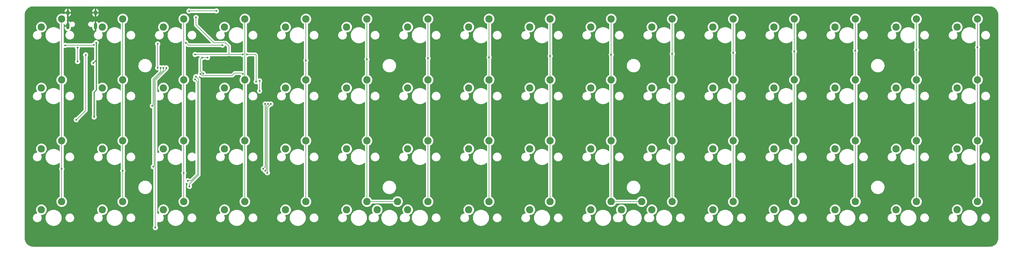
<source format=gbr>
%TF.GenerationSoftware,KiCad,Pcbnew,(6.0.0)*%
%TF.CreationDate,2022-09-01T01:50:03-04:00*%
%TF.ProjectId,HardLight,48617264-4c69-4676-9874-2e6b69636164,Mark 2 Rev F*%
%TF.SameCoordinates,Original*%
%TF.FileFunction,Copper,L1,Top*%
%TF.FilePolarity,Positive*%
%FSLAX46Y46*%
G04 Gerber Fmt 4.6, Leading zero omitted, Abs format (unit mm)*
G04 Created by KiCad (PCBNEW (6.0.0)) date 2022-09-01 01:50:03*
%MOMM*%
%LPD*%
G01*
G04 APERTURE LIST*
%TA.AperFunction,ComponentPad*%
%ADD10O,1.000000X1.600000*%
%TD*%
%TA.AperFunction,ComponentPad*%
%ADD11O,1.000000X2.100000*%
%TD*%
%TA.AperFunction,ComponentPad*%
%ADD12C,2.286000*%
%TD*%
%TA.AperFunction,ViaPad*%
%ADD13C,0.600000*%
%TD*%
%TA.AperFunction,Conductor*%
%ADD14C,0.300000*%
%TD*%
%TA.AperFunction,Conductor*%
%ADD15C,0.200000*%
%TD*%
G04 APERTURE END LIST*
D10*
%TO.P,J0,S1,SHIELD*%
%TO.N,GND*%
X43305000Y-73905400D03*
D11*
X43305000Y-78085400D03*
D10*
X51945000Y-73905400D03*
D11*
X51945000Y-78085400D03*
%TD*%
D12*
%TO.P,K2,1*%
%TO.N,14*%
X60483750Y-75882500D03*
%TO.P,K2,2*%
%TO.N,Net-(D2-Pad2)*%
X54133750Y-78422500D03*
%TD*%
%TO.P,K3,1*%
%TO.N,13*%
X79533750Y-75869800D03*
%TO.P,K3,2*%
%TO.N,Net-(D3-Pad2)*%
X73183750Y-78409800D03*
%TD*%
%TO.P,K6,1*%
%TO.N,10*%
X136683750Y-75882500D03*
%TO.P,K6,2*%
%TO.N,Net-(D6-Pad2)*%
X130333750Y-78422500D03*
%TD*%
%TO.P,K7,1*%
%TO.N,9*%
X155733750Y-75882500D03*
%TO.P,K7,2*%
%TO.N,Net-(D7-Pad2)*%
X149383750Y-78422500D03*
%TD*%
%TO.P,K8,1*%
%TO.N,8*%
X174783750Y-75882500D03*
%TO.P,K8,2*%
%TO.N,Net-(D8-Pad2)*%
X168433750Y-78422500D03*
%TD*%
%TO.P,K9,1*%
%TO.N,7*%
X193833750Y-75882500D03*
%TO.P,K9,2*%
%TO.N,Net-(D9-Pad2)*%
X187483750Y-78422500D03*
%TD*%
%TO.P,K10,1*%
%TO.N,6*%
X212883750Y-75882500D03*
%TO.P,K10,2*%
%TO.N,Net-(D10-Pad2)*%
X206533750Y-78422500D03*
%TD*%
%TO.P,K11,1*%
%TO.N,5*%
X231933750Y-75882500D03*
%TO.P,K11,2*%
%TO.N,Net-(D11-Pad2)*%
X225583750Y-78422500D03*
%TD*%
%TO.P,K12,1*%
%TO.N,4*%
X250983750Y-75882500D03*
%TO.P,K12,2*%
%TO.N,Net-(D12-Pad2)*%
X244633750Y-78422500D03*
%TD*%
%TO.P,K13,1*%
%TO.N,3*%
X270033750Y-75882500D03*
%TO.P,K13,2*%
%TO.N,Net-(D13-Pad2)*%
X263683750Y-78422500D03*
%TD*%
%TO.P,K14,1*%
%TO.N,2*%
X289083750Y-75882500D03*
%TO.P,K14,2*%
%TO.N,Net-(D14-Pad2)*%
X282733750Y-78422500D03*
%TD*%
%TO.P,K15,1*%
%TO.N,1*%
X308133750Y-75882500D03*
%TO.P,K15,2*%
%TO.N,Net-(D15-Pad2)*%
X301783750Y-78422500D03*
%TD*%
%TO.P,K16,1*%
%TO.N,0*%
X327183750Y-75882500D03*
%TO.P,K16,2*%
%TO.N,Net-(D16-Pad2)*%
X320833750Y-78422500D03*
%TD*%
%TO.P,K17,1*%
%TO.N,15*%
X41433750Y-94932500D03*
%TO.P,K17,2*%
%TO.N,Net-(D17-Pad2)*%
X35083750Y-97472500D03*
%TD*%
%TO.P,K18,1*%
%TO.N,14*%
X60483750Y-94932500D03*
%TO.P,K18,2*%
%TO.N,Net-(D18-Pad2)*%
X54133750Y-97472500D03*
%TD*%
%TO.P,K19,1*%
%TO.N,13*%
X79533750Y-94932500D03*
%TO.P,K19,2*%
%TO.N,Net-(D19-Pad2)*%
X73183750Y-97472500D03*
%TD*%
%TO.P,K22,1*%
%TO.N,10*%
X136683750Y-94932500D03*
%TO.P,K22,2*%
%TO.N,Net-(D22-Pad2)*%
X130333750Y-97472500D03*
%TD*%
%TO.P,K23,1*%
%TO.N,9*%
X155733750Y-94932500D03*
%TO.P,K23,2*%
%TO.N,Net-(D23-Pad2)*%
X149383750Y-97472500D03*
%TD*%
%TO.P,K24,1*%
%TO.N,8*%
X174783750Y-94932500D03*
%TO.P,K24,2*%
%TO.N,Net-(D24-Pad2)*%
X168433750Y-97472500D03*
%TD*%
%TO.P,K25,1*%
%TO.N,7*%
X193833750Y-94932500D03*
%TO.P,K25,2*%
%TO.N,Net-(D25-Pad2)*%
X187483750Y-97472500D03*
%TD*%
%TO.P,K26,1*%
%TO.N,6*%
X212883750Y-94932500D03*
%TO.P,K26,2*%
%TO.N,Net-(D26-Pad2)*%
X206533750Y-97472500D03*
%TD*%
%TO.P,K27,1*%
%TO.N,5*%
X231933750Y-94932500D03*
%TO.P,K27,2*%
%TO.N,Net-(D27-Pad2)*%
X225583750Y-97472500D03*
%TD*%
%TO.P,K28,1*%
%TO.N,4*%
X250983750Y-94932500D03*
%TO.P,K28,2*%
%TO.N,Net-(D28-Pad2)*%
X244633750Y-97472500D03*
%TD*%
%TO.P,K29,1*%
%TO.N,3*%
X270033750Y-94932500D03*
%TO.P,K29,2*%
%TO.N,Net-(D29-Pad2)*%
X263683750Y-97472500D03*
%TD*%
%TO.P,K30,1*%
%TO.N,2*%
X289083750Y-94932500D03*
%TO.P,K30,2*%
%TO.N,Net-(D30-Pad2)*%
X282733750Y-97472500D03*
%TD*%
%TO.P,K31,1*%
%TO.N,1*%
X308133750Y-94932500D03*
%TO.P,K31,2*%
%TO.N,Net-(D31-Pad2)*%
X301783750Y-97472500D03*
%TD*%
%TO.P,K32,1*%
%TO.N,0*%
X327183750Y-94932500D03*
%TO.P,K32,2*%
%TO.N,Net-(D32-Pad2)*%
X320833750Y-97472500D03*
%TD*%
%TO.P,K33,1*%
%TO.N,15*%
X41433750Y-113982500D03*
%TO.P,K33,2*%
%TO.N,Net-(D33-Pad2)*%
X35083750Y-116522500D03*
%TD*%
%TO.P,K34,1*%
%TO.N,14*%
X60483750Y-113982500D03*
%TO.P,K34,2*%
%TO.N,Net-(D34-Pad2)*%
X54133750Y-116522500D03*
%TD*%
%TO.P,K35,1*%
%TO.N,13*%
X79533750Y-113982500D03*
%TO.P,K35,2*%
%TO.N,Net-(D35-Pad2)*%
X73183750Y-116522500D03*
%TD*%
%TO.P,K36,1*%
%TO.N,12*%
X98583750Y-113982500D03*
%TO.P,K36,2*%
%TO.N,Net-(D36-Pad2)*%
X92233750Y-116522500D03*
%TD*%
%TO.P,K37,1*%
%TO.N,11*%
X117633750Y-113982500D03*
%TO.P,K37,2*%
%TO.N,Net-(D37-Pad2)*%
X111283750Y-116522500D03*
%TD*%
%TO.P,K38,1*%
%TO.N,10*%
X136683750Y-113982500D03*
%TO.P,K38,2*%
%TO.N,Net-(D38-Pad2)*%
X130333750Y-116522500D03*
%TD*%
%TO.P,K39,1*%
%TO.N,9*%
X155733750Y-113982500D03*
%TO.P,K39,2*%
%TO.N,Net-(D39-Pad2)*%
X149383750Y-116522500D03*
%TD*%
%TO.P,K40,1*%
%TO.N,8*%
X174783750Y-113982500D03*
%TO.P,K40,2*%
%TO.N,Net-(D40-Pad2)*%
X168433750Y-116522500D03*
%TD*%
%TO.P,K41,1*%
%TO.N,7*%
X193833750Y-113982500D03*
%TO.P,K41,2*%
%TO.N,Net-(D41-Pad2)*%
X187483750Y-116522500D03*
%TD*%
%TO.P,K42,1*%
%TO.N,6*%
X212883750Y-113982500D03*
%TO.P,K42,2*%
%TO.N,Net-(D42-Pad2)*%
X206533750Y-116522500D03*
%TD*%
%TO.P,K43,1*%
%TO.N,5*%
X231933750Y-113982500D03*
%TO.P,K43,2*%
%TO.N,Net-(D43-Pad2)*%
X225583750Y-116522500D03*
%TD*%
%TO.P,K44,1*%
%TO.N,4*%
X250983750Y-113982500D03*
%TO.P,K44,2*%
%TO.N,Net-(D44-Pad2)*%
X244633750Y-116522500D03*
%TD*%
%TO.P,K45,1*%
%TO.N,3*%
X270033750Y-113982500D03*
%TO.P,K45,2*%
%TO.N,Net-(D45-Pad2)*%
X263683750Y-116522500D03*
%TD*%
%TO.P,K46,1*%
%TO.N,2*%
X289083750Y-113982500D03*
%TO.P,K46,2*%
%TO.N,Net-(D46-Pad2)*%
X282733750Y-116522500D03*
%TD*%
%TO.P,K47,1*%
%TO.N,1*%
X308133750Y-113982500D03*
%TO.P,K47,2*%
%TO.N,Net-(D47-Pad2)*%
X301783750Y-116522500D03*
%TD*%
%TO.P,K48,1*%
%TO.N,0*%
X327183750Y-113982500D03*
%TO.P,K48,2*%
%TO.N,Net-(D48-Pad2)*%
X320833750Y-116522500D03*
%TD*%
%TO.P,K49,1*%
%TO.N,15*%
X41433750Y-133032500D03*
%TO.P,K49,2*%
%TO.N,Net-(D49-Pad2)*%
X35083750Y-135572500D03*
%TD*%
%TO.P,K50,1*%
%TO.N,14*%
X60483750Y-133032500D03*
%TO.P,K50,2*%
%TO.N,Net-(D50-Pad2)*%
X54133750Y-135572500D03*
%TD*%
%TO.P,K51,1*%
%TO.N,13*%
X79533750Y-133032500D03*
%TO.P,K51,2*%
%TO.N,Net-(D51-Pad2)*%
X73183750Y-135572500D03*
%TD*%
%TO.P,K52,1*%
%TO.N,12*%
X98583750Y-133032500D03*
%TO.P,K52,2*%
%TO.N,Net-(D52-Pad2)*%
X92233750Y-135572500D03*
%TD*%
%TO.P,K53,1*%
%TO.N,11*%
X117633750Y-133032500D03*
%TO.P,K53,2*%
%TO.N,Net-(D53-Pad2)*%
X111283750Y-135572500D03*
%TD*%
%TO.P,K54,1*%
%TO.N,10*%
X136683750Y-133032500D03*
%TO.P,K54,2*%
%TO.N,Net-(D54-Pad2)*%
X130333750Y-135572500D03*
%TD*%
%TO.P,K55,1*%
%TO.N,9*%
X155733750Y-133032500D03*
%TO.P,K55,2*%
%TO.N,Net-(D55-Pad2)*%
X149383750Y-135572500D03*
%TD*%
%TO.P,K56,1*%
%TO.N,8*%
X174783750Y-133032500D03*
%TO.P,K56,2*%
%TO.N,Net-(D56-Pad2)*%
X168433750Y-135572500D03*
%TD*%
%TO.P,K57,1*%
%TO.N,7*%
X193833750Y-133032500D03*
%TO.P,K57,2*%
%TO.N,Net-(D57-Pad2)*%
X187483750Y-135572500D03*
%TD*%
%TO.P,K58,1*%
%TO.N,6*%
X212883750Y-133032500D03*
%TO.P,K58,2*%
%TO.N,Net-(D58-Pad2)*%
X206533750Y-135572500D03*
%TD*%
%TO.P,K59,1*%
%TO.N,5*%
X231933750Y-133032500D03*
%TO.P,K59,2*%
%TO.N,Net-(D59-Pad2)*%
X225583750Y-135572500D03*
%TD*%
%TO.P,K60,1*%
%TO.N,4*%
X250983750Y-133032500D03*
%TO.P,K60,2*%
%TO.N,Net-(D60-Pad2)*%
X244633750Y-135572500D03*
%TD*%
%TO.P,K61,1*%
%TO.N,3*%
X270033750Y-133032500D03*
%TO.P,K61,2*%
%TO.N,Net-(D61-Pad2)*%
X263683750Y-135572500D03*
%TD*%
%TO.P,K62,1*%
%TO.N,2*%
X289083750Y-133032500D03*
%TO.P,K62,2*%
%TO.N,Net-(D62-Pad2)*%
X282733750Y-135572500D03*
%TD*%
%TO.P,K63,1*%
%TO.N,1*%
X308133750Y-133032500D03*
%TO.P,K63,2*%
%TO.N,Net-(D63-Pad2)*%
X301783750Y-135572500D03*
%TD*%
%TO.P,K64,1*%
%TO.N,0*%
X327183750Y-133032500D03*
%TO.P,K64,2*%
%TO.N,Net-(D64-Pad2)*%
X320833750Y-135572500D03*
%TD*%
%TO.P,K1,1*%
%TO.N,15*%
X41433750Y-75882500D03*
%TO.P,K1,2*%
%TO.N,Net-(D1-Pad2)*%
X35083750Y-78422500D03*
%TD*%
%TO.P,K4,1*%
%TO.N,12*%
X98583750Y-75882500D03*
%TO.P,K4,2*%
%TO.N,Net-(D4-Pad2)*%
X92233750Y-78422500D03*
%TD*%
%TO.P,K5,1*%
%TO.N,11*%
X117633750Y-75882500D03*
%TO.P,K5,2*%
%TO.N,Net-(D5-Pad2)*%
X111283750Y-78422500D03*
%TD*%
%TO.P,K21,1*%
%TO.N,11*%
X117633750Y-94932500D03*
%TO.P,K21,2*%
%TO.N,Net-(D21-Pad2)*%
X111283750Y-97472500D03*
%TD*%
%TO.P,K20,1*%
%TO.N,12*%
X98583750Y-94932500D03*
%TO.P,K20,2*%
%TO.N,Net-(D20-Pad2)*%
X92233750Y-97472500D03*
%TD*%
%TO.P,K54.1,1*%
%TO.N,10*%
X146208750Y-133032500D03*
%TO.P,K54.1,2*%
%TO.N,Net-(D54-Pad2)*%
X139858750Y-135572500D03*
%TD*%
%TO.P,K58.1,1*%
%TO.N,6*%
X222408750Y-133032500D03*
%TO.P,K58.1,2*%
%TO.N,Net-(D58-Pad2)*%
X216058750Y-135572500D03*
%TD*%
D13*
%TO.N,GND*%
X80957400Y-79370000D03*
X85166200Y-100126800D03*
X86513300Y-89688100D03*
X82702400Y-98171000D03*
X101092000Y-85725000D03*
X95885000Y-95250000D03*
X49663363Y-81401356D03*
X91338400Y-85750400D03*
X93472000Y-91567000D03*
X93599000Y-87688000D03*
X85719600Y-90481800D03*
X83947000Y-82931000D03*
X80822800Y-86309200D03*
X95377000Y-77597000D03*
X86995000Y-83058000D03*
X96037700Y-85719600D03*
X78232000Y-91440000D03*
X324623300Y-104768400D03*
X81153000Y-124739400D03*
X70231000Y-91567000D03*
X86995000Y-78232000D03*
X86995000Y-75565000D03*
X100711000Y-95250000D03*
X78587600Y-83286600D03*
X46831250Y-107950000D03*
X89154000Y-96520000D03*
X102235000Y-102235000D03*
X89255600Y-79502000D03*
X86513300Y-91275500D03*
X87307000Y-90481800D03*
X78689200Y-86080600D03*
X89204800Y-99999800D03*
X77089000Y-88163400D03*
%TO.N,VBUS*%
X51308000Y-89662000D03*
X52197000Y-83312000D03*
X51562000Y-106553000D03*
%TO.N,~{RESET}*%
X103187500Y-98425000D03*
X97917000Y-93091000D03*
X84709000Y-93091000D03*
X103187500Y-95250000D03*
%TO.N,+1V1*%
X85259066Y-87968934D03*
X86928314Y-87968934D03*
X85598000Y-92964000D03*
%TO.N,CS*%
X81153000Y-73406000D03*
X89700000Y-73367800D03*
%TO.N,0*%
X327183750Y-84746550D03*
%TO.N,1*%
X308133750Y-85541450D03*
%TO.N,2*%
X289083750Y-85820250D03*
%TO.N,3*%
X270033750Y-86074250D03*
%TO.N,4*%
X250983750Y-86455250D03*
%TO.N,5*%
X231933750Y-86836250D03*
%TO.N,6*%
X212883750Y-87090250D03*
%TO.N,7*%
X193833750Y-87471250D03*
%TO.N,8*%
X174783750Y-87915750D03*
%TO.N,9*%
X155733750Y-88169750D03*
%TO.N,10*%
X136683750Y-88487250D03*
%TO.N,11*%
X117633750Y-88868250D03*
%TO.N,13*%
X106680000Y-102489000D03*
X79533750Y-124098050D03*
X105613200Y-124028200D03*
%TO.N,14*%
X105791000Y-102489000D03*
X60483750Y-123399550D03*
X104938768Y-123403774D03*
%TO.N,15*%
X41433750Y-122777250D03*
X104902000Y-102489000D03*
X104343200Y-122758200D03*
%TO.N,23*%
X74041000Y-91186000D03*
X70642250Y-141193750D03*
%TO.N,24*%
X73152000Y-91186000D03*
X70007250Y-122143750D03*
%TO.N,26{slash}A0*%
X91567000Y-84074000D03*
X51484797Y-84011010D03*
X80137000Y-83312000D03*
X71374000Y-91186000D03*
X42532770Y-84137500D03*
X71374000Y-83693000D03*
%TO.N,27{slash}A1*%
X48895000Y-87122000D03*
X45974000Y-107442000D03*
%TO.N,+3V3*%
X46396000Y-89195000D03*
X46355000Y-84836000D03*
X83058000Y-86995000D03*
X97917000Y-86995000D03*
X99187000Y-86995000D03*
X102108000Y-95504000D03*
X83338500Y-75401500D03*
%TO.N,25*%
X69692750Y-103093750D03*
X72263000Y-91186000D03*
%TO.N,17*%
X83286600Y-93929200D03*
X81280000Y-128270000D03*
%TO.N,16*%
X83083400Y-94792800D03*
X80772000Y-126492000D03*
%TD*%
D14*
%TO.N,VBUS*%
X51533329Y-98834671D02*
X51533329Y-106524329D01*
X52197000Y-88773000D02*
X51308000Y-89662000D01*
X52197000Y-98171000D02*
X51533329Y-98834671D01*
X51533329Y-106524329D02*
X51562000Y-106553000D01*
X52197000Y-88773000D02*
X52197000Y-98171000D01*
X52197000Y-83312000D02*
X52197000Y-88773000D01*
D15*
%TO.N,~{RESET}*%
X97917000Y-93091000D02*
X97663000Y-92837000D01*
X103187500Y-95250000D02*
X103187500Y-98425000D01*
X95377000Y-92837000D02*
X94625693Y-93588307D01*
X94625693Y-93588307D02*
X85206307Y-93588307D01*
X97663000Y-92837000D02*
X95377000Y-92837000D01*
X85206307Y-93588307D02*
X84709000Y-93091000D01*
%TO.N,+1V1*%
X85471000Y-92964000D02*
X85598000Y-92964000D01*
X85132066Y-87968934D02*
X84709000Y-88392000D01*
X84709000Y-92202000D02*
X85471000Y-92964000D01*
X85259066Y-87968934D02*
X85132066Y-87968934D01*
X84709000Y-88392000D02*
X84709000Y-92202000D01*
X86928314Y-87968934D02*
X85259066Y-87968934D01*
%TO.N,CS*%
X89700000Y-73367800D02*
X81191200Y-73367800D01*
X81191200Y-73367800D02*
X81153000Y-73406000D01*
%TO.N,0*%
X327183750Y-84746550D02*
X327183750Y-133032500D01*
X327183750Y-75882500D02*
X327183750Y-84746550D01*
%TO.N,1*%
X308133750Y-133032500D02*
X308133750Y-85541450D01*
X308133750Y-85541450D02*
X308133750Y-75882500D01*
%TO.N,2*%
X289083750Y-75882500D02*
X289083750Y-85820250D01*
X289083750Y-85820250D02*
X289083750Y-133032500D01*
%TO.N,3*%
X270033750Y-133032500D02*
X270033750Y-86074250D01*
X270033750Y-86074250D02*
X270033750Y-75882500D01*
%TO.N,4*%
X250983750Y-86455250D02*
X250983750Y-133032500D01*
X250983750Y-75882500D02*
X250983750Y-86455250D01*
%TO.N,5*%
X231933750Y-86836250D02*
X231933750Y-75882500D01*
X231933750Y-133032500D02*
X231933750Y-86836250D01*
%TO.N,6*%
X212883750Y-75882500D02*
X212883750Y-87090250D01*
X212883750Y-87090250D02*
X212883750Y-133032500D01*
X212883750Y-133032500D02*
X222408750Y-133032500D01*
%TO.N,7*%
X193833750Y-133032500D02*
X193833750Y-87471250D01*
X193833750Y-87471250D02*
X193833750Y-75882500D01*
%TO.N,8*%
X174783750Y-75882500D02*
X174783750Y-87915750D01*
X174783750Y-87915750D02*
X174783750Y-133032500D01*
%TO.N,9*%
X155733750Y-133032500D02*
X155733750Y-88169750D01*
X155733750Y-88169750D02*
X155733750Y-75882500D01*
%TO.N,10*%
X136683750Y-88487250D02*
X136683750Y-75882500D01*
X136683750Y-133032500D02*
X136683750Y-88487250D01*
X136683750Y-133032500D02*
X146208750Y-133032500D01*
%TO.N,11*%
X117633750Y-75882500D02*
X117633750Y-88868250D01*
X117633750Y-88868250D02*
X117633750Y-133032500D01*
%TO.N,12*%
X98583750Y-93503750D02*
X98583750Y-75882500D01*
X98583750Y-133032500D02*
X98583750Y-93503750D01*
%TO.N,13*%
X79533750Y-75869800D02*
X79533750Y-93630750D01*
X106680000Y-102489000D02*
X105601040Y-103567960D01*
X105601040Y-103567960D02*
X105601040Y-121730040D01*
X105601040Y-124016040D02*
X105613200Y-124028200D01*
X79533750Y-93630750D02*
X79533750Y-94932500D01*
X79533750Y-122904250D02*
X79533750Y-133032500D01*
X79533750Y-94932500D02*
X79533750Y-122904250D01*
X105601040Y-122363960D02*
X105601040Y-124016040D01*
X105601040Y-122363960D02*
X105601040Y-121730040D01*
%TO.N,14*%
X105251520Y-103028480D02*
X105251520Y-121722880D01*
X105251520Y-121722880D02*
X105251520Y-123091022D01*
X105251520Y-123091022D02*
X104938768Y-123403774D01*
X60483750Y-133032500D02*
X60483750Y-123399550D01*
X60483750Y-93122750D02*
X60483750Y-75882500D01*
X60483750Y-123399550D02*
X60483750Y-122840750D01*
X60483750Y-94932500D02*
X60483750Y-93122750D01*
X105791000Y-102489000D02*
X105251520Y-103028480D01*
X60483750Y-122840750D02*
X60483750Y-94932500D01*
%TO.N,15*%
X41433750Y-96742250D02*
X41433750Y-97631250D01*
X41433750Y-94932500D02*
X41433750Y-96742250D01*
X41433750Y-122777250D02*
X41433750Y-133032500D01*
X41433750Y-94932500D02*
X41433750Y-93091000D01*
X104902000Y-121081800D02*
X104902000Y-122199400D01*
X104902000Y-102489000D02*
X104902000Y-121081800D01*
X41402000Y-97663000D02*
X41433750Y-97694750D01*
X41433750Y-97694750D02*
X41433750Y-122777250D01*
X41433750Y-93091000D02*
X41433750Y-75882500D01*
X104902000Y-122199400D02*
X104343200Y-122758200D01*
X41433750Y-97631250D02*
X41402000Y-97663000D01*
%TO.N,23*%
X71022215Y-94644215D02*
X73181215Y-92485215D01*
X70633329Y-141184829D02*
X70642250Y-141193750D01*
X74041000Y-91625430D02*
X73181215Y-92485215D01*
X71022215Y-94644215D02*
X70633329Y-95033101D01*
X70633329Y-95033101D02*
X70633329Y-141184829D01*
X74041000Y-91186000D02*
X74041000Y-91625430D01*
%TO.N,24*%
X70283809Y-121867191D02*
X70007250Y-122143750D01*
X70584567Y-94587567D02*
X70283809Y-94888326D01*
X70283809Y-94888326D02*
X70283809Y-121867191D01*
X73152000Y-91186000D02*
X73152000Y-92020134D01*
X70584567Y-94587567D02*
X72235567Y-92936567D01*
X73152000Y-92020134D02*
X72235567Y-92936567D01*
%TO.N,26{slash}A0*%
X80899000Y-84074000D02*
X91567000Y-84074000D01*
X51363607Y-84132200D02*
X51484797Y-84011010D01*
X71374000Y-89027000D02*
X71374000Y-83693000D01*
X80137000Y-83312000D02*
X80899000Y-84074000D01*
X71374000Y-91186000D02*
X71374000Y-89027000D01*
X42532770Y-84137500D02*
X42538070Y-84132200D01*
X42538070Y-84132200D02*
X51363607Y-84132200D01*
%TO.N,27{slash}A1*%
X48895000Y-87122000D02*
X48895000Y-104521000D01*
X48895000Y-104521000D02*
X45974000Y-107442000D01*
%TO.N,+3V3*%
X93599000Y-84365121D02*
X92572379Y-83338500D01*
X83338500Y-77782600D02*
X88894400Y-83338500D01*
X83338500Y-77782600D02*
X83338500Y-75401500D01*
X102108000Y-95504000D02*
X102108000Y-87249000D01*
X97917000Y-86995000D02*
X93599000Y-86995000D01*
X93599000Y-86995000D02*
X93599000Y-84365121D01*
X46355000Y-84836000D02*
X46355000Y-89154000D01*
X46355000Y-89154000D02*
X46396000Y-89195000D01*
X102108000Y-87249000D02*
X101854000Y-86995000D01*
X92572379Y-83338500D02*
X88894400Y-83338500D01*
X93599000Y-86995000D02*
X83058000Y-86995000D01*
X101854000Y-86995000D02*
X99187000Y-86995000D01*
%TO.N,25*%
X72263000Y-92414838D02*
X71289919Y-93387919D01*
X69934289Y-94743551D02*
X69934289Y-102852211D01*
X70210419Y-94467419D02*
X71289919Y-93387919D01*
X72263000Y-91186000D02*
X72263000Y-92414838D01*
X69934289Y-102852211D02*
X69692750Y-103093750D01*
X70210419Y-94467419D02*
X69934289Y-94743551D01*
%TO.N,17*%
X84117286Y-124657010D02*
X81280000Y-127494296D01*
X83286600Y-93929200D02*
X84130990Y-94773590D01*
X84130990Y-124657010D02*
X84117286Y-124657010D01*
X84130990Y-94773590D02*
X84130990Y-124657010D01*
X81280000Y-127494296D02*
X81280000Y-128270000D01*
%TO.N,16*%
X80772000Y-126492000D02*
X81788000Y-126492000D01*
X83781470Y-95490870D02*
X83781470Y-124498530D01*
X83083400Y-94792800D02*
X83781470Y-95490870D01*
X83781470Y-124498530D02*
X81788000Y-126492000D01*
%TD*%
%TA.AperFunction,Conductor*%
%TO.N,GND*%
G36*
X330963807Y-71947000D02*
G01*
X330978608Y-71949305D01*
X330978611Y-71949305D01*
X330987480Y-71950686D01*
X330996382Y-71949522D01*
X330996384Y-71949522D01*
X331000712Y-71948956D01*
X331005445Y-71948337D01*
X331028843Y-71947471D01*
X331285300Y-71961874D01*
X331299329Y-71963454D01*
X331580242Y-72011183D01*
X331594007Y-72014324D01*
X331867815Y-72093207D01*
X331881135Y-72097868D01*
X332144385Y-72206910D01*
X332157108Y-72213037D01*
X332265986Y-72273212D01*
X332406488Y-72350865D01*
X332418451Y-72358382D01*
X332650823Y-72523258D01*
X332661870Y-72532067D01*
X332818860Y-72672362D01*
X332874328Y-72721931D01*
X332884318Y-72731921D01*
X333000943Y-72862424D01*
X333074182Y-72944379D01*
X333082992Y-72955427D01*
X333247868Y-73187799D01*
X333255385Y-73199762D01*
X333263245Y-73213984D01*
X333358624Y-73386557D01*
X333393211Y-73449138D01*
X333399340Y-73461865D01*
X333508382Y-73725115D01*
X333513043Y-73738435D01*
X333586872Y-73994702D01*
X333591925Y-74012240D01*
X333595067Y-74026008D01*
X333642609Y-74305818D01*
X333642795Y-74306914D01*
X333644377Y-74320955D01*
X333658370Y-74570122D01*
X333657068Y-74596568D01*
X333656946Y-74597350D01*
X333656946Y-74597356D01*
X333655564Y-74606230D01*
X333656729Y-74615137D01*
X333659686Y-74637751D01*
X333660750Y-74654089D01*
X333660750Y-144413172D01*
X333659250Y-144432556D01*
X333655564Y-144456230D01*
X333656728Y-144465132D01*
X333656728Y-144465134D01*
X333657913Y-144474192D01*
X333658779Y-144497593D01*
X333658163Y-144508571D01*
X333644377Y-144754045D01*
X333642795Y-144768086D01*
X333595069Y-145048985D01*
X333591926Y-145062757D01*
X333513043Y-145336565D01*
X333508382Y-145349885D01*
X333399342Y-145613131D01*
X333393211Y-145625862D01*
X333255385Y-145875238D01*
X333247868Y-145887201D01*
X333082992Y-146119573D01*
X333074182Y-146130621D01*
X332884319Y-146343078D01*
X332874328Y-146353069D01*
X332661871Y-146542932D01*
X332650823Y-146551742D01*
X332418451Y-146716618D01*
X332406488Y-146724135D01*
X332157108Y-146861963D01*
X332144385Y-146868090D01*
X331881135Y-146977132D01*
X331867815Y-146981793D01*
X331594007Y-147060676D01*
X331580242Y-147063817D01*
X331299329Y-147111546D01*
X331285300Y-147113126D01*
X331196966Y-147118087D01*
X331036128Y-147127120D01*
X331009682Y-147125818D01*
X331008900Y-147125696D01*
X331008894Y-147125696D01*
X331000020Y-147124314D01*
X330968499Y-147128436D01*
X330952161Y-147129500D01*
X32593078Y-147129500D01*
X32573693Y-147128000D01*
X32558892Y-147125695D01*
X32558889Y-147125695D01*
X32550020Y-147124314D01*
X32541118Y-147125478D01*
X32541116Y-147125478D01*
X32536788Y-147126044D01*
X32532055Y-147126663D01*
X32508657Y-147127529D01*
X32252200Y-147113126D01*
X32238171Y-147111546D01*
X31957258Y-147063817D01*
X31943493Y-147060676D01*
X31669685Y-146981793D01*
X31656365Y-146977132D01*
X31393115Y-146868090D01*
X31380392Y-146861963D01*
X31131012Y-146724135D01*
X31119049Y-146716618D01*
X30886677Y-146551742D01*
X30875629Y-146542932D01*
X30663172Y-146353069D01*
X30653181Y-146343078D01*
X30463318Y-146130621D01*
X30454508Y-146119573D01*
X30289632Y-145887201D01*
X30282115Y-145875238D01*
X30144289Y-145625862D01*
X30138158Y-145613131D01*
X30029118Y-145349885D01*
X30024457Y-145336565D01*
X29945574Y-145062757D01*
X29942431Y-145048985D01*
X29894705Y-144768086D01*
X29893123Y-144754045D01*
X29879337Y-144508571D01*
X29880659Y-144484696D01*
X29880579Y-144484689D01*
X29880789Y-144482347D01*
X29880886Y-144480596D01*
X29881015Y-144479832D01*
X29881015Y-144479827D01*
X29881821Y-144475039D01*
X29881974Y-144462500D01*
X29878023Y-144434912D01*
X29876750Y-144417049D01*
X29876750Y-138048232D01*
X32450950Y-138048232D01*
X32459604Y-138278768D01*
X32506978Y-138504550D01*
X32508936Y-138509509D01*
X32508937Y-138509511D01*
X32537695Y-138582330D01*
X32591717Y-138719122D01*
X32711397Y-138916349D01*
X32714894Y-138920379D01*
X32808518Y-139028271D01*
X32862597Y-139090592D01*
X32866728Y-139093979D01*
X33036865Y-139233484D01*
X33036871Y-139233488D01*
X33040993Y-139236868D01*
X33241485Y-139350994D01*
X33246501Y-139352815D01*
X33246506Y-139352817D01*
X33453325Y-139427889D01*
X33453329Y-139427890D01*
X33458340Y-139429709D01*
X33463589Y-139430658D01*
X33463592Y-139430659D01*
X33681273Y-139470022D01*
X33681280Y-139470023D01*
X33685357Y-139470760D01*
X33703094Y-139471596D01*
X33708042Y-139471830D01*
X33708049Y-139471830D01*
X33709530Y-139471900D01*
X33871675Y-139471900D01*
X33938631Y-139466219D01*
X34038312Y-139457761D01*
X34038316Y-139457760D01*
X34043623Y-139457310D01*
X34048778Y-139455972D01*
X34048784Y-139455971D01*
X34261753Y-139400695D01*
X34261757Y-139400694D01*
X34266922Y-139399353D01*
X34271788Y-139397161D01*
X34271791Y-139397160D01*
X34472399Y-139306793D01*
X34477265Y-139304601D01*
X34481685Y-139301625D01*
X34481689Y-139301623D01*
X34640636Y-139194612D01*
X34668635Y-139175762D01*
X34835562Y-139016522D01*
X34902883Y-138926039D01*
X34970087Y-138835714D01*
X34970089Y-138835711D01*
X34973271Y-138831434D01*
X35029990Y-138719877D01*
X35075408Y-138630546D01*
X35075408Y-138630545D01*
X35077827Y-138625788D01*
X35117093Y-138499331D01*
X35144655Y-138410570D01*
X35144656Y-138410564D01*
X35146239Y-138405467D01*
X35164202Y-138269938D01*
X36391350Y-138269938D01*
X36430814Y-138582330D01*
X36509120Y-138887313D01*
X36625034Y-139180077D01*
X36626936Y-139183536D01*
X36626937Y-139183539D01*
X36769611Y-139443061D01*
X36776726Y-139456004D01*
X36961805Y-139710744D01*
X37177352Y-139940278D01*
X37419968Y-140140987D01*
X37685826Y-140309706D01*
X37689405Y-140311390D01*
X37689412Y-140311394D01*
X37967144Y-140442084D01*
X37967148Y-140442086D01*
X37970734Y-140443773D01*
X38270198Y-140541075D01*
X38579496Y-140600077D01*
X38673050Y-140605963D01*
X38813108Y-140614775D01*
X38813124Y-140614776D01*
X38815103Y-140614900D01*
X38972397Y-140614900D01*
X38974376Y-140614776D01*
X38974392Y-140614775D01*
X39114450Y-140605963D01*
X39208004Y-140600077D01*
X39517302Y-140541075D01*
X39816766Y-140443773D01*
X39820352Y-140442086D01*
X39820356Y-140442084D01*
X40098088Y-140311394D01*
X40098095Y-140311390D01*
X40101674Y-140309706D01*
X40367532Y-140140987D01*
X40610148Y-139940278D01*
X40825695Y-139710744D01*
X41010774Y-139456004D01*
X41017890Y-139443061D01*
X41160563Y-139183539D01*
X41160564Y-139183536D01*
X41162466Y-139180077D01*
X41278380Y-138887313D01*
X41356686Y-138582330D01*
X41396150Y-138269938D01*
X41396150Y-138048232D01*
X42610950Y-138048232D01*
X42619604Y-138278768D01*
X42666978Y-138504550D01*
X42668936Y-138509509D01*
X42668937Y-138509511D01*
X42697695Y-138582330D01*
X42751717Y-138719122D01*
X42871397Y-138916349D01*
X42874894Y-138920379D01*
X42968518Y-139028271D01*
X43022597Y-139090592D01*
X43026728Y-139093979D01*
X43196865Y-139233484D01*
X43196871Y-139233488D01*
X43200993Y-139236868D01*
X43401485Y-139350994D01*
X43406501Y-139352815D01*
X43406506Y-139352817D01*
X43613325Y-139427889D01*
X43613329Y-139427890D01*
X43618340Y-139429709D01*
X43623589Y-139430658D01*
X43623592Y-139430659D01*
X43841273Y-139470022D01*
X43841280Y-139470023D01*
X43845357Y-139470760D01*
X43863094Y-139471596D01*
X43868042Y-139471830D01*
X43868049Y-139471830D01*
X43869530Y-139471900D01*
X44031675Y-139471900D01*
X44098631Y-139466219D01*
X44198312Y-139457761D01*
X44198316Y-139457760D01*
X44203623Y-139457310D01*
X44208778Y-139455972D01*
X44208784Y-139455971D01*
X44421753Y-139400695D01*
X44421757Y-139400694D01*
X44426922Y-139399353D01*
X44431788Y-139397161D01*
X44431791Y-139397160D01*
X44632399Y-139306793D01*
X44637265Y-139304601D01*
X44641685Y-139301625D01*
X44641689Y-139301623D01*
X44800636Y-139194612D01*
X44828635Y-139175762D01*
X44995562Y-139016522D01*
X45062883Y-138926039D01*
X45130087Y-138835714D01*
X45130089Y-138835711D01*
X45133271Y-138831434D01*
X45189990Y-138719877D01*
X45235408Y-138630546D01*
X45235408Y-138630545D01*
X45237827Y-138625788D01*
X45277093Y-138499331D01*
X45304655Y-138410570D01*
X45304656Y-138410564D01*
X45306239Y-138405467D01*
X45336550Y-138176768D01*
X45331725Y-138048232D01*
X51500950Y-138048232D01*
X51509604Y-138278768D01*
X51556978Y-138504550D01*
X51558936Y-138509509D01*
X51558937Y-138509511D01*
X51587695Y-138582330D01*
X51641717Y-138719122D01*
X51761397Y-138916349D01*
X51764894Y-138920379D01*
X51858518Y-139028271D01*
X51912597Y-139090592D01*
X51916728Y-139093979D01*
X52086865Y-139233484D01*
X52086871Y-139233488D01*
X52090993Y-139236868D01*
X52291485Y-139350994D01*
X52296501Y-139352815D01*
X52296506Y-139352817D01*
X52503325Y-139427889D01*
X52503329Y-139427890D01*
X52508340Y-139429709D01*
X52513589Y-139430658D01*
X52513592Y-139430659D01*
X52731273Y-139470022D01*
X52731280Y-139470023D01*
X52735357Y-139470760D01*
X52753094Y-139471596D01*
X52758042Y-139471830D01*
X52758049Y-139471830D01*
X52759530Y-139471900D01*
X52921675Y-139471900D01*
X52988631Y-139466219D01*
X53088312Y-139457761D01*
X53088316Y-139457760D01*
X53093623Y-139457310D01*
X53098778Y-139455972D01*
X53098784Y-139455971D01*
X53311753Y-139400695D01*
X53311757Y-139400694D01*
X53316922Y-139399353D01*
X53321788Y-139397161D01*
X53321791Y-139397160D01*
X53522399Y-139306793D01*
X53527265Y-139304601D01*
X53531685Y-139301625D01*
X53531689Y-139301623D01*
X53690636Y-139194612D01*
X53718635Y-139175762D01*
X53885562Y-139016522D01*
X53952883Y-138926039D01*
X54020087Y-138835714D01*
X54020089Y-138835711D01*
X54023271Y-138831434D01*
X54079990Y-138719877D01*
X54125408Y-138630546D01*
X54125408Y-138630545D01*
X54127827Y-138625788D01*
X54167093Y-138499331D01*
X54194655Y-138410570D01*
X54194656Y-138410564D01*
X54196239Y-138405467D01*
X54214202Y-138269938D01*
X55441350Y-138269938D01*
X55480814Y-138582330D01*
X55559120Y-138887313D01*
X55675034Y-139180077D01*
X55676936Y-139183536D01*
X55676937Y-139183539D01*
X55819611Y-139443061D01*
X55826726Y-139456004D01*
X56011805Y-139710744D01*
X56227352Y-139940278D01*
X56469968Y-140140987D01*
X56735826Y-140309706D01*
X56739405Y-140311390D01*
X56739412Y-140311394D01*
X57017144Y-140442084D01*
X57017148Y-140442086D01*
X57020734Y-140443773D01*
X57320198Y-140541075D01*
X57629496Y-140600077D01*
X57723050Y-140605963D01*
X57863108Y-140614775D01*
X57863124Y-140614776D01*
X57865103Y-140614900D01*
X58022397Y-140614900D01*
X58024376Y-140614776D01*
X58024392Y-140614775D01*
X58164450Y-140605963D01*
X58258004Y-140600077D01*
X58567302Y-140541075D01*
X58866766Y-140443773D01*
X58870352Y-140442086D01*
X58870356Y-140442084D01*
X59148088Y-140311394D01*
X59148095Y-140311390D01*
X59151674Y-140309706D01*
X59417532Y-140140987D01*
X59660148Y-139940278D01*
X59875695Y-139710744D01*
X60060774Y-139456004D01*
X60067890Y-139443061D01*
X60210563Y-139183539D01*
X60210564Y-139183536D01*
X60212466Y-139180077D01*
X60328380Y-138887313D01*
X60406686Y-138582330D01*
X60446150Y-138269938D01*
X60446150Y-138048232D01*
X61660950Y-138048232D01*
X61669604Y-138278768D01*
X61716978Y-138504550D01*
X61718936Y-138509509D01*
X61718937Y-138509511D01*
X61747695Y-138582330D01*
X61801717Y-138719122D01*
X61921397Y-138916349D01*
X61924894Y-138920379D01*
X62018518Y-139028271D01*
X62072597Y-139090592D01*
X62076728Y-139093979D01*
X62246865Y-139233484D01*
X62246871Y-139233488D01*
X62250993Y-139236868D01*
X62451485Y-139350994D01*
X62456501Y-139352815D01*
X62456506Y-139352817D01*
X62663325Y-139427889D01*
X62663329Y-139427890D01*
X62668340Y-139429709D01*
X62673589Y-139430658D01*
X62673592Y-139430659D01*
X62891273Y-139470022D01*
X62891280Y-139470023D01*
X62895357Y-139470760D01*
X62913094Y-139471596D01*
X62918042Y-139471830D01*
X62918049Y-139471830D01*
X62919530Y-139471900D01*
X63081675Y-139471900D01*
X63148631Y-139466219D01*
X63248312Y-139457761D01*
X63248316Y-139457760D01*
X63253623Y-139457310D01*
X63258778Y-139455972D01*
X63258784Y-139455971D01*
X63471753Y-139400695D01*
X63471757Y-139400694D01*
X63476922Y-139399353D01*
X63481788Y-139397161D01*
X63481791Y-139397160D01*
X63682399Y-139306793D01*
X63687265Y-139304601D01*
X63691685Y-139301625D01*
X63691689Y-139301623D01*
X63850636Y-139194612D01*
X63878635Y-139175762D01*
X64045562Y-139016522D01*
X64112883Y-138926039D01*
X64180087Y-138835714D01*
X64180089Y-138835711D01*
X64183271Y-138831434D01*
X64239990Y-138719877D01*
X64285408Y-138630546D01*
X64285408Y-138630545D01*
X64287827Y-138625788D01*
X64327093Y-138499331D01*
X64354655Y-138410570D01*
X64354656Y-138410564D01*
X64356239Y-138405467D01*
X64386550Y-138176768D01*
X64377896Y-137946232D01*
X64330522Y-137720450D01*
X64301360Y-137646606D01*
X64281061Y-137595207D01*
X64245783Y-137505878D01*
X64126103Y-137308651D01*
X64122606Y-137304621D01*
X63978403Y-137138441D01*
X63978401Y-137138439D01*
X63974903Y-137134408D01*
X63932768Y-137099860D01*
X63800635Y-136991516D01*
X63800629Y-136991512D01*
X63796507Y-136988132D01*
X63596015Y-136874006D01*
X63590999Y-136872185D01*
X63590994Y-136872183D01*
X63384175Y-136797111D01*
X63384171Y-136797110D01*
X63379160Y-136795291D01*
X63373911Y-136794342D01*
X63373908Y-136794341D01*
X63156227Y-136754978D01*
X63156220Y-136754977D01*
X63152143Y-136754240D01*
X63133420Y-136753357D01*
X63129458Y-136753170D01*
X63129451Y-136753170D01*
X63127970Y-136753100D01*
X62965825Y-136753100D01*
X62898869Y-136758781D01*
X62799188Y-136767239D01*
X62799184Y-136767240D01*
X62793877Y-136767690D01*
X62788722Y-136769028D01*
X62788716Y-136769029D01*
X62575747Y-136824305D01*
X62575743Y-136824306D01*
X62570578Y-136825647D01*
X62565712Y-136827839D01*
X62565709Y-136827840D01*
X62384419Y-136909505D01*
X62360235Y-136920399D01*
X62355815Y-136923375D01*
X62355811Y-136923377D01*
X62351829Y-136926058D01*
X62168865Y-137049238D01*
X62001938Y-137208478D01*
X61998750Y-137212763D01*
X61870174Y-137385576D01*
X61864229Y-137393566D01*
X61861814Y-137398316D01*
X61766794Y-137585207D01*
X61759673Y-137599212D01*
X61747370Y-137638835D01*
X61692845Y-137814430D01*
X61692844Y-137814436D01*
X61691261Y-137819533D01*
X61690560Y-137824825D01*
X61661720Y-138042423D01*
X61660950Y-138048232D01*
X60446150Y-138048232D01*
X60446150Y-137955062D01*
X60406686Y-137642670D01*
X60328380Y-137337687D01*
X60212466Y-137044923D01*
X60206499Y-137034069D01*
X60062683Y-136772468D01*
X60062681Y-136772465D01*
X60060774Y-136768996D01*
X59875695Y-136514256D01*
X59660148Y-136284722D01*
X59417532Y-136084013D01*
X59151674Y-135915294D01*
X59148095Y-135913610D01*
X59148088Y-135913606D01*
X58870356Y-135782916D01*
X58870352Y-135782914D01*
X58866766Y-135781227D01*
X58567302Y-135683925D01*
X58258004Y-135624923D01*
X58164450Y-135619037D01*
X58024392Y-135610225D01*
X58024376Y-135610224D01*
X58022397Y-135610100D01*
X57865103Y-135610100D01*
X57863124Y-135610224D01*
X57863108Y-135610225D01*
X57723050Y-135619037D01*
X57629496Y-135624923D01*
X57320198Y-135683925D01*
X57020734Y-135781227D01*
X57017148Y-135782914D01*
X57017144Y-135782916D01*
X56739412Y-135913606D01*
X56739405Y-135913610D01*
X56735826Y-135915294D01*
X56469968Y-136084013D01*
X56227352Y-136284722D01*
X56011805Y-136514256D01*
X55826726Y-136768996D01*
X55824819Y-136772465D01*
X55824817Y-136772468D01*
X55681001Y-137034069D01*
X55675034Y-137044923D01*
X55559120Y-137337687D01*
X55480814Y-137642670D01*
X55441350Y-137955062D01*
X55441350Y-138269938D01*
X54214202Y-138269938D01*
X54226550Y-138176768D01*
X54217896Y-137946232D01*
X54170522Y-137720450D01*
X54141360Y-137646606D01*
X54121061Y-137595207D01*
X54085783Y-137505878D01*
X54033722Y-137420084D01*
X54015483Y-137351471D01*
X54037235Y-137283888D01*
X54092071Y-137238794D01*
X54133842Y-137230270D01*
X54133750Y-137229107D01*
X54392900Y-137208711D01*
X54397707Y-137207557D01*
X54397713Y-137207556D01*
X54559207Y-137168785D01*
X54645670Y-137148027D01*
X54671266Y-137137425D01*
X54881262Y-137050442D01*
X54881264Y-137050441D01*
X54885834Y-137048548D01*
X55107479Y-136912723D01*
X55242844Y-136797111D01*
X55301386Y-136747111D01*
X55305148Y-136743898D01*
X55473973Y-136546229D01*
X55609798Y-136324584D01*
X55626310Y-136284722D01*
X55707383Y-136088993D01*
X55707384Y-136088991D01*
X55709277Y-136084420D01*
X55749880Y-135915294D01*
X55768806Y-135836463D01*
X55768807Y-135836457D01*
X55769961Y-135831650D01*
X55790357Y-135572500D01*
X55769961Y-135313350D01*
X55709277Y-135060580D01*
X55609798Y-134820416D01*
X55473973Y-134598771D01*
X55305148Y-134401102D01*
X55107479Y-134232277D01*
X54885834Y-134096452D01*
X54881264Y-134094559D01*
X54881262Y-134094558D01*
X54650243Y-133998867D01*
X54650241Y-133998866D01*
X54645670Y-133996973D01*
X54559207Y-133976215D01*
X54397713Y-133937444D01*
X54397707Y-133937443D01*
X54392900Y-133936289D01*
X54133750Y-133915893D01*
X53874600Y-133936289D01*
X53869793Y-133937443D01*
X53869787Y-133937444D01*
X53708293Y-133976215D01*
X53621830Y-133996973D01*
X53617259Y-133998866D01*
X53617257Y-133998867D01*
X53386238Y-134094558D01*
X53386236Y-134094559D01*
X53381666Y-134096452D01*
X53160021Y-134232277D01*
X52962352Y-134401102D01*
X52793527Y-134598771D01*
X52657702Y-134820416D01*
X52558223Y-135060580D01*
X52497539Y-135313350D01*
X52477143Y-135572500D01*
X52497539Y-135831650D01*
X52498693Y-135836457D01*
X52498694Y-135836463D01*
X52517620Y-135915294D01*
X52558223Y-136084420D01*
X52560116Y-136088991D01*
X52560117Y-136088993D01*
X52641191Y-136284722D01*
X52657702Y-136324584D01*
X52793527Y-136546229D01*
X52799709Y-136553467D01*
X52828739Y-136618255D01*
X52818134Y-136688455D01*
X52771259Y-136741778D01*
X52714551Y-136760845D01*
X52687086Y-136763175D01*
X52639188Y-136767239D01*
X52639184Y-136767240D01*
X52633877Y-136767690D01*
X52628722Y-136769028D01*
X52628716Y-136769029D01*
X52415747Y-136824305D01*
X52415743Y-136824306D01*
X52410578Y-136825647D01*
X52405712Y-136827839D01*
X52405709Y-136827840D01*
X52224419Y-136909505D01*
X52200235Y-136920399D01*
X52195815Y-136923375D01*
X52195811Y-136923377D01*
X52191829Y-136926058D01*
X52008865Y-137049238D01*
X51841938Y-137208478D01*
X51838750Y-137212763D01*
X51710174Y-137385576D01*
X51704229Y-137393566D01*
X51701814Y-137398316D01*
X51606794Y-137585207D01*
X51599673Y-137599212D01*
X51587370Y-137638835D01*
X51532845Y-137814430D01*
X51532844Y-137814436D01*
X51531261Y-137819533D01*
X51530560Y-137824825D01*
X51501720Y-138042423D01*
X51500950Y-138048232D01*
X45331725Y-138048232D01*
X45327896Y-137946232D01*
X45280522Y-137720450D01*
X45251360Y-137646606D01*
X45231061Y-137595207D01*
X45195783Y-137505878D01*
X45076103Y-137308651D01*
X45072606Y-137304621D01*
X44928403Y-137138441D01*
X44928401Y-137138439D01*
X44924903Y-137134408D01*
X44882768Y-137099860D01*
X44750635Y-136991516D01*
X44750629Y-136991512D01*
X44746507Y-136988132D01*
X44546015Y-136874006D01*
X44540999Y-136872185D01*
X44540994Y-136872183D01*
X44334175Y-136797111D01*
X44334171Y-136797110D01*
X44329160Y-136795291D01*
X44323911Y-136794342D01*
X44323908Y-136794341D01*
X44106227Y-136754978D01*
X44106220Y-136754977D01*
X44102143Y-136754240D01*
X44083420Y-136753357D01*
X44079458Y-136753170D01*
X44079451Y-136753170D01*
X44077970Y-136753100D01*
X43915825Y-136753100D01*
X43848869Y-136758781D01*
X43749188Y-136767239D01*
X43749184Y-136767240D01*
X43743877Y-136767690D01*
X43738722Y-136769028D01*
X43738716Y-136769029D01*
X43525747Y-136824305D01*
X43525743Y-136824306D01*
X43520578Y-136825647D01*
X43515712Y-136827839D01*
X43515709Y-136827840D01*
X43334419Y-136909505D01*
X43310235Y-136920399D01*
X43305815Y-136923375D01*
X43305811Y-136923377D01*
X43301829Y-136926058D01*
X43118865Y-137049238D01*
X42951938Y-137208478D01*
X42948750Y-137212763D01*
X42820174Y-137385576D01*
X42814229Y-137393566D01*
X42811814Y-137398316D01*
X42716794Y-137585207D01*
X42709673Y-137599212D01*
X42697370Y-137638835D01*
X42642845Y-137814430D01*
X42642844Y-137814436D01*
X42641261Y-137819533D01*
X42640560Y-137824825D01*
X42611720Y-138042423D01*
X42610950Y-138048232D01*
X41396150Y-138048232D01*
X41396150Y-137955062D01*
X41356686Y-137642670D01*
X41278380Y-137337687D01*
X41162466Y-137044923D01*
X41156499Y-137034069D01*
X41012683Y-136772468D01*
X41012681Y-136772465D01*
X41010774Y-136768996D01*
X40825695Y-136514256D01*
X40610148Y-136284722D01*
X40367532Y-136084013D01*
X40101674Y-135915294D01*
X40098095Y-135913610D01*
X40098088Y-135913606D01*
X39820356Y-135782916D01*
X39820352Y-135782914D01*
X39816766Y-135781227D01*
X39517302Y-135683925D01*
X39208004Y-135624923D01*
X39114450Y-135619037D01*
X38974392Y-135610225D01*
X38974376Y-135610224D01*
X38972397Y-135610100D01*
X38815103Y-135610100D01*
X38813124Y-135610224D01*
X38813108Y-135610225D01*
X38673050Y-135619037D01*
X38579496Y-135624923D01*
X38270198Y-135683925D01*
X37970734Y-135781227D01*
X37967148Y-135782914D01*
X37967144Y-135782916D01*
X37689412Y-135913606D01*
X37689405Y-135913610D01*
X37685826Y-135915294D01*
X37419968Y-136084013D01*
X37177352Y-136284722D01*
X36961805Y-136514256D01*
X36776726Y-136768996D01*
X36774819Y-136772465D01*
X36774817Y-136772468D01*
X36631001Y-137034069D01*
X36625034Y-137044923D01*
X36509120Y-137337687D01*
X36430814Y-137642670D01*
X36391350Y-137955062D01*
X36391350Y-138269938D01*
X35164202Y-138269938D01*
X35176550Y-138176768D01*
X35167896Y-137946232D01*
X35120522Y-137720450D01*
X35091360Y-137646606D01*
X35071061Y-137595207D01*
X35035783Y-137505878D01*
X34983722Y-137420084D01*
X34965483Y-137351471D01*
X34987235Y-137283888D01*
X35042071Y-137238794D01*
X35083842Y-137230270D01*
X35083750Y-137229107D01*
X35342900Y-137208711D01*
X35347707Y-137207557D01*
X35347713Y-137207556D01*
X35509207Y-137168785D01*
X35595670Y-137148027D01*
X35621266Y-137137425D01*
X35831262Y-137050442D01*
X35831264Y-137050441D01*
X35835834Y-137048548D01*
X36057479Y-136912723D01*
X36192844Y-136797111D01*
X36251386Y-136747111D01*
X36255148Y-136743898D01*
X36423973Y-136546229D01*
X36559798Y-136324584D01*
X36576310Y-136284722D01*
X36657383Y-136088993D01*
X36657384Y-136088991D01*
X36659277Y-136084420D01*
X36699880Y-135915294D01*
X36718806Y-135836463D01*
X36718807Y-135836457D01*
X36719961Y-135831650D01*
X36740357Y-135572500D01*
X36719961Y-135313350D01*
X36659277Y-135060580D01*
X36559798Y-134820416D01*
X36423973Y-134598771D01*
X36255148Y-134401102D01*
X36057479Y-134232277D01*
X35835834Y-134096452D01*
X35831264Y-134094559D01*
X35831262Y-134094558D01*
X35600243Y-133998867D01*
X35600241Y-133998866D01*
X35595670Y-133996973D01*
X35509207Y-133976215D01*
X35347713Y-133937444D01*
X35347707Y-133937443D01*
X35342900Y-133936289D01*
X35083750Y-133915893D01*
X34824600Y-133936289D01*
X34819793Y-133937443D01*
X34819787Y-133937444D01*
X34658293Y-133976215D01*
X34571830Y-133996973D01*
X34567259Y-133998866D01*
X34567257Y-133998867D01*
X34336238Y-134094558D01*
X34336236Y-134094559D01*
X34331666Y-134096452D01*
X34110021Y-134232277D01*
X33912352Y-134401102D01*
X33743527Y-134598771D01*
X33607702Y-134820416D01*
X33508223Y-135060580D01*
X33447539Y-135313350D01*
X33427143Y-135572500D01*
X33447539Y-135831650D01*
X33448693Y-135836457D01*
X33448694Y-135836463D01*
X33467620Y-135915294D01*
X33508223Y-136084420D01*
X33510116Y-136088991D01*
X33510117Y-136088993D01*
X33591191Y-136284722D01*
X33607702Y-136324584D01*
X33743527Y-136546229D01*
X33749709Y-136553467D01*
X33778739Y-136618255D01*
X33768134Y-136688455D01*
X33721259Y-136741778D01*
X33664551Y-136760845D01*
X33637086Y-136763175D01*
X33589188Y-136767239D01*
X33589184Y-136767240D01*
X33583877Y-136767690D01*
X33578722Y-136769028D01*
X33578716Y-136769029D01*
X33365747Y-136824305D01*
X33365743Y-136824306D01*
X33360578Y-136825647D01*
X33355712Y-136827839D01*
X33355709Y-136827840D01*
X33174419Y-136909505D01*
X33150235Y-136920399D01*
X33145815Y-136923375D01*
X33145811Y-136923377D01*
X33141829Y-136926058D01*
X32958865Y-137049238D01*
X32791938Y-137208478D01*
X32788750Y-137212763D01*
X32660174Y-137385576D01*
X32654229Y-137393566D01*
X32651814Y-137398316D01*
X32556794Y-137585207D01*
X32549673Y-137599212D01*
X32537370Y-137638835D01*
X32482845Y-137814430D01*
X32482844Y-137814436D01*
X32481261Y-137819533D01*
X32480560Y-137824825D01*
X32451720Y-138042423D01*
X32450950Y-138048232D01*
X29876750Y-138048232D01*
X29876750Y-118998232D01*
X32450950Y-118998232D01*
X32459604Y-119228768D01*
X32506978Y-119454550D01*
X32508936Y-119459509D01*
X32508937Y-119459511D01*
X32537695Y-119532330D01*
X32591717Y-119669122D01*
X32711397Y-119866349D01*
X32714894Y-119870379D01*
X32801518Y-119970204D01*
X32862597Y-120040592D01*
X32904732Y-120075140D01*
X33036865Y-120183484D01*
X33036871Y-120183488D01*
X33040993Y-120186868D01*
X33241485Y-120300994D01*
X33246501Y-120302815D01*
X33246506Y-120302817D01*
X33453325Y-120377889D01*
X33453329Y-120377890D01*
X33458340Y-120379709D01*
X33463589Y-120380658D01*
X33463592Y-120380659D01*
X33681273Y-120420022D01*
X33681280Y-120420023D01*
X33685357Y-120420760D01*
X33703094Y-120421596D01*
X33708042Y-120421830D01*
X33708049Y-120421830D01*
X33709530Y-120421900D01*
X33871675Y-120421900D01*
X33938631Y-120416219D01*
X34038312Y-120407761D01*
X34038316Y-120407760D01*
X34043623Y-120407310D01*
X34048778Y-120405972D01*
X34048784Y-120405971D01*
X34261753Y-120350695D01*
X34261757Y-120350694D01*
X34266922Y-120349353D01*
X34271788Y-120347161D01*
X34271791Y-120347160D01*
X34472399Y-120256793D01*
X34477265Y-120254601D01*
X34481685Y-120251625D01*
X34481689Y-120251623D01*
X34657083Y-120133539D01*
X34668635Y-120125762D01*
X34835562Y-119966522D01*
X34913488Y-119861786D01*
X34970087Y-119785714D01*
X34970089Y-119785711D01*
X34973271Y-119781434D01*
X35028055Y-119673683D01*
X35075408Y-119580546D01*
X35075408Y-119580545D01*
X35077827Y-119575788D01*
X35117093Y-119449331D01*
X35144655Y-119360570D01*
X35144656Y-119360564D01*
X35146239Y-119355467D01*
X35164202Y-119219938D01*
X36391350Y-119219938D01*
X36430814Y-119532330D01*
X36509120Y-119837313D01*
X36625034Y-120130077D01*
X36626936Y-120133536D01*
X36626937Y-120133539D01*
X36761270Y-120377889D01*
X36776726Y-120406004D01*
X36961805Y-120660744D01*
X37177352Y-120890278D01*
X37419968Y-121090987D01*
X37685826Y-121259706D01*
X37689405Y-121261390D01*
X37689412Y-121261394D01*
X37967144Y-121392084D01*
X37967148Y-121392086D01*
X37970734Y-121393773D01*
X37974506Y-121394999D01*
X37974507Y-121394999D01*
X38099341Y-121435560D01*
X38270198Y-121491075D01*
X38579496Y-121550077D01*
X38673050Y-121555963D01*
X38813108Y-121564775D01*
X38813124Y-121564776D01*
X38815103Y-121564900D01*
X38972397Y-121564900D01*
X38974376Y-121564776D01*
X38974392Y-121564775D01*
X39114450Y-121555963D01*
X39208004Y-121550077D01*
X39517302Y-121491075D01*
X39688159Y-121435560D01*
X39812993Y-121394999D01*
X39812994Y-121394999D01*
X39816766Y-121393773D01*
X39820352Y-121392086D01*
X39820356Y-121392084D01*
X40098088Y-121261394D01*
X40098095Y-121261390D01*
X40101674Y-121259706D01*
X40367532Y-121090987D01*
X40610148Y-120890278D01*
X40612859Y-120887391D01*
X40613000Y-120887259D01*
X40676351Y-120855210D01*
X40746973Y-120862499D01*
X40802443Y-120906812D01*
X40825250Y-120979112D01*
X40825250Y-122192414D01*
X40805248Y-122260535D01*
X40803938Y-122262340D01*
X40803243Y-122263021D01*
X40801644Y-122265503D01*
X40801642Y-122265505D01*
X40793684Y-122277853D01*
X40704985Y-122415488D01*
X40702576Y-122422108D01*
X40702574Y-122422111D01*
X40645356Y-122579316D01*
X40642947Y-122585935D01*
X40620213Y-122765890D01*
X40637913Y-122946410D01*
X40695168Y-123118523D01*
X40698815Y-123124545D01*
X40698816Y-123124547D01*
X40785480Y-123267648D01*
X40785483Y-123267651D01*
X40789130Y-123273674D01*
X40794025Y-123278742D01*
X40798321Y-123284321D01*
X40795993Y-123286114D01*
X40822821Y-123337365D01*
X40825250Y-123361984D01*
X40825250Y-131412787D01*
X40805248Y-131480908D01*
X40747468Y-131529196D01*
X40686238Y-131554558D01*
X40686236Y-131554559D01*
X40681666Y-131556452D01*
X40460021Y-131692277D01*
X40262352Y-131861102D01*
X40093527Y-132058771D01*
X39957702Y-132280416D01*
X39955809Y-132284986D01*
X39955808Y-132284988D01*
X39860117Y-132516007D01*
X39858223Y-132520580D01*
X39797539Y-132773350D01*
X39777143Y-133032500D01*
X39797539Y-133291650D01*
X39858223Y-133544420D01*
X39860116Y-133548991D01*
X39860117Y-133548993D01*
X39898228Y-133641000D01*
X39957702Y-133784584D01*
X40093527Y-134006229D01*
X40262352Y-134203898D01*
X40460021Y-134372723D01*
X40681666Y-134508548D01*
X40686236Y-134510441D01*
X40686238Y-134510442D01*
X40890387Y-134595003D01*
X40921830Y-134608027D01*
X41008293Y-134628785D01*
X41169787Y-134667556D01*
X41169793Y-134667557D01*
X41174600Y-134668711D01*
X41433750Y-134689107D01*
X41692900Y-134668711D01*
X41697707Y-134667557D01*
X41697713Y-134667556D01*
X41859207Y-134628785D01*
X41945670Y-134608027D01*
X41977113Y-134595003D01*
X42181262Y-134510442D01*
X42181264Y-134510441D01*
X42185834Y-134508548D01*
X42407479Y-134372723D01*
X42605148Y-134203898D01*
X42773973Y-134006229D01*
X42909798Y-133784584D01*
X42969273Y-133641000D01*
X43007383Y-133548993D01*
X43007384Y-133548991D01*
X43009277Y-133544420D01*
X43069961Y-133291650D01*
X43090357Y-133032500D01*
X43069961Y-132773350D01*
X43009277Y-132520580D01*
X43007383Y-132516007D01*
X42911692Y-132284988D01*
X42911691Y-132284986D01*
X42909798Y-132280416D01*
X42773973Y-132058771D01*
X42605148Y-131861102D01*
X42407479Y-131692277D01*
X42185834Y-131556452D01*
X42181264Y-131554559D01*
X42181262Y-131554558D01*
X42120032Y-131529196D01*
X42064751Y-131484648D01*
X42042250Y-131412787D01*
X42042250Y-123360498D01*
X42063302Y-123290771D01*
X42153492Y-123155023D01*
X42157393Y-123149152D01*
X42221805Y-122979588D01*
X42225396Y-122954037D01*
X42246498Y-122803889D01*
X42246498Y-122803886D01*
X42247049Y-122799967D01*
X42247366Y-122777250D01*
X42227147Y-122596995D01*
X42224830Y-122590341D01*
X42169814Y-122432356D01*
X42169812Y-122432353D01*
X42167495Y-122425698D01*
X42149212Y-122396438D01*
X42075112Y-122277853D01*
X42071376Y-122271874D01*
X42068965Y-122269446D01*
X42042867Y-122204966D01*
X42042250Y-122192513D01*
X42042250Y-118998232D01*
X42610950Y-118998232D01*
X42619604Y-119228768D01*
X42666978Y-119454550D01*
X42668936Y-119459509D01*
X42668937Y-119459511D01*
X42697695Y-119532330D01*
X42751717Y-119669122D01*
X42871397Y-119866349D01*
X42874894Y-119870379D01*
X42961518Y-119970204D01*
X43022597Y-120040592D01*
X43064732Y-120075140D01*
X43196865Y-120183484D01*
X43196871Y-120183488D01*
X43200993Y-120186868D01*
X43401485Y-120300994D01*
X43406501Y-120302815D01*
X43406506Y-120302817D01*
X43613325Y-120377889D01*
X43613329Y-120377890D01*
X43618340Y-120379709D01*
X43623589Y-120380658D01*
X43623592Y-120380659D01*
X43841273Y-120420022D01*
X43841280Y-120420023D01*
X43845357Y-120420760D01*
X43863094Y-120421596D01*
X43868042Y-120421830D01*
X43868049Y-120421830D01*
X43869530Y-120421900D01*
X44031675Y-120421900D01*
X44098631Y-120416219D01*
X44198312Y-120407761D01*
X44198316Y-120407760D01*
X44203623Y-120407310D01*
X44208778Y-120405972D01*
X44208784Y-120405971D01*
X44421753Y-120350695D01*
X44421757Y-120350694D01*
X44426922Y-120349353D01*
X44431788Y-120347161D01*
X44431791Y-120347160D01*
X44632399Y-120256793D01*
X44637265Y-120254601D01*
X44641685Y-120251625D01*
X44641689Y-120251623D01*
X44817083Y-120133539D01*
X44828635Y-120125762D01*
X44995562Y-119966522D01*
X45073488Y-119861786D01*
X45130087Y-119785714D01*
X45130089Y-119785711D01*
X45133271Y-119781434D01*
X45188055Y-119673683D01*
X45235408Y-119580546D01*
X45235408Y-119580545D01*
X45237827Y-119575788D01*
X45277093Y-119449331D01*
X45304655Y-119360570D01*
X45304656Y-119360564D01*
X45306239Y-119355467D01*
X45336550Y-119126768D01*
X45331725Y-118998232D01*
X51500950Y-118998232D01*
X51509604Y-119228768D01*
X51556978Y-119454550D01*
X51558936Y-119459509D01*
X51558937Y-119459511D01*
X51587695Y-119532330D01*
X51641717Y-119669122D01*
X51761397Y-119866349D01*
X51764894Y-119870379D01*
X51851518Y-119970204D01*
X51912597Y-120040592D01*
X51954732Y-120075140D01*
X52086865Y-120183484D01*
X52086871Y-120183488D01*
X52090993Y-120186868D01*
X52291485Y-120300994D01*
X52296501Y-120302815D01*
X52296506Y-120302817D01*
X52503325Y-120377889D01*
X52503329Y-120377890D01*
X52508340Y-120379709D01*
X52513589Y-120380658D01*
X52513592Y-120380659D01*
X52731273Y-120420022D01*
X52731280Y-120420023D01*
X52735357Y-120420760D01*
X52753094Y-120421596D01*
X52758042Y-120421830D01*
X52758049Y-120421830D01*
X52759530Y-120421900D01*
X52921675Y-120421900D01*
X52988631Y-120416219D01*
X53088312Y-120407761D01*
X53088316Y-120407760D01*
X53093623Y-120407310D01*
X53098778Y-120405972D01*
X53098784Y-120405971D01*
X53311753Y-120350695D01*
X53311757Y-120350694D01*
X53316922Y-120349353D01*
X53321788Y-120347161D01*
X53321791Y-120347160D01*
X53522399Y-120256793D01*
X53527265Y-120254601D01*
X53531685Y-120251625D01*
X53531689Y-120251623D01*
X53707083Y-120133539D01*
X53718635Y-120125762D01*
X53885562Y-119966522D01*
X53963488Y-119861786D01*
X54020087Y-119785714D01*
X54020089Y-119785711D01*
X54023271Y-119781434D01*
X54078055Y-119673683D01*
X54125408Y-119580546D01*
X54125408Y-119580545D01*
X54127827Y-119575788D01*
X54167093Y-119449331D01*
X54194655Y-119360570D01*
X54194656Y-119360564D01*
X54196239Y-119355467D01*
X54214202Y-119219938D01*
X55441350Y-119219938D01*
X55480814Y-119532330D01*
X55559120Y-119837313D01*
X55675034Y-120130077D01*
X55676936Y-120133536D01*
X55676937Y-120133539D01*
X55811270Y-120377889D01*
X55826726Y-120406004D01*
X56011805Y-120660744D01*
X56227352Y-120890278D01*
X56469968Y-121090987D01*
X56735826Y-121259706D01*
X56739405Y-121261390D01*
X56739412Y-121261394D01*
X57017144Y-121392084D01*
X57017148Y-121392086D01*
X57020734Y-121393773D01*
X57024506Y-121394999D01*
X57024507Y-121394999D01*
X57149341Y-121435560D01*
X57320198Y-121491075D01*
X57629496Y-121550077D01*
X57723050Y-121555963D01*
X57863108Y-121564775D01*
X57863124Y-121564776D01*
X57865103Y-121564900D01*
X58022397Y-121564900D01*
X58024376Y-121564776D01*
X58024392Y-121564775D01*
X58164450Y-121555963D01*
X58258004Y-121550077D01*
X58567302Y-121491075D01*
X58738159Y-121435560D01*
X58862993Y-121394999D01*
X58862994Y-121394999D01*
X58866766Y-121393773D01*
X58870352Y-121392086D01*
X58870356Y-121392084D01*
X59148088Y-121261394D01*
X59148095Y-121261390D01*
X59151674Y-121259706D01*
X59417532Y-121090987D01*
X59660148Y-120890278D01*
X59662859Y-120887391D01*
X59663000Y-120887259D01*
X59726351Y-120855210D01*
X59796973Y-120862499D01*
X59852443Y-120906812D01*
X59875250Y-120979112D01*
X59875250Y-122814714D01*
X59855248Y-122882835D01*
X59853938Y-122884640D01*
X59853243Y-122885321D01*
X59851644Y-122887803D01*
X59851642Y-122887805D01*
X59822388Y-122933198D01*
X59754985Y-123037788D01*
X59752576Y-123044408D01*
X59752574Y-123044411D01*
X59695356Y-123201616D01*
X59692947Y-123208235D01*
X59670213Y-123388190D01*
X59687913Y-123568710D01*
X59745168Y-123740823D01*
X59748815Y-123746845D01*
X59748816Y-123746847D01*
X59835480Y-123889948D01*
X59835483Y-123889951D01*
X59839130Y-123895974D01*
X59844025Y-123901042D01*
X59848321Y-123906621D01*
X59845993Y-123908414D01*
X59872821Y-123959665D01*
X59875250Y-123984284D01*
X59875250Y-131412787D01*
X59855248Y-131480908D01*
X59797468Y-131529196D01*
X59736238Y-131554558D01*
X59736236Y-131554559D01*
X59731666Y-131556452D01*
X59510021Y-131692277D01*
X59312352Y-131861102D01*
X59143527Y-132058771D01*
X59007702Y-132280416D01*
X59005809Y-132284986D01*
X59005808Y-132284988D01*
X58910117Y-132516007D01*
X58908223Y-132520580D01*
X58847539Y-132773350D01*
X58827143Y-133032500D01*
X58847539Y-133291650D01*
X58908223Y-133544420D01*
X58910116Y-133548991D01*
X58910117Y-133548993D01*
X58948228Y-133641000D01*
X59007702Y-133784584D01*
X59143527Y-134006229D01*
X59312352Y-134203898D01*
X59510021Y-134372723D01*
X59731666Y-134508548D01*
X59736236Y-134510441D01*
X59736238Y-134510442D01*
X59940387Y-134595003D01*
X59971830Y-134608027D01*
X60058293Y-134628785D01*
X60219787Y-134667556D01*
X60219793Y-134667557D01*
X60224600Y-134668711D01*
X60483750Y-134689107D01*
X60742900Y-134668711D01*
X60747707Y-134667557D01*
X60747713Y-134667556D01*
X60909207Y-134628785D01*
X60995670Y-134608027D01*
X61027113Y-134595003D01*
X61231262Y-134510442D01*
X61231264Y-134510441D01*
X61235834Y-134508548D01*
X61457479Y-134372723D01*
X61655148Y-134203898D01*
X61823973Y-134006229D01*
X61959798Y-133784584D01*
X62019273Y-133641000D01*
X62057383Y-133548993D01*
X62057384Y-133548991D01*
X62059277Y-133544420D01*
X62119961Y-133291650D01*
X62140357Y-133032500D01*
X62119961Y-132773350D01*
X62059277Y-132520580D01*
X62057383Y-132516007D01*
X61961692Y-132284988D01*
X61961691Y-132284986D01*
X61959798Y-132280416D01*
X61823973Y-132058771D01*
X61655148Y-131861102D01*
X61457479Y-131692277D01*
X61235834Y-131556452D01*
X61231264Y-131554559D01*
X61231262Y-131554558D01*
X61170032Y-131529196D01*
X61114751Y-131484648D01*
X61092250Y-131412787D01*
X61092250Y-128712103D01*
X65359493Y-128712103D01*
X65360052Y-128716347D01*
X65360052Y-128716351D01*
X65366644Y-128766424D01*
X65397018Y-128997134D01*
X65472879Y-129274436D01*
X65585673Y-129538876D01*
X65733311Y-129785561D01*
X65913063Y-130009928D01*
X66121601Y-130207823D01*
X66355067Y-130375586D01*
X66358862Y-130377595D01*
X66358863Y-130377596D01*
X66380619Y-130389115D01*
X66609142Y-130510112D01*
X66879123Y-130608911D01*
X67160014Y-130670155D01*
X67188591Y-130672404D01*
X67383032Y-130687707D01*
X67383041Y-130687707D01*
X67385489Y-130687900D01*
X67541021Y-130687900D01*
X67543157Y-130687754D01*
X67543168Y-130687754D01*
X67751298Y-130673565D01*
X67751304Y-130673564D01*
X67755575Y-130673273D01*
X67759770Y-130672404D01*
X67759772Y-130672404D01*
X68005371Y-130621543D01*
X68037092Y-130614974D01*
X68308093Y-130519007D01*
X68548711Y-130394815D01*
X68559755Y-130389115D01*
X68559756Y-130389115D01*
X68563562Y-130387150D01*
X68567063Y-130384689D01*
X68567067Y-130384687D01*
X68787158Y-130230004D01*
X68798773Y-130221841D01*
X69009372Y-130026140D01*
X69191463Y-129803668D01*
X69341677Y-129558542D01*
X69349543Y-129540624D01*
X69455507Y-129299230D01*
X69457233Y-129295298D01*
X69535994Y-129018806D01*
X69576501Y-128734184D01*
X69576595Y-128716351D01*
X69577985Y-128450983D01*
X69577985Y-128450976D01*
X69578007Y-128446697D01*
X69575851Y-128430316D01*
X69560940Y-128317060D01*
X69540482Y-128161666D01*
X69537275Y-128149941D01*
X69515970Y-128072066D01*
X69464621Y-127884364D01*
X69400579Y-127734220D01*
X69353513Y-127623876D01*
X69353511Y-127623872D01*
X69351827Y-127619924D01*
X69271739Y-127486107D01*
X69206393Y-127376921D01*
X69206390Y-127376917D01*
X69204189Y-127373239D01*
X69024437Y-127148872D01*
X68871586Y-127003822D01*
X68819008Y-126953927D01*
X68819005Y-126953925D01*
X68815899Y-126950977D01*
X68582433Y-126783214D01*
X68560593Y-126771650D01*
X68537404Y-126759372D01*
X68328358Y-126648688D01*
X68073953Y-126555589D01*
X68062408Y-126551364D01*
X68062406Y-126551363D01*
X68058377Y-126549889D01*
X67777486Y-126488645D01*
X67746435Y-126486201D01*
X67554468Y-126471093D01*
X67554459Y-126471093D01*
X67552011Y-126470900D01*
X67396479Y-126470900D01*
X67394343Y-126471046D01*
X67394332Y-126471046D01*
X67186202Y-126485235D01*
X67186196Y-126485236D01*
X67181925Y-126485527D01*
X67177730Y-126486396D01*
X67177728Y-126486396D01*
X67139344Y-126494345D01*
X66900408Y-126543826D01*
X66629407Y-126639793D01*
X66373938Y-126771650D01*
X66370437Y-126774111D01*
X66370433Y-126774113D01*
X66256333Y-126854304D01*
X66138727Y-126936959D01*
X65928128Y-127132660D01*
X65746037Y-127355132D01*
X65595823Y-127600258D01*
X65594097Y-127604191D01*
X65594096Y-127604192D01*
X65585455Y-127623876D01*
X65480267Y-127863502D01*
X65479092Y-127867629D01*
X65479091Y-127867630D01*
X65469212Y-127902312D01*
X65401506Y-128139994D01*
X65360999Y-128424616D01*
X65360977Y-128428905D01*
X65360976Y-128428912D01*
X65359830Y-128647773D01*
X65359493Y-128712103D01*
X61092250Y-128712103D01*
X61092250Y-123982798D01*
X61113302Y-123913071D01*
X61203492Y-123777323D01*
X61207393Y-123771452D01*
X61271805Y-123601888D01*
X61274694Y-123581335D01*
X61296498Y-123426189D01*
X61296498Y-123426186D01*
X61297049Y-123422267D01*
X61297366Y-123399550D01*
X61277147Y-123219295D01*
X61274830Y-123212641D01*
X61219814Y-123054656D01*
X61219812Y-123054653D01*
X61217495Y-123047998D01*
X61121376Y-122894174D01*
X61118965Y-122891746D01*
X61092867Y-122827266D01*
X61092250Y-122814813D01*
X61092250Y-118998232D01*
X61660950Y-118998232D01*
X61669604Y-119228768D01*
X61716978Y-119454550D01*
X61718936Y-119459509D01*
X61718937Y-119459511D01*
X61747695Y-119532330D01*
X61801717Y-119669122D01*
X61921397Y-119866349D01*
X61924894Y-119870379D01*
X62011518Y-119970204D01*
X62072597Y-120040592D01*
X62114732Y-120075140D01*
X62246865Y-120183484D01*
X62246871Y-120183488D01*
X62250993Y-120186868D01*
X62451485Y-120300994D01*
X62456501Y-120302815D01*
X62456506Y-120302817D01*
X62663325Y-120377889D01*
X62663329Y-120377890D01*
X62668340Y-120379709D01*
X62673589Y-120380658D01*
X62673592Y-120380659D01*
X62891273Y-120420022D01*
X62891280Y-120420023D01*
X62895357Y-120420760D01*
X62913094Y-120421596D01*
X62918042Y-120421830D01*
X62918049Y-120421830D01*
X62919530Y-120421900D01*
X63081675Y-120421900D01*
X63148631Y-120416219D01*
X63248312Y-120407761D01*
X63248316Y-120407760D01*
X63253623Y-120407310D01*
X63258778Y-120405972D01*
X63258784Y-120405971D01*
X63471753Y-120350695D01*
X63471757Y-120350694D01*
X63476922Y-120349353D01*
X63481788Y-120347161D01*
X63481791Y-120347160D01*
X63682399Y-120256793D01*
X63687265Y-120254601D01*
X63691685Y-120251625D01*
X63691689Y-120251623D01*
X63867083Y-120133539D01*
X63878635Y-120125762D01*
X64045562Y-119966522D01*
X64123488Y-119861786D01*
X64180087Y-119785714D01*
X64180089Y-119785711D01*
X64183271Y-119781434D01*
X64238055Y-119673683D01*
X64285408Y-119580546D01*
X64285408Y-119580545D01*
X64287827Y-119575788D01*
X64327093Y-119449331D01*
X64354655Y-119360570D01*
X64354656Y-119360564D01*
X64356239Y-119355467D01*
X64386550Y-119126768D01*
X64377896Y-118896232D01*
X64330522Y-118670450D01*
X64301360Y-118596606D01*
X64282643Y-118549212D01*
X64245783Y-118455878D01*
X64126103Y-118258651D01*
X64058088Y-118180270D01*
X63978403Y-118088441D01*
X63978401Y-118088439D01*
X63974903Y-118084408D01*
X63881329Y-118007682D01*
X63800635Y-117941516D01*
X63800629Y-117941512D01*
X63796507Y-117938132D01*
X63596015Y-117824006D01*
X63590999Y-117822185D01*
X63590994Y-117822183D01*
X63384175Y-117747111D01*
X63384171Y-117747110D01*
X63379160Y-117745291D01*
X63373911Y-117744342D01*
X63373908Y-117744341D01*
X63156227Y-117704978D01*
X63156220Y-117704977D01*
X63152143Y-117704240D01*
X63133420Y-117703357D01*
X63129458Y-117703170D01*
X63129451Y-117703170D01*
X63127970Y-117703100D01*
X62965825Y-117703100D01*
X62898869Y-117708781D01*
X62799188Y-117717239D01*
X62799184Y-117717240D01*
X62793877Y-117717690D01*
X62788722Y-117719028D01*
X62788716Y-117719029D01*
X62575747Y-117774305D01*
X62575743Y-117774306D01*
X62570578Y-117775647D01*
X62565712Y-117777839D01*
X62565709Y-117777840D01*
X62467271Y-117822183D01*
X62360235Y-117870399D01*
X62355815Y-117873375D01*
X62355811Y-117873377D01*
X62351829Y-117876058D01*
X62168865Y-117999238D01*
X62001938Y-118158478D01*
X61998750Y-118162763D01*
X61908535Y-118284017D01*
X61864229Y-118343566D01*
X61861814Y-118348316D01*
X61807127Y-118455878D01*
X61759673Y-118549212D01*
X61747370Y-118588835D01*
X61692845Y-118764430D01*
X61692844Y-118764436D01*
X61691261Y-118769533D01*
X61660950Y-118998232D01*
X61092250Y-118998232D01*
X61092250Y-115602213D01*
X61112252Y-115534092D01*
X61170032Y-115485804D01*
X61231262Y-115460442D01*
X61231264Y-115460441D01*
X61235834Y-115458548D01*
X61457479Y-115322723D01*
X61655148Y-115153898D01*
X61823973Y-114956229D01*
X61959798Y-114734584D01*
X62059277Y-114494420D01*
X62119961Y-114241650D01*
X62140357Y-113982500D01*
X62119961Y-113723350D01*
X62059277Y-113470580D01*
X61959798Y-113230416D01*
X61823973Y-113008771D01*
X61655148Y-112811102D01*
X61457479Y-112642277D01*
X61235834Y-112506452D01*
X61231264Y-112504559D01*
X61231262Y-112504558D01*
X61170032Y-112479196D01*
X61114751Y-112434648D01*
X61092250Y-112362787D01*
X61092250Y-103082390D01*
X68879213Y-103082390D01*
X68896913Y-103262910D01*
X68954168Y-103435023D01*
X69048130Y-103590174D01*
X69174132Y-103720652D01*
X69325909Y-103819972D01*
X69332513Y-103822428D01*
X69332515Y-103822429D01*
X69410914Y-103851585D01*
X69495918Y-103883198D01*
X69565974Y-103892546D01*
X69630850Y-103921380D01*
X69669838Y-103980713D01*
X69675309Y-104017438D01*
X69675309Y-121328242D01*
X69655307Y-121396363D01*
X69615335Y-121435557D01*
X69506338Y-121502612D01*
X69501303Y-121507543D01*
X69501300Y-121507545D01*
X69381775Y-121624593D01*
X69376743Y-121629521D01*
X69278485Y-121781988D01*
X69276076Y-121788608D01*
X69276074Y-121788611D01*
X69233677Y-121905095D01*
X69216447Y-121952435D01*
X69193713Y-122132390D01*
X69211413Y-122312910D01*
X69268668Y-122485023D01*
X69272315Y-122491045D01*
X69272316Y-122491047D01*
X69340719Y-122603994D01*
X69362630Y-122640174D01*
X69488632Y-122770652D01*
X69527379Y-122796007D01*
X69632573Y-122864844D01*
X69640409Y-122869972D01*
X69647013Y-122872428D01*
X69647015Y-122872429D01*
X69803808Y-122930740D01*
X69803810Y-122930740D01*
X69810418Y-122933198D01*
X69817403Y-122934130D01*
X69817407Y-122934131D01*
X69877349Y-122942129D01*
X69915494Y-122947218D01*
X69980370Y-122976053D01*
X70019358Y-123035387D01*
X70024829Y-123072111D01*
X70024829Y-140622133D01*
X70004740Y-140690387D01*
X69913485Y-140831988D01*
X69911076Y-140838608D01*
X69911074Y-140838611D01*
X69853856Y-140995816D01*
X69851447Y-141002435D01*
X69828713Y-141182390D01*
X69846413Y-141362910D01*
X69903668Y-141535023D01*
X69907315Y-141541045D01*
X69907316Y-141541047D01*
X69918228Y-141559064D01*
X69997630Y-141690174D01*
X70123632Y-141820652D01*
X70275409Y-141919972D01*
X70282013Y-141922428D01*
X70282015Y-141922429D01*
X70438808Y-141980740D01*
X70438810Y-141980740D01*
X70445418Y-141983198D01*
X70529245Y-141994383D01*
X70618230Y-142006257D01*
X70618234Y-142006257D01*
X70625211Y-142007188D01*
X70632222Y-142006550D01*
X70632226Y-142006550D01*
X70774709Y-141993582D01*
X70805850Y-141990748D01*
X70812552Y-141988570D01*
X70812554Y-141988570D01*
X70971659Y-141936874D01*
X70971662Y-141936873D01*
X70978358Y-141934697D01*
X71134162Y-141841819D01*
X71265516Y-141716732D01*
X71365893Y-141565652D01*
X71430305Y-141396088D01*
X71431285Y-141389116D01*
X71454998Y-141220389D01*
X71454998Y-141220386D01*
X71455549Y-141216467D01*
X71455866Y-141193750D01*
X71435647Y-141013495D01*
X71433330Y-141006841D01*
X71378314Y-140848856D01*
X71378312Y-140848853D01*
X71375995Y-140842198D01*
X71279876Y-140688374D01*
X71274910Y-140683373D01*
X71270534Y-140677852D01*
X71272622Y-140676197D01*
X71244617Y-140624488D01*
X71241829Y-140598127D01*
X71241829Y-139494601D01*
X71261831Y-139426480D01*
X71315487Y-139379987D01*
X71385761Y-139369883D01*
X71410820Y-139376162D01*
X71471619Y-139398231D01*
X71558340Y-139429709D01*
X71563589Y-139430658D01*
X71563592Y-139430659D01*
X71781273Y-139470022D01*
X71781280Y-139470023D01*
X71785357Y-139470760D01*
X71803094Y-139471596D01*
X71808042Y-139471830D01*
X71808049Y-139471830D01*
X71809530Y-139471900D01*
X71971675Y-139471900D01*
X72038631Y-139466219D01*
X72138312Y-139457761D01*
X72138316Y-139457760D01*
X72143623Y-139457310D01*
X72148778Y-139455972D01*
X72148784Y-139455971D01*
X72361753Y-139400695D01*
X72361757Y-139400694D01*
X72366922Y-139399353D01*
X72371788Y-139397161D01*
X72371791Y-139397160D01*
X72572399Y-139306793D01*
X72577265Y-139304601D01*
X72581685Y-139301625D01*
X72581689Y-139301623D01*
X72740636Y-139194612D01*
X72768635Y-139175762D01*
X72935562Y-139016522D01*
X73002883Y-138926039D01*
X73070087Y-138835714D01*
X73070089Y-138835711D01*
X73073271Y-138831434D01*
X73129990Y-138719877D01*
X73175408Y-138630546D01*
X73175408Y-138630545D01*
X73177827Y-138625788D01*
X73217093Y-138499331D01*
X73244655Y-138410570D01*
X73244656Y-138410564D01*
X73246239Y-138405467D01*
X73264202Y-138269938D01*
X74491350Y-138269938D01*
X74530814Y-138582330D01*
X74609120Y-138887313D01*
X74725034Y-139180077D01*
X74726936Y-139183536D01*
X74726937Y-139183539D01*
X74869611Y-139443061D01*
X74876726Y-139456004D01*
X75061805Y-139710744D01*
X75277352Y-139940278D01*
X75519968Y-140140987D01*
X75785826Y-140309706D01*
X75789405Y-140311390D01*
X75789412Y-140311394D01*
X76067144Y-140442084D01*
X76067148Y-140442086D01*
X76070734Y-140443773D01*
X76370198Y-140541075D01*
X76679496Y-140600077D01*
X76773050Y-140605963D01*
X76913108Y-140614775D01*
X76913124Y-140614776D01*
X76915103Y-140614900D01*
X77072397Y-140614900D01*
X77074376Y-140614776D01*
X77074392Y-140614775D01*
X77214450Y-140605963D01*
X77308004Y-140600077D01*
X77617302Y-140541075D01*
X77916766Y-140443773D01*
X77920352Y-140442086D01*
X77920356Y-140442084D01*
X78198088Y-140311394D01*
X78198095Y-140311390D01*
X78201674Y-140309706D01*
X78467532Y-140140987D01*
X78710148Y-139940278D01*
X78925695Y-139710744D01*
X79110774Y-139456004D01*
X79117890Y-139443061D01*
X79260563Y-139183539D01*
X79260564Y-139183536D01*
X79262466Y-139180077D01*
X79378380Y-138887313D01*
X79456686Y-138582330D01*
X79496150Y-138269938D01*
X79496150Y-138048232D01*
X80710950Y-138048232D01*
X80719604Y-138278768D01*
X80766978Y-138504550D01*
X80768936Y-138509509D01*
X80768937Y-138509511D01*
X80797695Y-138582330D01*
X80851717Y-138719122D01*
X80971397Y-138916349D01*
X80974894Y-138920379D01*
X81068518Y-139028271D01*
X81122597Y-139090592D01*
X81126728Y-139093979D01*
X81296865Y-139233484D01*
X81296871Y-139233488D01*
X81300993Y-139236868D01*
X81501485Y-139350994D01*
X81506501Y-139352815D01*
X81506506Y-139352817D01*
X81713325Y-139427889D01*
X81713329Y-139427890D01*
X81718340Y-139429709D01*
X81723589Y-139430658D01*
X81723592Y-139430659D01*
X81941273Y-139470022D01*
X81941280Y-139470023D01*
X81945357Y-139470760D01*
X81963094Y-139471596D01*
X81968042Y-139471830D01*
X81968049Y-139471830D01*
X81969530Y-139471900D01*
X82131675Y-139471900D01*
X82198631Y-139466219D01*
X82298312Y-139457761D01*
X82298316Y-139457760D01*
X82303623Y-139457310D01*
X82308778Y-139455972D01*
X82308784Y-139455971D01*
X82521753Y-139400695D01*
X82521757Y-139400694D01*
X82526922Y-139399353D01*
X82531788Y-139397161D01*
X82531791Y-139397160D01*
X82732399Y-139306793D01*
X82737265Y-139304601D01*
X82741685Y-139301625D01*
X82741689Y-139301623D01*
X82900636Y-139194612D01*
X82928635Y-139175762D01*
X83095562Y-139016522D01*
X83162883Y-138926039D01*
X83230087Y-138835714D01*
X83230089Y-138835711D01*
X83233271Y-138831434D01*
X83289990Y-138719877D01*
X83335408Y-138630546D01*
X83335408Y-138630545D01*
X83337827Y-138625788D01*
X83377093Y-138499331D01*
X83404655Y-138410570D01*
X83404656Y-138410564D01*
X83406239Y-138405467D01*
X83436550Y-138176768D01*
X83431725Y-138048232D01*
X89600950Y-138048232D01*
X89609604Y-138278768D01*
X89656978Y-138504550D01*
X89658936Y-138509509D01*
X89658937Y-138509511D01*
X89687695Y-138582330D01*
X89741717Y-138719122D01*
X89861397Y-138916349D01*
X89864894Y-138920379D01*
X89958518Y-139028271D01*
X90012597Y-139090592D01*
X90016728Y-139093979D01*
X90186865Y-139233484D01*
X90186871Y-139233488D01*
X90190993Y-139236868D01*
X90391485Y-139350994D01*
X90396501Y-139352815D01*
X90396506Y-139352817D01*
X90603325Y-139427889D01*
X90603329Y-139427890D01*
X90608340Y-139429709D01*
X90613589Y-139430658D01*
X90613592Y-139430659D01*
X90831273Y-139470022D01*
X90831280Y-139470023D01*
X90835357Y-139470760D01*
X90853094Y-139471596D01*
X90858042Y-139471830D01*
X90858049Y-139471830D01*
X90859530Y-139471900D01*
X91021675Y-139471900D01*
X91088631Y-139466219D01*
X91188312Y-139457761D01*
X91188316Y-139457760D01*
X91193623Y-139457310D01*
X91198778Y-139455972D01*
X91198784Y-139455971D01*
X91411753Y-139400695D01*
X91411757Y-139400694D01*
X91416922Y-139399353D01*
X91421788Y-139397161D01*
X91421791Y-139397160D01*
X91622399Y-139306793D01*
X91627265Y-139304601D01*
X91631685Y-139301625D01*
X91631689Y-139301623D01*
X91790636Y-139194612D01*
X91818635Y-139175762D01*
X91985562Y-139016522D01*
X92052883Y-138926039D01*
X92120087Y-138835714D01*
X92120089Y-138835711D01*
X92123271Y-138831434D01*
X92179990Y-138719877D01*
X92225408Y-138630546D01*
X92225408Y-138630545D01*
X92227827Y-138625788D01*
X92267093Y-138499331D01*
X92294655Y-138410570D01*
X92294656Y-138410564D01*
X92296239Y-138405467D01*
X92314202Y-138269938D01*
X93541350Y-138269938D01*
X93580814Y-138582330D01*
X93659120Y-138887313D01*
X93775034Y-139180077D01*
X93776936Y-139183536D01*
X93776937Y-139183539D01*
X93919611Y-139443061D01*
X93926726Y-139456004D01*
X94111805Y-139710744D01*
X94327352Y-139940278D01*
X94569968Y-140140987D01*
X94835826Y-140309706D01*
X94839405Y-140311390D01*
X94839412Y-140311394D01*
X95117144Y-140442084D01*
X95117148Y-140442086D01*
X95120734Y-140443773D01*
X95420198Y-140541075D01*
X95729496Y-140600077D01*
X95823050Y-140605963D01*
X95963108Y-140614775D01*
X95963124Y-140614776D01*
X95965103Y-140614900D01*
X96122397Y-140614900D01*
X96124376Y-140614776D01*
X96124392Y-140614775D01*
X96264450Y-140605963D01*
X96358004Y-140600077D01*
X96667302Y-140541075D01*
X96966766Y-140443773D01*
X96970352Y-140442086D01*
X96970356Y-140442084D01*
X97248088Y-140311394D01*
X97248095Y-140311390D01*
X97251674Y-140309706D01*
X97517532Y-140140987D01*
X97760148Y-139940278D01*
X97975695Y-139710744D01*
X98160774Y-139456004D01*
X98167890Y-139443061D01*
X98310563Y-139183539D01*
X98310564Y-139183536D01*
X98312466Y-139180077D01*
X98428380Y-138887313D01*
X98506686Y-138582330D01*
X98546150Y-138269938D01*
X98546150Y-138048232D01*
X99760950Y-138048232D01*
X99769604Y-138278768D01*
X99816978Y-138504550D01*
X99818936Y-138509509D01*
X99818937Y-138509511D01*
X99847695Y-138582330D01*
X99901717Y-138719122D01*
X100021397Y-138916349D01*
X100024894Y-138920379D01*
X100118518Y-139028271D01*
X100172597Y-139090592D01*
X100176728Y-139093979D01*
X100346865Y-139233484D01*
X100346871Y-139233488D01*
X100350993Y-139236868D01*
X100551485Y-139350994D01*
X100556501Y-139352815D01*
X100556506Y-139352817D01*
X100763325Y-139427889D01*
X100763329Y-139427890D01*
X100768340Y-139429709D01*
X100773589Y-139430658D01*
X100773592Y-139430659D01*
X100991273Y-139470022D01*
X100991280Y-139470023D01*
X100995357Y-139470760D01*
X101013094Y-139471596D01*
X101018042Y-139471830D01*
X101018049Y-139471830D01*
X101019530Y-139471900D01*
X101181675Y-139471900D01*
X101248631Y-139466219D01*
X101348312Y-139457761D01*
X101348316Y-139457760D01*
X101353623Y-139457310D01*
X101358778Y-139455972D01*
X101358784Y-139455971D01*
X101571753Y-139400695D01*
X101571757Y-139400694D01*
X101576922Y-139399353D01*
X101581788Y-139397161D01*
X101581791Y-139397160D01*
X101782399Y-139306793D01*
X101787265Y-139304601D01*
X101791685Y-139301625D01*
X101791689Y-139301623D01*
X101950636Y-139194612D01*
X101978635Y-139175762D01*
X102145562Y-139016522D01*
X102212883Y-138926039D01*
X102280087Y-138835714D01*
X102280089Y-138835711D01*
X102283271Y-138831434D01*
X102339990Y-138719877D01*
X102385408Y-138630546D01*
X102385408Y-138630545D01*
X102387827Y-138625788D01*
X102427093Y-138499331D01*
X102454655Y-138410570D01*
X102454656Y-138410564D01*
X102456239Y-138405467D01*
X102486550Y-138176768D01*
X102481725Y-138048232D01*
X108650950Y-138048232D01*
X108659604Y-138278768D01*
X108706978Y-138504550D01*
X108708936Y-138509509D01*
X108708937Y-138509511D01*
X108737695Y-138582330D01*
X108791717Y-138719122D01*
X108911397Y-138916349D01*
X108914894Y-138920379D01*
X109008518Y-139028271D01*
X109062597Y-139090592D01*
X109066728Y-139093979D01*
X109236865Y-139233484D01*
X109236871Y-139233488D01*
X109240993Y-139236868D01*
X109441485Y-139350994D01*
X109446501Y-139352815D01*
X109446506Y-139352817D01*
X109653325Y-139427889D01*
X109653329Y-139427890D01*
X109658340Y-139429709D01*
X109663589Y-139430658D01*
X109663592Y-139430659D01*
X109881273Y-139470022D01*
X109881280Y-139470023D01*
X109885357Y-139470760D01*
X109903094Y-139471596D01*
X109908042Y-139471830D01*
X109908049Y-139471830D01*
X109909530Y-139471900D01*
X110071675Y-139471900D01*
X110138631Y-139466219D01*
X110238312Y-139457761D01*
X110238316Y-139457760D01*
X110243623Y-139457310D01*
X110248778Y-139455972D01*
X110248784Y-139455971D01*
X110461753Y-139400695D01*
X110461757Y-139400694D01*
X110466922Y-139399353D01*
X110471788Y-139397161D01*
X110471791Y-139397160D01*
X110672399Y-139306793D01*
X110677265Y-139304601D01*
X110681685Y-139301625D01*
X110681689Y-139301623D01*
X110840636Y-139194612D01*
X110868635Y-139175762D01*
X111035562Y-139016522D01*
X111102883Y-138926039D01*
X111170087Y-138835714D01*
X111170089Y-138835711D01*
X111173271Y-138831434D01*
X111229990Y-138719877D01*
X111275408Y-138630546D01*
X111275408Y-138630545D01*
X111277827Y-138625788D01*
X111317093Y-138499331D01*
X111344655Y-138410570D01*
X111344656Y-138410564D01*
X111346239Y-138405467D01*
X111364202Y-138269938D01*
X112591350Y-138269938D01*
X112630814Y-138582330D01*
X112709120Y-138887313D01*
X112825034Y-139180077D01*
X112826936Y-139183536D01*
X112826937Y-139183539D01*
X112969611Y-139443061D01*
X112976726Y-139456004D01*
X113161805Y-139710744D01*
X113377352Y-139940278D01*
X113619968Y-140140987D01*
X113885826Y-140309706D01*
X113889405Y-140311390D01*
X113889412Y-140311394D01*
X114167144Y-140442084D01*
X114167148Y-140442086D01*
X114170734Y-140443773D01*
X114470198Y-140541075D01*
X114779496Y-140600077D01*
X114873050Y-140605963D01*
X115013108Y-140614775D01*
X115013124Y-140614776D01*
X115015103Y-140614900D01*
X115172397Y-140614900D01*
X115174376Y-140614776D01*
X115174392Y-140614775D01*
X115314450Y-140605963D01*
X115408004Y-140600077D01*
X115717302Y-140541075D01*
X116016766Y-140443773D01*
X116020352Y-140442086D01*
X116020356Y-140442084D01*
X116298088Y-140311394D01*
X116298095Y-140311390D01*
X116301674Y-140309706D01*
X116567532Y-140140987D01*
X116810148Y-139940278D01*
X117025695Y-139710744D01*
X117210774Y-139456004D01*
X117217890Y-139443061D01*
X117360563Y-139183539D01*
X117360564Y-139183536D01*
X117362466Y-139180077D01*
X117478380Y-138887313D01*
X117556686Y-138582330D01*
X117596150Y-138269938D01*
X117596150Y-138048232D01*
X118810950Y-138048232D01*
X118819604Y-138278768D01*
X118866978Y-138504550D01*
X118868936Y-138509509D01*
X118868937Y-138509511D01*
X118897695Y-138582330D01*
X118951717Y-138719122D01*
X119071397Y-138916349D01*
X119074894Y-138920379D01*
X119168518Y-139028271D01*
X119222597Y-139090592D01*
X119226728Y-139093979D01*
X119396865Y-139233484D01*
X119396871Y-139233488D01*
X119400993Y-139236868D01*
X119601485Y-139350994D01*
X119606501Y-139352815D01*
X119606506Y-139352817D01*
X119813325Y-139427889D01*
X119813329Y-139427890D01*
X119818340Y-139429709D01*
X119823589Y-139430658D01*
X119823592Y-139430659D01*
X120041273Y-139470022D01*
X120041280Y-139470023D01*
X120045357Y-139470760D01*
X120063094Y-139471596D01*
X120068042Y-139471830D01*
X120068049Y-139471830D01*
X120069530Y-139471900D01*
X120231675Y-139471900D01*
X120298631Y-139466219D01*
X120398312Y-139457761D01*
X120398316Y-139457760D01*
X120403623Y-139457310D01*
X120408778Y-139455972D01*
X120408784Y-139455971D01*
X120621753Y-139400695D01*
X120621757Y-139400694D01*
X120626922Y-139399353D01*
X120631788Y-139397161D01*
X120631791Y-139397160D01*
X120832399Y-139306793D01*
X120837265Y-139304601D01*
X120841685Y-139301625D01*
X120841689Y-139301623D01*
X121000636Y-139194612D01*
X121028635Y-139175762D01*
X121195562Y-139016522D01*
X121262883Y-138926039D01*
X121330087Y-138835714D01*
X121330089Y-138835711D01*
X121333271Y-138831434D01*
X121389990Y-138719877D01*
X121435408Y-138630546D01*
X121435408Y-138630545D01*
X121437827Y-138625788D01*
X121477093Y-138499331D01*
X121504655Y-138410570D01*
X121504656Y-138410564D01*
X121506239Y-138405467D01*
X121536550Y-138176768D01*
X121531725Y-138048232D01*
X127700950Y-138048232D01*
X127709604Y-138278768D01*
X127756978Y-138504550D01*
X127758936Y-138509509D01*
X127758937Y-138509511D01*
X127787695Y-138582330D01*
X127841717Y-138719122D01*
X127961397Y-138916349D01*
X127964894Y-138920379D01*
X128058518Y-139028271D01*
X128112597Y-139090592D01*
X128116728Y-139093979D01*
X128286865Y-139233484D01*
X128286871Y-139233488D01*
X128290993Y-139236868D01*
X128491485Y-139350994D01*
X128496501Y-139352815D01*
X128496506Y-139352817D01*
X128703325Y-139427889D01*
X128703329Y-139427890D01*
X128708340Y-139429709D01*
X128713589Y-139430658D01*
X128713592Y-139430659D01*
X128931273Y-139470022D01*
X128931280Y-139470023D01*
X128935357Y-139470760D01*
X128953094Y-139471596D01*
X128958042Y-139471830D01*
X128958049Y-139471830D01*
X128959530Y-139471900D01*
X129121675Y-139471900D01*
X129188631Y-139466219D01*
X129288312Y-139457761D01*
X129288316Y-139457760D01*
X129293623Y-139457310D01*
X129298778Y-139455972D01*
X129298784Y-139455971D01*
X129511753Y-139400695D01*
X129511757Y-139400694D01*
X129516922Y-139399353D01*
X129521788Y-139397161D01*
X129521791Y-139397160D01*
X129722399Y-139306793D01*
X129727265Y-139304601D01*
X129731685Y-139301625D01*
X129731689Y-139301623D01*
X129890636Y-139194612D01*
X129918635Y-139175762D01*
X130085562Y-139016522D01*
X130152883Y-138926039D01*
X130220087Y-138835714D01*
X130220089Y-138835711D01*
X130223271Y-138831434D01*
X130279990Y-138719877D01*
X130325408Y-138630546D01*
X130325408Y-138630545D01*
X130327827Y-138625788D01*
X130367093Y-138499331D01*
X130394655Y-138410570D01*
X130394656Y-138410564D01*
X130396239Y-138405467D01*
X130414202Y-138269938D01*
X131641350Y-138269938D01*
X131680814Y-138582330D01*
X131759120Y-138887313D01*
X131875034Y-139180077D01*
X131876936Y-139183536D01*
X131876937Y-139183539D01*
X132019611Y-139443061D01*
X132026726Y-139456004D01*
X132211805Y-139710744D01*
X132427352Y-139940278D01*
X132669968Y-140140987D01*
X132935826Y-140309706D01*
X132939405Y-140311390D01*
X132939412Y-140311394D01*
X133217144Y-140442084D01*
X133217148Y-140442086D01*
X133220734Y-140443773D01*
X133520198Y-140541075D01*
X133829496Y-140600077D01*
X133923050Y-140605963D01*
X134063108Y-140614775D01*
X134063124Y-140614776D01*
X134065103Y-140614900D01*
X134222397Y-140614900D01*
X134224376Y-140614776D01*
X134224392Y-140614775D01*
X134364450Y-140605963D01*
X134458004Y-140600077D01*
X134767302Y-140541075D01*
X135066766Y-140443773D01*
X135070352Y-140442086D01*
X135070356Y-140442084D01*
X135348088Y-140311394D01*
X135348095Y-140311390D01*
X135351674Y-140309706D01*
X135617532Y-140140987D01*
X135860148Y-139940278D01*
X136075695Y-139710744D01*
X136260774Y-139456004D01*
X136267890Y-139443061D01*
X136410563Y-139183539D01*
X136410564Y-139183536D01*
X136412466Y-139180077D01*
X136528380Y-138887313D01*
X136606686Y-138582330D01*
X136646150Y-138269938D01*
X136646150Y-138047093D01*
X137221789Y-138047093D01*
X137230598Y-138281716D01*
X137231693Y-138286934D01*
X137277354Y-138504550D01*
X137278812Y-138511501D01*
X137365052Y-138729877D01*
X137367821Y-138734440D01*
X137483234Y-138924634D01*
X137486854Y-138930600D01*
X137640735Y-139107932D01*
X137644867Y-139111320D01*
X137818166Y-139253417D01*
X137818172Y-139253421D01*
X137822294Y-139256801D01*
X137826930Y-139259440D01*
X137826933Y-139259442D01*
X137938158Y-139322755D01*
X138026340Y-139372951D01*
X138247039Y-139453061D01*
X138252288Y-139454010D01*
X138252291Y-139454011D01*
X138333365Y-139468671D01*
X138478080Y-139494840D01*
X138482219Y-139495035D01*
X138482226Y-139495036D01*
X138501190Y-139495930D01*
X138501199Y-139495930D01*
X138502679Y-139496000D01*
X139067700Y-139496000D01*
X139149049Y-139489097D01*
X139237387Y-139481602D01*
X139237391Y-139481601D01*
X139242698Y-139481151D01*
X139247853Y-139479813D01*
X139247859Y-139479812D01*
X139437237Y-139430659D01*
X139469956Y-139422167D01*
X139474822Y-139419975D01*
X139474825Y-139419974D01*
X139679167Y-139327924D01*
X139679170Y-139327923D01*
X139684028Y-139325734D01*
X139703307Y-139312755D01*
X139786418Y-139256801D01*
X139878791Y-139194612D01*
X139893133Y-139180931D01*
X140044820Y-139036228D01*
X140048677Y-139032549D01*
X140188828Y-138844179D01*
X140191736Y-138838461D01*
X140292819Y-138639644D01*
X140292819Y-138639643D01*
X140295237Y-138634888D01*
X140364861Y-138410660D01*
X140381952Y-138281716D01*
X140383513Y-138269938D01*
X141166350Y-138269938D01*
X141205814Y-138582330D01*
X141284120Y-138887313D01*
X141400034Y-139180077D01*
X141401936Y-139183536D01*
X141401937Y-139183539D01*
X141544611Y-139443061D01*
X141551726Y-139456004D01*
X141736805Y-139710744D01*
X141952352Y-139940278D01*
X142194968Y-140140987D01*
X142460826Y-140309706D01*
X142464405Y-140311390D01*
X142464412Y-140311394D01*
X142742144Y-140442084D01*
X142742148Y-140442086D01*
X142745734Y-140443773D01*
X143045198Y-140541075D01*
X143354496Y-140600077D01*
X143448050Y-140605963D01*
X143588108Y-140614775D01*
X143588124Y-140614776D01*
X143590103Y-140614900D01*
X143747397Y-140614900D01*
X143749376Y-140614776D01*
X143749392Y-140614775D01*
X143889450Y-140605963D01*
X143983004Y-140600077D01*
X144292302Y-140541075D01*
X144591766Y-140443773D01*
X144595352Y-140442086D01*
X144595356Y-140442084D01*
X144873088Y-140311394D01*
X144873095Y-140311390D01*
X144876674Y-140309706D01*
X145142532Y-140140987D01*
X145385148Y-139940278D01*
X145600695Y-139710744D01*
X145785774Y-139456004D01*
X145792890Y-139443061D01*
X145935563Y-139183539D01*
X145935564Y-139183536D01*
X145937466Y-139180077D01*
X146053380Y-138887313D01*
X146131686Y-138582330D01*
X146171150Y-138269938D01*
X146171150Y-138037093D01*
X146931789Y-138037093D01*
X146931989Y-138042422D01*
X146931989Y-138042423D01*
X146932407Y-138053563D01*
X146940598Y-138271716D01*
X146941693Y-138276934D01*
X146970821Y-138415755D01*
X146988812Y-138501501D01*
X147075052Y-138719877D01*
X147077821Y-138724440D01*
X147191506Y-138911786D01*
X147196854Y-138920600D01*
X147350735Y-139097932D01*
X147354867Y-139101320D01*
X147528166Y-139243417D01*
X147528172Y-139243421D01*
X147532294Y-139246801D01*
X147536930Y-139249440D01*
X147536933Y-139249442D01*
X147648158Y-139312755D01*
X147736340Y-139362951D01*
X147957039Y-139443061D01*
X147962288Y-139444010D01*
X147962291Y-139444011D01*
X148035837Y-139457310D01*
X148188080Y-139484840D01*
X148192219Y-139485035D01*
X148192226Y-139485036D01*
X148211190Y-139485930D01*
X148211199Y-139485930D01*
X148212679Y-139486000D01*
X148777700Y-139486000D01*
X148859049Y-139479097D01*
X148947387Y-139471602D01*
X148947391Y-139471601D01*
X148952698Y-139471151D01*
X148957853Y-139469813D01*
X148957859Y-139469812D01*
X149141427Y-139422167D01*
X149179956Y-139412167D01*
X149184822Y-139409975D01*
X149184825Y-139409974D01*
X149389167Y-139317924D01*
X149389170Y-139317923D01*
X149394028Y-139315734D01*
X149410565Y-139304601D01*
X149477642Y-139259442D01*
X149588791Y-139184612D01*
X149597396Y-139176404D01*
X149691577Y-139086559D01*
X149758677Y-139022549D01*
X149898828Y-138834179D01*
X149959469Y-138714908D01*
X150002819Y-138629644D01*
X150002819Y-138629643D01*
X150005237Y-138624888D01*
X150074861Y-138400660D01*
X150089935Y-138286934D01*
X150092188Y-138269938D01*
X150691350Y-138269938D01*
X150730814Y-138582330D01*
X150809120Y-138887313D01*
X150925034Y-139180077D01*
X150926936Y-139183536D01*
X150926937Y-139183539D01*
X151069611Y-139443061D01*
X151076726Y-139456004D01*
X151261805Y-139710744D01*
X151477352Y-139940278D01*
X151719968Y-140140987D01*
X151985826Y-140309706D01*
X151989405Y-140311390D01*
X151989412Y-140311394D01*
X152267144Y-140442084D01*
X152267148Y-140442086D01*
X152270734Y-140443773D01*
X152570198Y-140541075D01*
X152879496Y-140600077D01*
X152973050Y-140605963D01*
X153113108Y-140614775D01*
X153113124Y-140614776D01*
X153115103Y-140614900D01*
X153272397Y-140614900D01*
X153274376Y-140614776D01*
X153274392Y-140614775D01*
X153414450Y-140605963D01*
X153508004Y-140600077D01*
X153817302Y-140541075D01*
X154116766Y-140443773D01*
X154120352Y-140442086D01*
X154120356Y-140442084D01*
X154398088Y-140311394D01*
X154398095Y-140311390D01*
X154401674Y-140309706D01*
X154667532Y-140140987D01*
X154910148Y-139940278D01*
X155125695Y-139710744D01*
X155310774Y-139456004D01*
X155317890Y-139443061D01*
X155460563Y-139183539D01*
X155460564Y-139183536D01*
X155462466Y-139180077D01*
X155578380Y-138887313D01*
X155656686Y-138582330D01*
X155696150Y-138269938D01*
X155696150Y-138048232D01*
X156910950Y-138048232D01*
X156919604Y-138278768D01*
X156966978Y-138504550D01*
X156968936Y-138509509D01*
X156968937Y-138509511D01*
X156997695Y-138582330D01*
X157051717Y-138719122D01*
X157171397Y-138916349D01*
X157174894Y-138920379D01*
X157268518Y-139028271D01*
X157322597Y-139090592D01*
X157326728Y-139093979D01*
X157496865Y-139233484D01*
X157496871Y-139233488D01*
X157500993Y-139236868D01*
X157701485Y-139350994D01*
X157706501Y-139352815D01*
X157706506Y-139352817D01*
X157913325Y-139427889D01*
X157913329Y-139427890D01*
X157918340Y-139429709D01*
X157923589Y-139430658D01*
X157923592Y-139430659D01*
X158141273Y-139470022D01*
X158141280Y-139470023D01*
X158145357Y-139470760D01*
X158163094Y-139471596D01*
X158168042Y-139471830D01*
X158168049Y-139471830D01*
X158169530Y-139471900D01*
X158331675Y-139471900D01*
X158398631Y-139466219D01*
X158498312Y-139457761D01*
X158498316Y-139457760D01*
X158503623Y-139457310D01*
X158508778Y-139455972D01*
X158508784Y-139455971D01*
X158721753Y-139400695D01*
X158721757Y-139400694D01*
X158726922Y-139399353D01*
X158731788Y-139397161D01*
X158731791Y-139397160D01*
X158932399Y-139306793D01*
X158937265Y-139304601D01*
X158941685Y-139301625D01*
X158941689Y-139301623D01*
X159100636Y-139194612D01*
X159128635Y-139175762D01*
X159295562Y-139016522D01*
X159362883Y-138926039D01*
X159430087Y-138835714D01*
X159430089Y-138835711D01*
X159433271Y-138831434D01*
X159489990Y-138719877D01*
X159535408Y-138630546D01*
X159535408Y-138630545D01*
X159537827Y-138625788D01*
X159577093Y-138499331D01*
X159604655Y-138410570D01*
X159604656Y-138410564D01*
X159606239Y-138405467D01*
X159636550Y-138176768D01*
X159631725Y-138048232D01*
X165800950Y-138048232D01*
X165809604Y-138278768D01*
X165856978Y-138504550D01*
X165858936Y-138509509D01*
X165858937Y-138509511D01*
X165887695Y-138582330D01*
X165941717Y-138719122D01*
X166061397Y-138916349D01*
X166064894Y-138920379D01*
X166158518Y-139028271D01*
X166212597Y-139090592D01*
X166216728Y-139093979D01*
X166386865Y-139233484D01*
X166386871Y-139233488D01*
X166390993Y-139236868D01*
X166591485Y-139350994D01*
X166596501Y-139352815D01*
X166596506Y-139352817D01*
X166803325Y-139427889D01*
X166803329Y-139427890D01*
X166808340Y-139429709D01*
X166813589Y-139430658D01*
X166813592Y-139430659D01*
X167031273Y-139470022D01*
X167031280Y-139470023D01*
X167035357Y-139470760D01*
X167053094Y-139471596D01*
X167058042Y-139471830D01*
X167058049Y-139471830D01*
X167059530Y-139471900D01*
X167221675Y-139471900D01*
X167288631Y-139466219D01*
X167388312Y-139457761D01*
X167388316Y-139457760D01*
X167393623Y-139457310D01*
X167398778Y-139455972D01*
X167398784Y-139455971D01*
X167611753Y-139400695D01*
X167611757Y-139400694D01*
X167616922Y-139399353D01*
X167621788Y-139397161D01*
X167621791Y-139397160D01*
X167822399Y-139306793D01*
X167827265Y-139304601D01*
X167831685Y-139301625D01*
X167831689Y-139301623D01*
X167990636Y-139194612D01*
X168018635Y-139175762D01*
X168185562Y-139016522D01*
X168252883Y-138926039D01*
X168320087Y-138835714D01*
X168320089Y-138835711D01*
X168323271Y-138831434D01*
X168379990Y-138719877D01*
X168425408Y-138630546D01*
X168425408Y-138630545D01*
X168427827Y-138625788D01*
X168467093Y-138499331D01*
X168494655Y-138410570D01*
X168494656Y-138410564D01*
X168496239Y-138405467D01*
X168514202Y-138269938D01*
X169741350Y-138269938D01*
X169780814Y-138582330D01*
X169859120Y-138887313D01*
X169975034Y-139180077D01*
X169976936Y-139183536D01*
X169976937Y-139183539D01*
X170119611Y-139443061D01*
X170126726Y-139456004D01*
X170311805Y-139710744D01*
X170527352Y-139940278D01*
X170769968Y-140140987D01*
X171035826Y-140309706D01*
X171039405Y-140311390D01*
X171039412Y-140311394D01*
X171317144Y-140442084D01*
X171317148Y-140442086D01*
X171320734Y-140443773D01*
X171620198Y-140541075D01*
X171929496Y-140600077D01*
X172023050Y-140605963D01*
X172163108Y-140614775D01*
X172163124Y-140614776D01*
X172165103Y-140614900D01*
X172322397Y-140614900D01*
X172324376Y-140614776D01*
X172324392Y-140614775D01*
X172464450Y-140605963D01*
X172558004Y-140600077D01*
X172867302Y-140541075D01*
X173166766Y-140443773D01*
X173170352Y-140442086D01*
X173170356Y-140442084D01*
X173448088Y-140311394D01*
X173448095Y-140311390D01*
X173451674Y-140309706D01*
X173717532Y-140140987D01*
X173960148Y-139940278D01*
X174175695Y-139710744D01*
X174360774Y-139456004D01*
X174367890Y-139443061D01*
X174510563Y-139183539D01*
X174510564Y-139183536D01*
X174512466Y-139180077D01*
X174628380Y-138887313D01*
X174706686Y-138582330D01*
X174746150Y-138269938D01*
X174746150Y-138048232D01*
X175960950Y-138048232D01*
X175969604Y-138278768D01*
X176016978Y-138504550D01*
X176018936Y-138509509D01*
X176018937Y-138509511D01*
X176047695Y-138582330D01*
X176101717Y-138719122D01*
X176221397Y-138916349D01*
X176224894Y-138920379D01*
X176318518Y-139028271D01*
X176372597Y-139090592D01*
X176376728Y-139093979D01*
X176546865Y-139233484D01*
X176546871Y-139233488D01*
X176550993Y-139236868D01*
X176751485Y-139350994D01*
X176756501Y-139352815D01*
X176756506Y-139352817D01*
X176963325Y-139427889D01*
X176963329Y-139427890D01*
X176968340Y-139429709D01*
X176973589Y-139430658D01*
X176973592Y-139430659D01*
X177191273Y-139470022D01*
X177191280Y-139470023D01*
X177195357Y-139470760D01*
X177213094Y-139471596D01*
X177218042Y-139471830D01*
X177218049Y-139471830D01*
X177219530Y-139471900D01*
X177381675Y-139471900D01*
X177448631Y-139466219D01*
X177548312Y-139457761D01*
X177548316Y-139457760D01*
X177553623Y-139457310D01*
X177558778Y-139455972D01*
X177558784Y-139455971D01*
X177771753Y-139400695D01*
X177771757Y-139400694D01*
X177776922Y-139399353D01*
X177781788Y-139397161D01*
X177781791Y-139397160D01*
X177982399Y-139306793D01*
X177987265Y-139304601D01*
X177991685Y-139301625D01*
X177991689Y-139301623D01*
X178150636Y-139194612D01*
X178178635Y-139175762D01*
X178345562Y-139016522D01*
X178412883Y-138926039D01*
X178480087Y-138835714D01*
X178480089Y-138835711D01*
X178483271Y-138831434D01*
X178539990Y-138719877D01*
X178585408Y-138630546D01*
X178585408Y-138630545D01*
X178587827Y-138625788D01*
X178627093Y-138499331D01*
X178654655Y-138410570D01*
X178654656Y-138410564D01*
X178656239Y-138405467D01*
X178686550Y-138176768D01*
X178681725Y-138048232D01*
X184850950Y-138048232D01*
X184859604Y-138278768D01*
X184906978Y-138504550D01*
X184908936Y-138509509D01*
X184908937Y-138509511D01*
X184937695Y-138582330D01*
X184991717Y-138719122D01*
X185111397Y-138916349D01*
X185114894Y-138920379D01*
X185208518Y-139028271D01*
X185262597Y-139090592D01*
X185266728Y-139093979D01*
X185436865Y-139233484D01*
X185436871Y-139233488D01*
X185440993Y-139236868D01*
X185641485Y-139350994D01*
X185646501Y-139352815D01*
X185646506Y-139352817D01*
X185853325Y-139427889D01*
X185853329Y-139427890D01*
X185858340Y-139429709D01*
X185863589Y-139430658D01*
X185863592Y-139430659D01*
X186081273Y-139470022D01*
X186081280Y-139470023D01*
X186085357Y-139470760D01*
X186103094Y-139471596D01*
X186108042Y-139471830D01*
X186108049Y-139471830D01*
X186109530Y-139471900D01*
X186271675Y-139471900D01*
X186338631Y-139466219D01*
X186438312Y-139457761D01*
X186438316Y-139457760D01*
X186443623Y-139457310D01*
X186448778Y-139455972D01*
X186448784Y-139455971D01*
X186661753Y-139400695D01*
X186661757Y-139400694D01*
X186666922Y-139399353D01*
X186671788Y-139397161D01*
X186671791Y-139397160D01*
X186872399Y-139306793D01*
X186877265Y-139304601D01*
X186881685Y-139301625D01*
X186881689Y-139301623D01*
X187040636Y-139194612D01*
X187068635Y-139175762D01*
X187235562Y-139016522D01*
X187302883Y-138926039D01*
X187370087Y-138835714D01*
X187370089Y-138835711D01*
X187373271Y-138831434D01*
X187429990Y-138719877D01*
X187475408Y-138630546D01*
X187475408Y-138630545D01*
X187477827Y-138625788D01*
X187517093Y-138499331D01*
X187544655Y-138410570D01*
X187544656Y-138410564D01*
X187546239Y-138405467D01*
X187564202Y-138269938D01*
X188791350Y-138269938D01*
X188830814Y-138582330D01*
X188909120Y-138887313D01*
X189025034Y-139180077D01*
X189026936Y-139183536D01*
X189026937Y-139183539D01*
X189169611Y-139443061D01*
X189176726Y-139456004D01*
X189361805Y-139710744D01*
X189577352Y-139940278D01*
X189819968Y-140140987D01*
X190085826Y-140309706D01*
X190089405Y-140311390D01*
X190089412Y-140311394D01*
X190367144Y-140442084D01*
X190367148Y-140442086D01*
X190370734Y-140443773D01*
X190670198Y-140541075D01*
X190979496Y-140600077D01*
X191073050Y-140605963D01*
X191213108Y-140614775D01*
X191213124Y-140614776D01*
X191215103Y-140614900D01*
X191372397Y-140614900D01*
X191374376Y-140614776D01*
X191374392Y-140614775D01*
X191514450Y-140605963D01*
X191608004Y-140600077D01*
X191917302Y-140541075D01*
X192216766Y-140443773D01*
X192220352Y-140442086D01*
X192220356Y-140442084D01*
X192498088Y-140311394D01*
X192498095Y-140311390D01*
X192501674Y-140309706D01*
X192767532Y-140140987D01*
X193010148Y-139940278D01*
X193225695Y-139710744D01*
X193410774Y-139456004D01*
X193417890Y-139443061D01*
X193560563Y-139183539D01*
X193560564Y-139183536D01*
X193562466Y-139180077D01*
X193678380Y-138887313D01*
X193756686Y-138582330D01*
X193796150Y-138269938D01*
X193796150Y-138048232D01*
X195010950Y-138048232D01*
X195019604Y-138278768D01*
X195066978Y-138504550D01*
X195068936Y-138509509D01*
X195068937Y-138509511D01*
X195097695Y-138582330D01*
X195151717Y-138719122D01*
X195271397Y-138916349D01*
X195274894Y-138920379D01*
X195368518Y-139028271D01*
X195422597Y-139090592D01*
X195426728Y-139093979D01*
X195596865Y-139233484D01*
X195596871Y-139233488D01*
X195600993Y-139236868D01*
X195801485Y-139350994D01*
X195806501Y-139352815D01*
X195806506Y-139352817D01*
X196013325Y-139427889D01*
X196013329Y-139427890D01*
X196018340Y-139429709D01*
X196023589Y-139430658D01*
X196023592Y-139430659D01*
X196241273Y-139470022D01*
X196241280Y-139470023D01*
X196245357Y-139470760D01*
X196263094Y-139471596D01*
X196268042Y-139471830D01*
X196268049Y-139471830D01*
X196269530Y-139471900D01*
X196431675Y-139471900D01*
X196498631Y-139466219D01*
X196598312Y-139457761D01*
X196598316Y-139457760D01*
X196603623Y-139457310D01*
X196608778Y-139455972D01*
X196608784Y-139455971D01*
X196821753Y-139400695D01*
X196821757Y-139400694D01*
X196826922Y-139399353D01*
X196831788Y-139397161D01*
X196831791Y-139397160D01*
X197032399Y-139306793D01*
X197037265Y-139304601D01*
X197041685Y-139301625D01*
X197041689Y-139301623D01*
X197200636Y-139194612D01*
X197228635Y-139175762D01*
X197395562Y-139016522D01*
X197462883Y-138926039D01*
X197530087Y-138835714D01*
X197530089Y-138835711D01*
X197533271Y-138831434D01*
X197589990Y-138719877D01*
X197635408Y-138630546D01*
X197635408Y-138630545D01*
X197637827Y-138625788D01*
X197677093Y-138499331D01*
X197704655Y-138410570D01*
X197704656Y-138410564D01*
X197706239Y-138405467D01*
X197736550Y-138176768D01*
X197731725Y-138048232D01*
X203900950Y-138048232D01*
X203909604Y-138278768D01*
X203956978Y-138504550D01*
X203958936Y-138509509D01*
X203958937Y-138509511D01*
X203987695Y-138582330D01*
X204041717Y-138719122D01*
X204161397Y-138916349D01*
X204164894Y-138920379D01*
X204258518Y-139028271D01*
X204312597Y-139090592D01*
X204316728Y-139093979D01*
X204486865Y-139233484D01*
X204486871Y-139233488D01*
X204490993Y-139236868D01*
X204691485Y-139350994D01*
X204696501Y-139352815D01*
X204696506Y-139352817D01*
X204903325Y-139427889D01*
X204903329Y-139427890D01*
X204908340Y-139429709D01*
X204913589Y-139430658D01*
X204913592Y-139430659D01*
X205131273Y-139470022D01*
X205131280Y-139470023D01*
X205135357Y-139470760D01*
X205153094Y-139471596D01*
X205158042Y-139471830D01*
X205158049Y-139471830D01*
X205159530Y-139471900D01*
X205321675Y-139471900D01*
X205388631Y-139466219D01*
X205488312Y-139457761D01*
X205488316Y-139457760D01*
X205493623Y-139457310D01*
X205498778Y-139455972D01*
X205498784Y-139455971D01*
X205711753Y-139400695D01*
X205711757Y-139400694D01*
X205716922Y-139399353D01*
X205721788Y-139397161D01*
X205721791Y-139397160D01*
X205922399Y-139306793D01*
X205927265Y-139304601D01*
X205931685Y-139301625D01*
X205931689Y-139301623D01*
X206090636Y-139194612D01*
X206118635Y-139175762D01*
X206285562Y-139016522D01*
X206352883Y-138926039D01*
X206420087Y-138835714D01*
X206420089Y-138835711D01*
X206423271Y-138831434D01*
X206479990Y-138719877D01*
X206525408Y-138630546D01*
X206525408Y-138630545D01*
X206527827Y-138625788D01*
X206567093Y-138499331D01*
X206594655Y-138410570D01*
X206594656Y-138410564D01*
X206596239Y-138405467D01*
X206614202Y-138269938D01*
X207841350Y-138269938D01*
X207880814Y-138582330D01*
X207959120Y-138887313D01*
X208075034Y-139180077D01*
X208076936Y-139183536D01*
X208076937Y-139183539D01*
X208219611Y-139443061D01*
X208226726Y-139456004D01*
X208411805Y-139710744D01*
X208627352Y-139940278D01*
X208869968Y-140140987D01*
X209135826Y-140309706D01*
X209139405Y-140311390D01*
X209139412Y-140311394D01*
X209417144Y-140442084D01*
X209417148Y-140442086D01*
X209420734Y-140443773D01*
X209720198Y-140541075D01*
X210029496Y-140600077D01*
X210123050Y-140605963D01*
X210263108Y-140614775D01*
X210263124Y-140614776D01*
X210265103Y-140614900D01*
X210422397Y-140614900D01*
X210424376Y-140614776D01*
X210424392Y-140614775D01*
X210564450Y-140605963D01*
X210658004Y-140600077D01*
X210967302Y-140541075D01*
X211266766Y-140443773D01*
X211270352Y-140442086D01*
X211270356Y-140442084D01*
X211548088Y-140311394D01*
X211548095Y-140311390D01*
X211551674Y-140309706D01*
X211817532Y-140140987D01*
X212060148Y-139940278D01*
X212275695Y-139710744D01*
X212460774Y-139456004D01*
X212467890Y-139443061D01*
X212610563Y-139183539D01*
X212610564Y-139183536D01*
X212612466Y-139180077D01*
X212728380Y-138887313D01*
X212806686Y-138582330D01*
X212846150Y-138269938D01*
X212846150Y-138047093D01*
X213431789Y-138047093D01*
X213440598Y-138281716D01*
X213441693Y-138286934D01*
X213487354Y-138504550D01*
X213488812Y-138511501D01*
X213575052Y-138729877D01*
X213577821Y-138734440D01*
X213693234Y-138924634D01*
X213696854Y-138930600D01*
X213850735Y-139107932D01*
X213854867Y-139111320D01*
X214028166Y-139253417D01*
X214028172Y-139253421D01*
X214032294Y-139256801D01*
X214036930Y-139259440D01*
X214036933Y-139259442D01*
X214148158Y-139322755D01*
X214236340Y-139372951D01*
X214457039Y-139453061D01*
X214462288Y-139454010D01*
X214462291Y-139454011D01*
X214543365Y-139468671D01*
X214688080Y-139494840D01*
X214692219Y-139495035D01*
X214692226Y-139495036D01*
X214711190Y-139495930D01*
X214711199Y-139495930D01*
X214712679Y-139496000D01*
X215277700Y-139496000D01*
X215359049Y-139489097D01*
X215447387Y-139481602D01*
X215447391Y-139481601D01*
X215452698Y-139481151D01*
X215457853Y-139479813D01*
X215457859Y-139479812D01*
X215647237Y-139430659D01*
X215679956Y-139422167D01*
X215684822Y-139419975D01*
X215684825Y-139419974D01*
X215889167Y-139327924D01*
X215889170Y-139327923D01*
X215894028Y-139325734D01*
X215913307Y-139312755D01*
X215996418Y-139256801D01*
X216088791Y-139194612D01*
X216103133Y-139180931D01*
X216254820Y-139036228D01*
X216258677Y-139032549D01*
X216398828Y-138844179D01*
X216401736Y-138838461D01*
X216502819Y-138639644D01*
X216502819Y-138639643D01*
X216505237Y-138634888D01*
X216574861Y-138410660D01*
X216591952Y-138281716D01*
X216593513Y-138269938D01*
X217366350Y-138269938D01*
X217405814Y-138582330D01*
X217484120Y-138887313D01*
X217600034Y-139180077D01*
X217601936Y-139183536D01*
X217601937Y-139183539D01*
X217744611Y-139443061D01*
X217751726Y-139456004D01*
X217936805Y-139710744D01*
X218152352Y-139940278D01*
X218394968Y-140140987D01*
X218660826Y-140309706D01*
X218664405Y-140311390D01*
X218664412Y-140311394D01*
X218942144Y-140442084D01*
X218942148Y-140442086D01*
X218945734Y-140443773D01*
X219245198Y-140541075D01*
X219554496Y-140600077D01*
X219648050Y-140605963D01*
X219788108Y-140614775D01*
X219788124Y-140614776D01*
X219790103Y-140614900D01*
X219947397Y-140614900D01*
X219949376Y-140614776D01*
X219949392Y-140614775D01*
X220089450Y-140605963D01*
X220183004Y-140600077D01*
X220492302Y-140541075D01*
X220791766Y-140443773D01*
X220795352Y-140442086D01*
X220795356Y-140442084D01*
X221073088Y-140311394D01*
X221073095Y-140311390D01*
X221076674Y-140309706D01*
X221342532Y-140140987D01*
X221585148Y-139940278D01*
X221800695Y-139710744D01*
X221985774Y-139456004D01*
X221992890Y-139443061D01*
X222135563Y-139183539D01*
X222135564Y-139183536D01*
X222137466Y-139180077D01*
X222253380Y-138887313D01*
X222331686Y-138582330D01*
X222371150Y-138269938D01*
X222371150Y-138037093D01*
X223141789Y-138037093D01*
X223141989Y-138042422D01*
X223141989Y-138042423D01*
X223142407Y-138053563D01*
X223150598Y-138271716D01*
X223151693Y-138276934D01*
X223180821Y-138415755D01*
X223198812Y-138501501D01*
X223285052Y-138719877D01*
X223287821Y-138724440D01*
X223401506Y-138911786D01*
X223406854Y-138920600D01*
X223560735Y-139097932D01*
X223564867Y-139101320D01*
X223738166Y-139243417D01*
X223738172Y-139243421D01*
X223742294Y-139246801D01*
X223746930Y-139249440D01*
X223746933Y-139249442D01*
X223858158Y-139312755D01*
X223946340Y-139362951D01*
X224167039Y-139443061D01*
X224172288Y-139444010D01*
X224172291Y-139444011D01*
X224245837Y-139457310D01*
X224398080Y-139484840D01*
X224402219Y-139485035D01*
X224402226Y-139485036D01*
X224421190Y-139485930D01*
X224421199Y-139485930D01*
X224422679Y-139486000D01*
X224987700Y-139486000D01*
X225069049Y-139479097D01*
X225157387Y-139471602D01*
X225157391Y-139471601D01*
X225162698Y-139471151D01*
X225167853Y-139469813D01*
X225167859Y-139469812D01*
X225351427Y-139422167D01*
X225389956Y-139412167D01*
X225394822Y-139409975D01*
X225394825Y-139409974D01*
X225599167Y-139317924D01*
X225599170Y-139317923D01*
X225604028Y-139315734D01*
X225620565Y-139304601D01*
X225687642Y-139259442D01*
X225798791Y-139184612D01*
X225807396Y-139176404D01*
X225901577Y-139086559D01*
X225968677Y-139022549D01*
X226108828Y-138834179D01*
X226169469Y-138714908D01*
X226212819Y-138629644D01*
X226212819Y-138629643D01*
X226215237Y-138624888D01*
X226284861Y-138400660D01*
X226299935Y-138286934D01*
X226302188Y-138269938D01*
X226891350Y-138269938D01*
X226930814Y-138582330D01*
X227009120Y-138887313D01*
X227125034Y-139180077D01*
X227126936Y-139183536D01*
X227126937Y-139183539D01*
X227269611Y-139443061D01*
X227276726Y-139456004D01*
X227461805Y-139710744D01*
X227677352Y-139940278D01*
X227919968Y-140140987D01*
X228185826Y-140309706D01*
X228189405Y-140311390D01*
X228189412Y-140311394D01*
X228467144Y-140442084D01*
X228467148Y-140442086D01*
X228470734Y-140443773D01*
X228770198Y-140541075D01*
X229079496Y-140600077D01*
X229173050Y-140605963D01*
X229313108Y-140614775D01*
X229313124Y-140614776D01*
X229315103Y-140614900D01*
X229472397Y-140614900D01*
X229474376Y-140614776D01*
X229474392Y-140614775D01*
X229614450Y-140605963D01*
X229708004Y-140600077D01*
X230017302Y-140541075D01*
X230316766Y-140443773D01*
X230320352Y-140442086D01*
X230320356Y-140442084D01*
X230598088Y-140311394D01*
X230598095Y-140311390D01*
X230601674Y-140309706D01*
X230867532Y-140140987D01*
X231110148Y-139940278D01*
X231325695Y-139710744D01*
X231510774Y-139456004D01*
X231517890Y-139443061D01*
X231660563Y-139183539D01*
X231660564Y-139183536D01*
X231662466Y-139180077D01*
X231778380Y-138887313D01*
X231856686Y-138582330D01*
X231896150Y-138269938D01*
X231896150Y-138048232D01*
X233110950Y-138048232D01*
X233119604Y-138278768D01*
X233166978Y-138504550D01*
X233168936Y-138509509D01*
X233168937Y-138509511D01*
X233197695Y-138582330D01*
X233251717Y-138719122D01*
X233371397Y-138916349D01*
X233374894Y-138920379D01*
X233468518Y-139028271D01*
X233522597Y-139090592D01*
X233526728Y-139093979D01*
X233696865Y-139233484D01*
X233696871Y-139233488D01*
X233700993Y-139236868D01*
X233901485Y-139350994D01*
X233906501Y-139352815D01*
X233906506Y-139352817D01*
X234113325Y-139427889D01*
X234113329Y-139427890D01*
X234118340Y-139429709D01*
X234123589Y-139430658D01*
X234123592Y-139430659D01*
X234341273Y-139470022D01*
X234341280Y-139470023D01*
X234345357Y-139470760D01*
X234363094Y-139471596D01*
X234368042Y-139471830D01*
X234368049Y-139471830D01*
X234369530Y-139471900D01*
X234531675Y-139471900D01*
X234598631Y-139466219D01*
X234698312Y-139457761D01*
X234698316Y-139457760D01*
X234703623Y-139457310D01*
X234708778Y-139455972D01*
X234708784Y-139455971D01*
X234921753Y-139400695D01*
X234921757Y-139400694D01*
X234926922Y-139399353D01*
X234931788Y-139397161D01*
X234931791Y-139397160D01*
X235132399Y-139306793D01*
X235137265Y-139304601D01*
X235141685Y-139301625D01*
X235141689Y-139301623D01*
X235300636Y-139194612D01*
X235328635Y-139175762D01*
X235495562Y-139016522D01*
X235562883Y-138926039D01*
X235630087Y-138835714D01*
X235630089Y-138835711D01*
X235633271Y-138831434D01*
X235689990Y-138719877D01*
X235735408Y-138630546D01*
X235735408Y-138630545D01*
X235737827Y-138625788D01*
X235777093Y-138499331D01*
X235804655Y-138410570D01*
X235804656Y-138410564D01*
X235806239Y-138405467D01*
X235836550Y-138176768D01*
X235831725Y-138048232D01*
X242000950Y-138048232D01*
X242009604Y-138278768D01*
X242056978Y-138504550D01*
X242058936Y-138509509D01*
X242058937Y-138509511D01*
X242087695Y-138582330D01*
X242141717Y-138719122D01*
X242261397Y-138916349D01*
X242264894Y-138920379D01*
X242358518Y-139028271D01*
X242412597Y-139090592D01*
X242416728Y-139093979D01*
X242586865Y-139233484D01*
X242586871Y-139233488D01*
X242590993Y-139236868D01*
X242791485Y-139350994D01*
X242796501Y-139352815D01*
X242796506Y-139352817D01*
X243003325Y-139427889D01*
X243003329Y-139427890D01*
X243008340Y-139429709D01*
X243013589Y-139430658D01*
X243013592Y-139430659D01*
X243231273Y-139470022D01*
X243231280Y-139470023D01*
X243235357Y-139470760D01*
X243253094Y-139471596D01*
X243258042Y-139471830D01*
X243258049Y-139471830D01*
X243259530Y-139471900D01*
X243421675Y-139471900D01*
X243488631Y-139466219D01*
X243588312Y-139457761D01*
X243588316Y-139457760D01*
X243593623Y-139457310D01*
X243598778Y-139455972D01*
X243598784Y-139455971D01*
X243811753Y-139400695D01*
X243811757Y-139400694D01*
X243816922Y-139399353D01*
X243821788Y-139397161D01*
X243821791Y-139397160D01*
X244022399Y-139306793D01*
X244027265Y-139304601D01*
X244031685Y-139301625D01*
X244031689Y-139301623D01*
X244190636Y-139194612D01*
X244218635Y-139175762D01*
X244385562Y-139016522D01*
X244452883Y-138926039D01*
X244520087Y-138835714D01*
X244520089Y-138835711D01*
X244523271Y-138831434D01*
X244579990Y-138719877D01*
X244625408Y-138630546D01*
X244625408Y-138630545D01*
X244627827Y-138625788D01*
X244667093Y-138499331D01*
X244694655Y-138410570D01*
X244694656Y-138410564D01*
X244696239Y-138405467D01*
X244714202Y-138269938D01*
X245941350Y-138269938D01*
X245980814Y-138582330D01*
X246059120Y-138887313D01*
X246175034Y-139180077D01*
X246176936Y-139183536D01*
X246176937Y-139183539D01*
X246319611Y-139443061D01*
X246326726Y-139456004D01*
X246511805Y-139710744D01*
X246727352Y-139940278D01*
X246969968Y-140140987D01*
X247235826Y-140309706D01*
X247239405Y-140311390D01*
X247239412Y-140311394D01*
X247517144Y-140442084D01*
X247517148Y-140442086D01*
X247520734Y-140443773D01*
X247820198Y-140541075D01*
X248129496Y-140600077D01*
X248223050Y-140605963D01*
X248363108Y-140614775D01*
X248363124Y-140614776D01*
X248365103Y-140614900D01*
X248522397Y-140614900D01*
X248524376Y-140614776D01*
X248524392Y-140614775D01*
X248664450Y-140605963D01*
X248758004Y-140600077D01*
X249067302Y-140541075D01*
X249366766Y-140443773D01*
X249370352Y-140442086D01*
X249370356Y-140442084D01*
X249648088Y-140311394D01*
X249648095Y-140311390D01*
X249651674Y-140309706D01*
X249917532Y-140140987D01*
X250160148Y-139940278D01*
X250375695Y-139710744D01*
X250560774Y-139456004D01*
X250567890Y-139443061D01*
X250710563Y-139183539D01*
X250710564Y-139183536D01*
X250712466Y-139180077D01*
X250828380Y-138887313D01*
X250906686Y-138582330D01*
X250946150Y-138269938D01*
X250946150Y-138048232D01*
X252160950Y-138048232D01*
X252169604Y-138278768D01*
X252216978Y-138504550D01*
X252218936Y-138509509D01*
X252218937Y-138509511D01*
X252247695Y-138582330D01*
X252301717Y-138719122D01*
X252421397Y-138916349D01*
X252424894Y-138920379D01*
X252518518Y-139028271D01*
X252572597Y-139090592D01*
X252576728Y-139093979D01*
X252746865Y-139233484D01*
X252746871Y-139233488D01*
X252750993Y-139236868D01*
X252951485Y-139350994D01*
X252956501Y-139352815D01*
X252956506Y-139352817D01*
X253163325Y-139427889D01*
X253163329Y-139427890D01*
X253168340Y-139429709D01*
X253173589Y-139430658D01*
X253173592Y-139430659D01*
X253391273Y-139470022D01*
X253391280Y-139470023D01*
X253395357Y-139470760D01*
X253413094Y-139471596D01*
X253418042Y-139471830D01*
X253418049Y-139471830D01*
X253419530Y-139471900D01*
X253581675Y-139471900D01*
X253648631Y-139466219D01*
X253748312Y-139457761D01*
X253748316Y-139457760D01*
X253753623Y-139457310D01*
X253758778Y-139455972D01*
X253758784Y-139455971D01*
X253971753Y-139400695D01*
X253971757Y-139400694D01*
X253976922Y-139399353D01*
X253981788Y-139397161D01*
X253981791Y-139397160D01*
X254182399Y-139306793D01*
X254187265Y-139304601D01*
X254191685Y-139301625D01*
X254191689Y-139301623D01*
X254350636Y-139194612D01*
X254378635Y-139175762D01*
X254545562Y-139016522D01*
X254612883Y-138926039D01*
X254680087Y-138835714D01*
X254680089Y-138835711D01*
X254683271Y-138831434D01*
X254739990Y-138719877D01*
X254785408Y-138630546D01*
X254785408Y-138630545D01*
X254787827Y-138625788D01*
X254827093Y-138499331D01*
X254854655Y-138410570D01*
X254854656Y-138410564D01*
X254856239Y-138405467D01*
X254886550Y-138176768D01*
X254881725Y-138048232D01*
X261050950Y-138048232D01*
X261059604Y-138278768D01*
X261106978Y-138504550D01*
X261108936Y-138509509D01*
X261108937Y-138509511D01*
X261137695Y-138582330D01*
X261191717Y-138719122D01*
X261311397Y-138916349D01*
X261314894Y-138920379D01*
X261408518Y-139028271D01*
X261462597Y-139090592D01*
X261466728Y-139093979D01*
X261636865Y-139233484D01*
X261636871Y-139233488D01*
X261640993Y-139236868D01*
X261841485Y-139350994D01*
X261846501Y-139352815D01*
X261846506Y-139352817D01*
X262053325Y-139427889D01*
X262053329Y-139427890D01*
X262058340Y-139429709D01*
X262063589Y-139430658D01*
X262063592Y-139430659D01*
X262281273Y-139470022D01*
X262281280Y-139470023D01*
X262285357Y-139470760D01*
X262303094Y-139471596D01*
X262308042Y-139471830D01*
X262308049Y-139471830D01*
X262309530Y-139471900D01*
X262471675Y-139471900D01*
X262538631Y-139466219D01*
X262638312Y-139457761D01*
X262638316Y-139457760D01*
X262643623Y-139457310D01*
X262648778Y-139455972D01*
X262648784Y-139455971D01*
X262861753Y-139400695D01*
X262861757Y-139400694D01*
X262866922Y-139399353D01*
X262871788Y-139397161D01*
X262871791Y-139397160D01*
X263072399Y-139306793D01*
X263077265Y-139304601D01*
X263081685Y-139301625D01*
X263081689Y-139301623D01*
X263240636Y-139194612D01*
X263268635Y-139175762D01*
X263435562Y-139016522D01*
X263502883Y-138926039D01*
X263570087Y-138835714D01*
X263570089Y-138835711D01*
X263573271Y-138831434D01*
X263629990Y-138719877D01*
X263675408Y-138630546D01*
X263675408Y-138630545D01*
X263677827Y-138625788D01*
X263717093Y-138499331D01*
X263744655Y-138410570D01*
X263744656Y-138410564D01*
X263746239Y-138405467D01*
X263764202Y-138269938D01*
X264991350Y-138269938D01*
X265030814Y-138582330D01*
X265109120Y-138887313D01*
X265225034Y-139180077D01*
X265226936Y-139183536D01*
X265226937Y-139183539D01*
X265369611Y-139443061D01*
X265376726Y-139456004D01*
X265561805Y-139710744D01*
X265777352Y-139940278D01*
X266019968Y-140140987D01*
X266285826Y-140309706D01*
X266289405Y-140311390D01*
X266289412Y-140311394D01*
X266567144Y-140442084D01*
X266567148Y-140442086D01*
X266570734Y-140443773D01*
X266870198Y-140541075D01*
X267179496Y-140600077D01*
X267273050Y-140605963D01*
X267413108Y-140614775D01*
X267413124Y-140614776D01*
X267415103Y-140614900D01*
X267572397Y-140614900D01*
X267574376Y-140614776D01*
X267574392Y-140614775D01*
X267714450Y-140605963D01*
X267808004Y-140600077D01*
X268117302Y-140541075D01*
X268416766Y-140443773D01*
X268420352Y-140442086D01*
X268420356Y-140442084D01*
X268698088Y-140311394D01*
X268698095Y-140311390D01*
X268701674Y-140309706D01*
X268967532Y-140140987D01*
X269210148Y-139940278D01*
X269425695Y-139710744D01*
X269610774Y-139456004D01*
X269617890Y-139443061D01*
X269760563Y-139183539D01*
X269760564Y-139183536D01*
X269762466Y-139180077D01*
X269878380Y-138887313D01*
X269956686Y-138582330D01*
X269996150Y-138269938D01*
X269996150Y-138048232D01*
X271210950Y-138048232D01*
X271219604Y-138278768D01*
X271266978Y-138504550D01*
X271268936Y-138509509D01*
X271268937Y-138509511D01*
X271297695Y-138582330D01*
X271351717Y-138719122D01*
X271471397Y-138916349D01*
X271474894Y-138920379D01*
X271568518Y-139028271D01*
X271622597Y-139090592D01*
X271626728Y-139093979D01*
X271796865Y-139233484D01*
X271796871Y-139233488D01*
X271800993Y-139236868D01*
X272001485Y-139350994D01*
X272006501Y-139352815D01*
X272006506Y-139352817D01*
X272213325Y-139427889D01*
X272213329Y-139427890D01*
X272218340Y-139429709D01*
X272223589Y-139430658D01*
X272223592Y-139430659D01*
X272441273Y-139470022D01*
X272441280Y-139470023D01*
X272445357Y-139470760D01*
X272463094Y-139471596D01*
X272468042Y-139471830D01*
X272468049Y-139471830D01*
X272469530Y-139471900D01*
X272631675Y-139471900D01*
X272698631Y-139466219D01*
X272798312Y-139457761D01*
X272798316Y-139457760D01*
X272803623Y-139457310D01*
X272808778Y-139455972D01*
X272808784Y-139455971D01*
X273021753Y-139400695D01*
X273021757Y-139400694D01*
X273026922Y-139399353D01*
X273031788Y-139397161D01*
X273031791Y-139397160D01*
X273232399Y-139306793D01*
X273237265Y-139304601D01*
X273241685Y-139301625D01*
X273241689Y-139301623D01*
X273400636Y-139194612D01*
X273428635Y-139175762D01*
X273595562Y-139016522D01*
X273662883Y-138926039D01*
X273730087Y-138835714D01*
X273730089Y-138835711D01*
X273733271Y-138831434D01*
X273789990Y-138719877D01*
X273835408Y-138630546D01*
X273835408Y-138630545D01*
X273837827Y-138625788D01*
X273877093Y-138499331D01*
X273904655Y-138410570D01*
X273904656Y-138410564D01*
X273906239Y-138405467D01*
X273936550Y-138176768D01*
X273931725Y-138048232D01*
X280100950Y-138048232D01*
X280109604Y-138278768D01*
X280156978Y-138504550D01*
X280158936Y-138509509D01*
X280158937Y-138509511D01*
X280187695Y-138582330D01*
X280241717Y-138719122D01*
X280361397Y-138916349D01*
X280364894Y-138920379D01*
X280458518Y-139028271D01*
X280512597Y-139090592D01*
X280516728Y-139093979D01*
X280686865Y-139233484D01*
X280686871Y-139233488D01*
X280690993Y-139236868D01*
X280891485Y-139350994D01*
X280896501Y-139352815D01*
X280896506Y-139352817D01*
X281103325Y-139427889D01*
X281103329Y-139427890D01*
X281108340Y-139429709D01*
X281113589Y-139430658D01*
X281113592Y-139430659D01*
X281331273Y-139470022D01*
X281331280Y-139470023D01*
X281335357Y-139470760D01*
X281353094Y-139471596D01*
X281358042Y-139471830D01*
X281358049Y-139471830D01*
X281359530Y-139471900D01*
X281521675Y-139471900D01*
X281588631Y-139466219D01*
X281688312Y-139457761D01*
X281688316Y-139457760D01*
X281693623Y-139457310D01*
X281698778Y-139455972D01*
X281698784Y-139455971D01*
X281911753Y-139400695D01*
X281911757Y-139400694D01*
X281916922Y-139399353D01*
X281921788Y-139397161D01*
X281921791Y-139397160D01*
X282122399Y-139306793D01*
X282127265Y-139304601D01*
X282131685Y-139301625D01*
X282131689Y-139301623D01*
X282290636Y-139194612D01*
X282318635Y-139175762D01*
X282485562Y-139016522D01*
X282552883Y-138926039D01*
X282620087Y-138835714D01*
X282620089Y-138835711D01*
X282623271Y-138831434D01*
X282679990Y-138719877D01*
X282725408Y-138630546D01*
X282725408Y-138630545D01*
X282727827Y-138625788D01*
X282767093Y-138499331D01*
X282794655Y-138410570D01*
X282794656Y-138410564D01*
X282796239Y-138405467D01*
X282814202Y-138269938D01*
X284041350Y-138269938D01*
X284080814Y-138582330D01*
X284159120Y-138887313D01*
X284275034Y-139180077D01*
X284276936Y-139183536D01*
X284276937Y-139183539D01*
X284419611Y-139443061D01*
X284426726Y-139456004D01*
X284611805Y-139710744D01*
X284827352Y-139940278D01*
X285069968Y-140140987D01*
X285335826Y-140309706D01*
X285339405Y-140311390D01*
X285339412Y-140311394D01*
X285617144Y-140442084D01*
X285617148Y-140442086D01*
X285620734Y-140443773D01*
X285920198Y-140541075D01*
X286229496Y-140600077D01*
X286323050Y-140605963D01*
X286463108Y-140614775D01*
X286463124Y-140614776D01*
X286465103Y-140614900D01*
X286622397Y-140614900D01*
X286624376Y-140614776D01*
X286624392Y-140614775D01*
X286764450Y-140605963D01*
X286858004Y-140600077D01*
X287167302Y-140541075D01*
X287466766Y-140443773D01*
X287470352Y-140442086D01*
X287470356Y-140442084D01*
X287748088Y-140311394D01*
X287748095Y-140311390D01*
X287751674Y-140309706D01*
X288017532Y-140140987D01*
X288260148Y-139940278D01*
X288475695Y-139710744D01*
X288660774Y-139456004D01*
X288667890Y-139443061D01*
X288810563Y-139183539D01*
X288810564Y-139183536D01*
X288812466Y-139180077D01*
X288928380Y-138887313D01*
X289006686Y-138582330D01*
X289046150Y-138269938D01*
X289046150Y-138048232D01*
X290260950Y-138048232D01*
X290269604Y-138278768D01*
X290316978Y-138504550D01*
X290318936Y-138509509D01*
X290318937Y-138509511D01*
X290347695Y-138582330D01*
X290401717Y-138719122D01*
X290521397Y-138916349D01*
X290524894Y-138920379D01*
X290618518Y-139028271D01*
X290672597Y-139090592D01*
X290676728Y-139093979D01*
X290846865Y-139233484D01*
X290846871Y-139233488D01*
X290850993Y-139236868D01*
X291051485Y-139350994D01*
X291056501Y-139352815D01*
X291056506Y-139352817D01*
X291263325Y-139427889D01*
X291263329Y-139427890D01*
X291268340Y-139429709D01*
X291273589Y-139430658D01*
X291273592Y-139430659D01*
X291491273Y-139470022D01*
X291491280Y-139470023D01*
X291495357Y-139470760D01*
X291513094Y-139471596D01*
X291518042Y-139471830D01*
X291518049Y-139471830D01*
X291519530Y-139471900D01*
X291681675Y-139471900D01*
X291748631Y-139466219D01*
X291848312Y-139457761D01*
X291848316Y-139457760D01*
X291853623Y-139457310D01*
X291858778Y-139455972D01*
X291858784Y-139455971D01*
X292071753Y-139400695D01*
X292071757Y-139400694D01*
X292076922Y-139399353D01*
X292081788Y-139397161D01*
X292081791Y-139397160D01*
X292282399Y-139306793D01*
X292287265Y-139304601D01*
X292291685Y-139301625D01*
X292291689Y-139301623D01*
X292450636Y-139194612D01*
X292478635Y-139175762D01*
X292645562Y-139016522D01*
X292712883Y-138926039D01*
X292780087Y-138835714D01*
X292780089Y-138835711D01*
X292783271Y-138831434D01*
X292839990Y-138719877D01*
X292885408Y-138630546D01*
X292885408Y-138630545D01*
X292887827Y-138625788D01*
X292927093Y-138499331D01*
X292954655Y-138410570D01*
X292954656Y-138410564D01*
X292956239Y-138405467D01*
X292986550Y-138176768D01*
X292981725Y-138048232D01*
X299150950Y-138048232D01*
X299159604Y-138278768D01*
X299206978Y-138504550D01*
X299208936Y-138509509D01*
X299208937Y-138509511D01*
X299237695Y-138582330D01*
X299291717Y-138719122D01*
X299411397Y-138916349D01*
X299414894Y-138920379D01*
X299508518Y-139028271D01*
X299562597Y-139090592D01*
X299566728Y-139093979D01*
X299736865Y-139233484D01*
X299736871Y-139233488D01*
X299740993Y-139236868D01*
X299941485Y-139350994D01*
X299946501Y-139352815D01*
X299946506Y-139352817D01*
X300153325Y-139427889D01*
X300153329Y-139427890D01*
X300158340Y-139429709D01*
X300163589Y-139430658D01*
X300163592Y-139430659D01*
X300381273Y-139470022D01*
X300381280Y-139470023D01*
X300385357Y-139470760D01*
X300403094Y-139471596D01*
X300408042Y-139471830D01*
X300408049Y-139471830D01*
X300409530Y-139471900D01*
X300571675Y-139471900D01*
X300638631Y-139466219D01*
X300738312Y-139457761D01*
X300738316Y-139457760D01*
X300743623Y-139457310D01*
X300748778Y-139455972D01*
X300748784Y-139455971D01*
X300961753Y-139400695D01*
X300961757Y-139400694D01*
X300966922Y-139399353D01*
X300971788Y-139397161D01*
X300971791Y-139397160D01*
X301172399Y-139306793D01*
X301177265Y-139304601D01*
X301181685Y-139301625D01*
X301181689Y-139301623D01*
X301340636Y-139194612D01*
X301368635Y-139175762D01*
X301535562Y-139016522D01*
X301602883Y-138926039D01*
X301670087Y-138835714D01*
X301670089Y-138835711D01*
X301673271Y-138831434D01*
X301729990Y-138719877D01*
X301775408Y-138630546D01*
X301775408Y-138630545D01*
X301777827Y-138625788D01*
X301817093Y-138499331D01*
X301844655Y-138410570D01*
X301844656Y-138410564D01*
X301846239Y-138405467D01*
X301864202Y-138269938D01*
X303091350Y-138269938D01*
X303130814Y-138582330D01*
X303209120Y-138887313D01*
X303325034Y-139180077D01*
X303326936Y-139183536D01*
X303326937Y-139183539D01*
X303469611Y-139443061D01*
X303476726Y-139456004D01*
X303661805Y-139710744D01*
X303877352Y-139940278D01*
X304119968Y-140140987D01*
X304385826Y-140309706D01*
X304389405Y-140311390D01*
X304389412Y-140311394D01*
X304667144Y-140442084D01*
X304667148Y-140442086D01*
X304670734Y-140443773D01*
X304970198Y-140541075D01*
X305279496Y-140600077D01*
X305373050Y-140605963D01*
X305513108Y-140614775D01*
X305513124Y-140614776D01*
X305515103Y-140614900D01*
X305672397Y-140614900D01*
X305674376Y-140614776D01*
X305674392Y-140614775D01*
X305814450Y-140605963D01*
X305908004Y-140600077D01*
X306217302Y-140541075D01*
X306516766Y-140443773D01*
X306520352Y-140442086D01*
X306520356Y-140442084D01*
X306798088Y-140311394D01*
X306798095Y-140311390D01*
X306801674Y-140309706D01*
X307067532Y-140140987D01*
X307310148Y-139940278D01*
X307525695Y-139710744D01*
X307710774Y-139456004D01*
X307717890Y-139443061D01*
X307860563Y-139183539D01*
X307860564Y-139183536D01*
X307862466Y-139180077D01*
X307978380Y-138887313D01*
X308056686Y-138582330D01*
X308096150Y-138269938D01*
X308096150Y-138048232D01*
X309310950Y-138048232D01*
X309319604Y-138278768D01*
X309366978Y-138504550D01*
X309368936Y-138509509D01*
X309368937Y-138509511D01*
X309397695Y-138582330D01*
X309451717Y-138719122D01*
X309571397Y-138916349D01*
X309574894Y-138920379D01*
X309668518Y-139028271D01*
X309722597Y-139090592D01*
X309726728Y-139093979D01*
X309896865Y-139233484D01*
X309896871Y-139233488D01*
X309900993Y-139236868D01*
X310101485Y-139350994D01*
X310106501Y-139352815D01*
X310106506Y-139352817D01*
X310313325Y-139427889D01*
X310313329Y-139427890D01*
X310318340Y-139429709D01*
X310323589Y-139430658D01*
X310323592Y-139430659D01*
X310541273Y-139470022D01*
X310541280Y-139470023D01*
X310545357Y-139470760D01*
X310563094Y-139471596D01*
X310568042Y-139471830D01*
X310568049Y-139471830D01*
X310569530Y-139471900D01*
X310731675Y-139471900D01*
X310798631Y-139466219D01*
X310898312Y-139457761D01*
X310898316Y-139457760D01*
X310903623Y-139457310D01*
X310908778Y-139455972D01*
X310908784Y-139455971D01*
X311121753Y-139400695D01*
X311121757Y-139400694D01*
X311126922Y-139399353D01*
X311131788Y-139397161D01*
X311131791Y-139397160D01*
X311332399Y-139306793D01*
X311337265Y-139304601D01*
X311341685Y-139301625D01*
X311341689Y-139301623D01*
X311500636Y-139194612D01*
X311528635Y-139175762D01*
X311695562Y-139016522D01*
X311762883Y-138926039D01*
X311830087Y-138835714D01*
X311830089Y-138835711D01*
X311833271Y-138831434D01*
X311889990Y-138719877D01*
X311935408Y-138630546D01*
X311935408Y-138630545D01*
X311937827Y-138625788D01*
X311977093Y-138499331D01*
X312004655Y-138410570D01*
X312004656Y-138410564D01*
X312006239Y-138405467D01*
X312036550Y-138176768D01*
X312031725Y-138048232D01*
X318200950Y-138048232D01*
X318209604Y-138278768D01*
X318256978Y-138504550D01*
X318258936Y-138509509D01*
X318258937Y-138509511D01*
X318287695Y-138582330D01*
X318341717Y-138719122D01*
X318461397Y-138916349D01*
X318464894Y-138920379D01*
X318558518Y-139028271D01*
X318612597Y-139090592D01*
X318616728Y-139093979D01*
X318786865Y-139233484D01*
X318786871Y-139233488D01*
X318790993Y-139236868D01*
X318991485Y-139350994D01*
X318996501Y-139352815D01*
X318996506Y-139352817D01*
X319203325Y-139427889D01*
X319203329Y-139427890D01*
X319208340Y-139429709D01*
X319213589Y-139430658D01*
X319213592Y-139430659D01*
X319431273Y-139470022D01*
X319431280Y-139470023D01*
X319435357Y-139470760D01*
X319453094Y-139471596D01*
X319458042Y-139471830D01*
X319458049Y-139471830D01*
X319459530Y-139471900D01*
X319621675Y-139471900D01*
X319688631Y-139466219D01*
X319788312Y-139457761D01*
X319788316Y-139457760D01*
X319793623Y-139457310D01*
X319798778Y-139455972D01*
X319798784Y-139455971D01*
X320011753Y-139400695D01*
X320011757Y-139400694D01*
X320016922Y-139399353D01*
X320021788Y-139397161D01*
X320021791Y-139397160D01*
X320222399Y-139306793D01*
X320227265Y-139304601D01*
X320231685Y-139301625D01*
X320231689Y-139301623D01*
X320390636Y-139194612D01*
X320418635Y-139175762D01*
X320585562Y-139016522D01*
X320652883Y-138926039D01*
X320720087Y-138835714D01*
X320720089Y-138835711D01*
X320723271Y-138831434D01*
X320779990Y-138719877D01*
X320825408Y-138630546D01*
X320825408Y-138630545D01*
X320827827Y-138625788D01*
X320867093Y-138499331D01*
X320894655Y-138410570D01*
X320894656Y-138410564D01*
X320896239Y-138405467D01*
X320914202Y-138269938D01*
X322141350Y-138269938D01*
X322180814Y-138582330D01*
X322259120Y-138887313D01*
X322375034Y-139180077D01*
X322376936Y-139183536D01*
X322376937Y-139183539D01*
X322519611Y-139443061D01*
X322526726Y-139456004D01*
X322711805Y-139710744D01*
X322927352Y-139940278D01*
X323169968Y-140140987D01*
X323435826Y-140309706D01*
X323439405Y-140311390D01*
X323439412Y-140311394D01*
X323717144Y-140442084D01*
X323717148Y-140442086D01*
X323720734Y-140443773D01*
X324020198Y-140541075D01*
X324329496Y-140600077D01*
X324423050Y-140605963D01*
X324563108Y-140614775D01*
X324563124Y-140614776D01*
X324565103Y-140614900D01*
X324722397Y-140614900D01*
X324724376Y-140614776D01*
X324724392Y-140614775D01*
X324864450Y-140605963D01*
X324958004Y-140600077D01*
X325267302Y-140541075D01*
X325566766Y-140443773D01*
X325570352Y-140442086D01*
X325570356Y-140442084D01*
X325848088Y-140311394D01*
X325848095Y-140311390D01*
X325851674Y-140309706D01*
X326117532Y-140140987D01*
X326360148Y-139940278D01*
X326575695Y-139710744D01*
X326760774Y-139456004D01*
X326767890Y-139443061D01*
X326910563Y-139183539D01*
X326910564Y-139183536D01*
X326912466Y-139180077D01*
X327028380Y-138887313D01*
X327106686Y-138582330D01*
X327146150Y-138269938D01*
X327146150Y-138048232D01*
X328360950Y-138048232D01*
X328369604Y-138278768D01*
X328416978Y-138504550D01*
X328418936Y-138509509D01*
X328418937Y-138509511D01*
X328447695Y-138582330D01*
X328501717Y-138719122D01*
X328621397Y-138916349D01*
X328624894Y-138920379D01*
X328718518Y-139028271D01*
X328772597Y-139090592D01*
X328776728Y-139093979D01*
X328946865Y-139233484D01*
X328946871Y-139233488D01*
X328950993Y-139236868D01*
X329151485Y-139350994D01*
X329156501Y-139352815D01*
X329156506Y-139352817D01*
X329363325Y-139427889D01*
X329363329Y-139427890D01*
X329368340Y-139429709D01*
X329373589Y-139430658D01*
X329373592Y-139430659D01*
X329591273Y-139470022D01*
X329591280Y-139470023D01*
X329595357Y-139470760D01*
X329613094Y-139471596D01*
X329618042Y-139471830D01*
X329618049Y-139471830D01*
X329619530Y-139471900D01*
X329781675Y-139471900D01*
X329848631Y-139466219D01*
X329948312Y-139457761D01*
X329948316Y-139457760D01*
X329953623Y-139457310D01*
X329958778Y-139455972D01*
X329958784Y-139455971D01*
X330171753Y-139400695D01*
X330171757Y-139400694D01*
X330176922Y-139399353D01*
X330181788Y-139397161D01*
X330181791Y-139397160D01*
X330382399Y-139306793D01*
X330387265Y-139304601D01*
X330391685Y-139301625D01*
X330391689Y-139301623D01*
X330550636Y-139194612D01*
X330578635Y-139175762D01*
X330745562Y-139016522D01*
X330812883Y-138926039D01*
X330880087Y-138835714D01*
X330880089Y-138835711D01*
X330883271Y-138831434D01*
X330939990Y-138719877D01*
X330985408Y-138630546D01*
X330985408Y-138630545D01*
X330987827Y-138625788D01*
X331027093Y-138499331D01*
X331054655Y-138410570D01*
X331054656Y-138410564D01*
X331056239Y-138405467D01*
X331086550Y-138176768D01*
X331077896Y-137946232D01*
X331030522Y-137720450D01*
X331001360Y-137646606D01*
X330981061Y-137595207D01*
X330945783Y-137505878D01*
X330826103Y-137308651D01*
X330822606Y-137304621D01*
X330678403Y-137138441D01*
X330678401Y-137138439D01*
X330674903Y-137134408D01*
X330632768Y-137099860D01*
X330500635Y-136991516D01*
X330500629Y-136991512D01*
X330496507Y-136988132D01*
X330296015Y-136874006D01*
X330290999Y-136872185D01*
X330290994Y-136872183D01*
X330084175Y-136797111D01*
X330084171Y-136797110D01*
X330079160Y-136795291D01*
X330073911Y-136794342D01*
X330073908Y-136794341D01*
X329856227Y-136754978D01*
X329856220Y-136754977D01*
X329852143Y-136754240D01*
X329833420Y-136753357D01*
X329829458Y-136753170D01*
X329829451Y-136753170D01*
X329827970Y-136753100D01*
X329665825Y-136753100D01*
X329598869Y-136758781D01*
X329499188Y-136767239D01*
X329499184Y-136767240D01*
X329493877Y-136767690D01*
X329488722Y-136769028D01*
X329488716Y-136769029D01*
X329275747Y-136824305D01*
X329275743Y-136824306D01*
X329270578Y-136825647D01*
X329265712Y-136827839D01*
X329265709Y-136827840D01*
X329084419Y-136909505D01*
X329060235Y-136920399D01*
X329055815Y-136923375D01*
X329055811Y-136923377D01*
X329051829Y-136926058D01*
X328868865Y-137049238D01*
X328701938Y-137208478D01*
X328698750Y-137212763D01*
X328570174Y-137385576D01*
X328564229Y-137393566D01*
X328561814Y-137398316D01*
X328466794Y-137585207D01*
X328459673Y-137599212D01*
X328447370Y-137638835D01*
X328392845Y-137814430D01*
X328392844Y-137814436D01*
X328391261Y-137819533D01*
X328390560Y-137824825D01*
X328361720Y-138042423D01*
X328360950Y-138048232D01*
X327146150Y-138048232D01*
X327146150Y-137955062D01*
X327106686Y-137642670D01*
X327028380Y-137337687D01*
X326912466Y-137044923D01*
X326906499Y-137034069D01*
X326762683Y-136772468D01*
X326762681Y-136772465D01*
X326760774Y-136768996D01*
X326575695Y-136514256D01*
X326360148Y-136284722D01*
X326117532Y-136084013D01*
X325851674Y-135915294D01*
X325848095Y-135913610D01*
X325848088Y-135913606D01*
X325570356Y-135782916D01*
X325570352Y-135782914D01*
X325566766Y-135781227D01*
X325267302Y-135683925D01*
X324958004Y-135624923D01*
X324864450Y-135619037D01*
X324724392Y-135610225D01*
X324724376Y-135610224D01*
X324722397Y-135610100D01*
X324565103Y-135610100D01*
X324563124Y-135610224D01*
X324563108Y-135610225D01*
X324423050Y-135619037D01*
X324329496Y-135624923D01*
X324020198Y-135683925D01*
X323720734Y-135781227D01*
X323717148Y-135782914D01*
X323717144Y-135782916D01*
X323439412Y-135913606D01*
X323439405Y-135913610D01*
X323435826Y-135915294D01*
X323169968Y-136084013D01*
X322927352Y-136284722D01*
X322711805Y-136514256D01*
X322526726Y-136768996D01*
X322524819Y-136772465D01*
X322524817Y-136772468D01*
X322381001Y-137034069D01*
X322375034Y-137044923D01*
X322259120Y-137337687D01*
X322180814Y-137642670D01*
X322141350Y-137955062D01*
X322141350Y-138269938D01*
X320914202Y-138269938D01*
X320926550Y-138176768D01*
X320917896Y-137946232D01*
X320870522Y-137720450D01*
X320841360Y-137646606D01*
X320821061Y-137595207D01*
X320785783Y-137505878D01*
X320733722Y-137420084D01*
X320715483Y-137351471D01*
X320737235Y-137283888D01*
X320792071Y-137238794D01*
X320833842Y-137230270D01*
X320833750Y-137229107D01*
X321092900Y-137208711D01*
X321097707Y-137207557D01*
X321097713Y-137207556D01*
X321259207Y-137168785D01*
X321345670Y-137148027D01*
X321371266Y-137137425D01*
X321581262Y-137050442D01*
X321581264Y-137050441D01*
X321585834Y-137048548D01*
X321807479Y-136912723D01*
X321942844Y-136797111D01*
X322001386Y-136747111D01*
X322005148Y-136743898D01*
X322173973Y-136546229D01*
X322309798Y-136324584D01*
X322326310Y-136284722D01*
X322407383Y-136088993D01*
X322407384Y-136088991D01*
X322409277Y-136084420D01*
X322449880Y-135915294D01*
X322468806Y-135836463D01*
X322468807Y-135836457D01*
X322469961Y-135831650D01*
X322490357Y-135572500D01*
X322469961Y-135313350D01*
X322409277Y-135060580D01*
X322309798Y-134820416D01*
X322173973Y-134598771D01*
X322005148Y-134401102D01*
X321807479Y-134232277D01*
X321585834Y-134096452D01*
X321581264Y-134094559D01*
X321581262Y-134094558D01*
X321350243Y-133998867D01*
X321350241Y-133998866D01*
X321345670Y-133996973D01*
X321259207Y-133976215D01*
X321097713Y-133937444D01*
X321097707Y-133937443D01*
X321092900Y-133936289D01*
X320833750Y-133915893D01*
X320574600Y-133936289D01*
X320569793Y-133937443D01*
X320569787Y-133937444D01*
X320408293Y-133976215D01*
X320321830Y-133996973D01*
X320317259Y-133998866D01*
X320317257Y-133998867D01*
X320086238Y-134094558D01*
X320086236Y-134094559D01*
X320081666Y-134096452D01*
X319860021Y-134232277D01*
X319662352Y-134401102D01*
X319493527Y-134598771D01*
X319357702Y-134820416D01*
X319258223Y-135060580D01*
X319197539Y-135313350D01*
X319177143Y-135572500D01*
X319197539Y-135831650D01*
X319198693Y-135836457D01*
X319198694Y-135836463D01*
X319217620Y-135915294D01*
X319258223Y-136084420D01*
X319260116Y-136088991D01*
X319260117Y-136088993D01*
X319341191Y-136284722D01*
X319357702Y-136324584D01*
X319493527Y-136546229D01*
X319499709Y-136553467D01*
X319528739Y-136618255D01*
X319518134Y-136688455D01*
X319471259Y-136741778D01*
X319414551Y-136760845D01*
X319387086Y-136763175D01*
X319339188Y-136767239D01*
X319339184Y-136767240D01*
X319333877Y-136767690D01*
X319328722Y-136769028D01*
X319328716Y-136769029D01*
X319115747Y-136824305D01*
X319115743Y-136824306D01*
X319110578Y-136825647D01*
X319105712Y-136827839D01*
X319105709Y-136827840D01*
X318924419Y-136909505D01*
X318900235Y-136920399D01*
X318895815Y-136923375D01*
X318895811Y-136923377D01*
X318891829Y-136926058D01*
X318708865Y-137049238D01*
X318541938Y-137208478D01*
X318538750Y-137212763D01*
X318410174Y-137385576D01*
X318404229Y-137393566D01*
X318401814Y-137398316D01*
X318306794Y-137585207D01*
X318299673Y-137599212D01*
X318287370Y-137638835D01*
X318232845Y-137814430D01*
X318232844Y-137814436D01*
X318231261Y-137819533D01*
X318230560Y-137824825D01*
X318201720Y-138042423D01*
X318200950Y-138048232D01*
X312031725Y-138048232D01*
X312027896Y-137946232D01*
X311980522Y-137720450D01*
X311951360Y-137646606D01*
X311931061Y-137595207D01*
X311895783Y-137505878D01*
X311776103Y-137308651D01*
X311772606Y-137304621D01*
X311628403Y-137138441D01*
X311628401Y-137138439D01*
X311624903Y-137134408D01*
X311582768Y-137099860D01*
X311450635Y-136991516D01*
X311450629Y-136991512D01*
X311446507Y-136988132D01*
X311246015Y-136874006D01*
X311240999Y-136872185D01*
X311240994Y-136872183D01*
X311034175Y-136797111D01*
X311034171Y-136797110D01*
X311029160Y-136795291D01*
X311023911Y-136794342D01*
X311023908Y-136794341D01*
X310806227Y-136754978D01*
X310806220Y-136754977D01*
X310802143Y-136754240D01*
X310783420Y-136753357D01*
X310779458Y-136753170D01*
X310779451Y-136753170D01*
X310777970Y-136753100D01*
X310615825Y-136753100D01*
X310548869Y-136758781D01*
X310449188Y-136767239D01*
X310449184Y-136767240D01*
X310443877Y-136767690D01*
X310438722Y-136769028D01*
X310438716Y-136769029D01*
X310225747Y-136824305D01*
X310225743Y-136824306D01*
X310220578Y-136825647D01*
X310215712Y-136827839D01*
X310215709Y-136827840D01*
X310034419Y-136909505D01*
X310010235Y-136920399D01*
X310005815Y-136923375D01*
X310005811Y-136923377D01*
X310001829Y-136926058D01*
X309818865Y-137049238D01*
X309651938Y-137208478D01*
X309648750Y-137212763D01*
X309520174Y-137385576D01*
X309514229Y-137393566D01*
X309511814Y-137398316D01*
X309416794Y-137585207D01*
X309409673Y-137599212D01*
X309397370Y-137638835D01*
X309342845Y-137814430D01*
X309342844Y-137814436D01*
X309341261Y-137819533D01*
X309340560Y-137824825D01*
X309311720Y-138042423D01*
X309310950Y-138048232D01*
X308096150Y-138048232D01*
X308096150Y-137955062D01*
X308056686Y-137642670D01*
X307978380Y-137337687D01*
X307862466Y-137044923D01*
X307856499Y-137034069D01*
X307712683Y-136772468D01*
X307712681Y-136772465D01*
X307710774Y-136768996D01*
X307525695Y-136514256D01*
X307310148Y-136284722D01*
X307067532Y-136084013D01*
X306801674Y-135915294D01*
X306798095Y-135913610D01*
X306798088Y-135913606D01*
X306520356Y-135782916D01*
X306520352Y-135782914D01*
X306516766Y-135781227D01*
X306217302Y-135683925D01*
X305908004Y-135624923D01*
X305814450Y-135619037D01*
X305674392Y-135610225D01*
X305674376Y-135610224D01*
X305672397Y-135610100D01*
X305515103Y-135610100D01*
X305513124Y-135610224D01*
X305513108Y-135610225D01*
X305373050Y-135619037D01*
X305279496Y-135624923D01*
X304970198Y-135683925D01*
X304670734Y-135781227D01*
X304667148Y-135782914D01*
X304667144Y-135782916D01*
X304389412Y-135913606D01*
X304389405Y-135913610D01*
X304385826Y-135915294D01*
X304119968Y-136084013D01*
X303877352Y-136284722D01*
X303661805Y-136514256D01*
X303476726Y-136768996D01*
X303474819Y-136772465D01*
X303474817Y-136772468D01*
X303331001Y-137034069D01*
X303325034Y-137044923D01*
X303209120Y-137337687D01*
X303130814Y-137642670D01*
X303091350Y-137955062D01*
X303091350Y-138269938D01*
X301864202Y-138269938D01*
X301876550Y-138176768D01*
X301867896Y-137946232D01*
X301820522Y-137720450D01*
X301791360Y-137646606D01*
X301771061Y-137595207D01*
X301735783Y-137505878D01*
X301683722Y-137420084D01*
X301665483Y-137351471D01*
X301687235Y-137283888D01*
X301742071Y-137238794D01*
X301783842Y-137230270D01*
X301783750Y-137229107D01*
X302042900Y-137208711D01*
X302047707Y-137207557D01*
X302047713Y-137207556D01*
X302209207Y-137168785D01*
X302295670Y-137148027D01*
X302321266Y-137137425D01*
X302531262Y-137050442D01*
X302531264Y-137050441D01*
X302535834Y-137048548D01*
X302757479Y-136912723D01*
X302892844Y-136797111D01*
X302951386Y-136747111D01*
X302955148Y-136743898D01*
X303123973Y-136546229D01*
X303259798Y-136324584D01*
X303276310Y-136284722D01*
X303357383Y-136088993D01*
X303357384Y-136088991D01*
X303359277Y-136084420D01*
X303399880Y-135915294D01*
X303418806Y-135836463D01*
X303418807Y-135836457D01*
X303419961Y-135831650D01*
X303440357Y-135572500D01*
X303419961Y-135313350D01*
X303359277Y-135060580D01*
X303259798Y-134820416D01*
X303123973Y-134598771D01*
X302955148Y-134401102D01*
X302757479Y-134232277D01*
X302535834Y-134096452D01*
X302531264Y-134094559D01*
X302531262Y-134094558D01*
X302300243Y-133998867D01*
X302300241Y-133998866D01*
X302295670Y-133996973D01*
X302209207Y-133976215D01*
X302047713Y-133937444D01*
X302047707Y-133937443D01*
X302042900Y-133936289D01*
X301783750Y-133915893D01*
X301524600Y-133936289D01*
X301519793Y-133937443D01*
X301519787Y-133937444D01*
X301358293Y-133976215D01*
X301271830Y-133996973D01*
X301267259Y-133998866D01*
X301267257Y-133998867D01*
X301036238Y-134094558D01*
X301036236Y-134094559D01*
X301031666Y-134096452D01*
X300810021Y-134232277D01*
X300612352Y-134401102D01*
X300443527Y-134598771D01*
X300307702Y-134820416D01*
X300208223Y-135060580D01*
X300147539Y-135313350D01*
X300127143Y-135572500D01*
X300147539Y-135831650D01*
X300148693Y-135836457D01*
X300148694Y-135836463D01*
X300167620Y-135915294D01*
X300208223Y-136084420D01*
X300210116Y-136088991D01*
X300210117Y-136088993D01*
X300291191Y-136284722D01*
X300307702Y-136324584D01*
X300443527Y-136546229D01*
X300449709Y-136553467D01*
X300478739Y-136618255D01*
X300468134Y-136688455D01*
X300421259Y-136741778D01*
X300364551Y-136760845D01*
X300337086Y-136763175D01*
X300289188Y-136767239D01*
X300289184Y-136767240D01*
X300283877Y-136767690D01*
X300278722Y-136769028D01*
X300278716Y-136769029D01*
X300065747Y-136824305D01*
X300065743Y-136824306D01*
X300060578Y-136825647D01*
X300055712Y-136827839D01*
X300055709Y-136827840D01*
X299874419Y-136909505D01*
X299850235Y-136920399D01*
X299845815Y-136923375D01*
X299845811Y-136923377D01*
X299841829Y-136926058D01*
X299658865Y-137049238D01*
X299491938Y-137208478D01*
X299488750Y-137212763D01*
X299360174Y-137385576D01*
X299354229Y-137393566D01*
X299351814Y-137398316D01*
X299256794Y-137585207D01*
X299249673Y-137599212D01*
X299237370Y-137638835D01*
X299182845Y-137814430D01*
X299182844Y-137814436D01*
X299181261Y-137819533D01*
X299180560Y-137824825D01*
X299151720Y-138042423D01*
X299150950Y-138048232D01*
X292981725Y-138048232D01*
X292977896Y-137946232D01*
X292930522Y-137720450D01*
X292901360Y-137646606D01*
X292881061Y-137595207D01*
X292845783Y-137505878D01*
X292726103Y-137308651D01*
X292722606Y-137304621D01*
X292578403Y-137138441D01*
X292578401Y-137138439D01*
X292574903Y-137134408D01*
X292532768Y-137099860D01*
X292400635Y-136991516D01*
X292400629Y-136991512D01*
X292396507Y-136988132D01*
X292196015Y-136874006D01*
X292190999Y-136872185D01*
X292190994Y-136872183D01*
X291984175Y-136797111D01*
X291984171Y-136797110D01*
X291979160Y-136795291D01*
X291973911Y-136794342D01*
X291973908Y-136794341D01*
X291756227Y-136754978D01*
X291756220Y-136754977D01*
X291752143Y-136754240D01*
X291733420Y-136753357D01*
X291729458Y-136753170D01*
X291729451Y-136753170D01*
X291727970Y-136753100D01*
X291565825Y-136753100D01*
X291498869Y-136758781D01*
X291399188Y-136767239D01*
X291399184Y-136767240D01*
X291393877Y-136767690D01*
X291388722Y-136769028D01*
X291388716Y-136769029D01*
X291175747Y-136824305D01*
X291175743Y-136824306D01*
X291170578Y-136825647D01*
X291165712Y-136827839D01*
X291165709Y-136827840D01*
X290984419Y-136909505D01*
X290960235Y-136920399D01*
X290955815Y-136923375D01*
X290955811Y-136923377D01*
X290951829Y-136926058D01*
X290768865Y-137049238D01*
X290601938Y-137208478D01*
X290598750Y-137212763D01*
X290470174Y-137385576D01*
X290464229Y-137393566D01*
X290461814Y-137398316D01*
X290366794Y-137585207D01*
X290359673Y-137599212D01*
X290347370Y-137638835D01*
X290292845Y-137814430D01*
X290292844Y-137814436D01*
X290291261Y-137819533D01*
X290290560Y-137824825D01*
X290261720Y-138042423D01*
X290260950Y-138048232D01*
X289046150Y-138048232D01*
X289046150Y-137955062D01*
X289006686Y-137642670D01*
X288928380Y-137337687D01*
X288812466Y-137044923D01*
X288806499Y-137034069D01*
X288662683Y-136772468D01*
X288662681Y-136772465D01*
X288660774Y-136768996D01*
X288475695Y-136514256D01*
X288260148Y-136284722D01*
X288017532Y-136084013D01*
X287751674Y-135915294D01*
X287748095Y-135913610D01*
X287748088Y-135913606D01*
X287470356Y-135782916D01*
X287470352Y-135782914D01*
X287466766Y-135781227D01*
X287167302Y-135683925D01*
X286858004Y-135624923D01*
X286764450Y-135619037D01*
X286624392Y-135610225D01*
X286624376Y-135610224D01*
X286622397Y-135610100D01*
X286465103Y-135610100D01*
X286463124Y-135610224D01*
X286463108Y-135610225D01*
X286323050Y-135619037D01*
X286229496Y-135624923D01*
X285920198Y-135683925D01*
X285620734Y-135781227D01*
X285617148Y-135782914D01*
X285617144Y-135782916D01*
X285339412Y-135913606D01*
X285339405Y-135913610D01*
X285335826Y-135915294D01*
X285069968Y-136084013D01*
X284827352Y-136284722D01*
X284611805Y-136514256D01*
X284426726Y-136768996D01*
X284424819Y-136772465D01*
X284424817Y-136772468D01*
X284281001Y-137034069D01*
X284275034Y-137044923D01*
X284159120Y-137337687D01*
X284080814Y-137642670D01*
X284041350Y-137955062D01*
X284041350Y-138269938D01*
X282814202Y-138269938D01*
X282826550Y-138176768D01*
X282817896Y-137946232D01*
X282770522Y-137720450D01*
X282741360Y-137646606D01*
X282721061Y-137595207D01*
X282685783Y-137505878D01*
X282633722Y-137420084D01*
X282615483Y-137351471D01*
X282637235Y-137283888D01*
X282692071Y-137238794D01*
X282733842Y-137230270D01*
X282733750Y-137229107D01*
X282992900Y-137208711D01*
X282997707Y-137207557D01*
X282997713Y-137207556D01*
X283159207Y-137168785D01*
X283245670Y-137148027D01*
X283271266Y-137137425D01*
X283481262Y-137050442D01*
X283481264Y-137050441D01*
X283485834Y-137048548D01*
X283707479Y-136912723D01*
X283842844Y-136797111D01*
X283901386Y-136747111D01*
X283905148Y-136743898D01*
X284073973Y-136546229D01*
X284209798Y-136324584D01*
X284226310Y-136284722D01*
X284307383Y-136088993D01*
X284307384Y-136088991D01*
X284309277Y-136084420D01*
X284349880Y-135915294D01*
X284368806Y-135836463D01*
X284368807Y-135836457D01*
X284369961Y-135831650D01*
X284390357Y-135572500D01*
X284369961Y-135313350D01*
X284309277Y-135060580D01*
X284209798Y-134820416D01*
X284073973Y-134598771D01*
X283905148Y-134401102D01*
X283707479Y-134232277D01*
X283485834Y-134096452D01*
X283481264Y-134094559D01*
X283481262Y-134094558D01*
X283250243Y-133998867D01*
X283250241Y-133998866D01*
X283245670Y-133996973D01*
X283159207Y-133976215D01*
X282997713Y-133937444D01*
X282997707Y-133937443D01*
X282992900Y-133936289D01*
X282733750Y-133915893D01*
X282474600Y-133936289D01*
X282469793Y-133937443D01*
X282469787Y-133937444D01*
X282308293Y-133976215D01*
X282221830Y-133996973D01*
X282217259Y-133998866D01*
X282217257Y-133998867D01*
X281986238Y-134094558D01*
X281986236Y-134094559D01*
X281981666Y-134096452D01*
X281760021Y-134232277D01*
X281562352Y-134401102D01*
X281393527Y-134598771D01*
X281257702Y-134820416D01*
X281158223Y-135060580D01*
X281097539Y-135313350D01*
X281077143Y-135572500D01*
X281097539Y-135831650D01*
X281098693Y-135836457D01*
X281098694Y-135836463D01*
X281117620Y-135915294D01*
X281158223Y-136084420D01*
X281160116Y-136088991D01*
X281160117Y-136088993D01*
X281241191Y-136284722D01*
X281257702Y-136324584D01*
X281393527Y-136546229D01*
X281399709Y-136553467D01*
X281428739Y-136618255D01*
X281418134Y-136688455D01*
X281371259Y-136741778D01*
X281314551Y-136760845D01*
X281287086Y-136763175D01*
X281239188Y-136767239D01*
X281239184Y-136767240D01*
X281233877Y-136767690D01*
X281228722Y-136769028D01*
X281228716Y-136769029D01*
X281015747Y-136824305D01*
X281015743Y-136824306D01*
X281010578Y-136825647D01*
X281005712Y-136827839D01*
X281005709Y-136827840D01*
X280824419Y-136909505D01*
X280800235Y-136920399D01*
X280795815Y-136923375D01*
X280795811Y-136923377D01*
X280791829Y-136926058D01*
X280608865Y-137049238D01*
X280441938Y-137208478D01*
X280438750Y-137212763D01*
X280310174Y-137385576D01*
X280304229Y-137393566D01*
X280301814Y-137398316D01*
X280206794Y-137585207D01*
X280199673Y-137599212D01*
X280187370Y-137638835D01*
X280132845Y-137814430D01*
X280132844Y-137814436D01*
X280131261Y-137819533D01*
X280130560Y-137824825D01*
X280101720Y-138042423D01*
X280100950Y-138048232D01*
X273931725Y-138048232D01*
X273927896Y-137946232D01*
X273880522Y-137720450D01*
X273851360Y-137646606D01*
X273831061Y-137595207D01*
X273795783Y-137505878D01*
X273676103Y-137308651D01*
X273672606Y-137304621D01*
X273528403Y-137138441D01*
X273528401Y-137138439D01*
X273524903Y-137134408D01*
X273482768Y-137099860D01*
X273350635Y-136991516D01*
X273350629Y-136991512D01*
X273346507Y-136988132D01*
X273146015Y-136874006D01*
X273140999Y-136872185D01*
X273140994Y-136872183D01*
X272934175Y-136797111D01*
X272934171Y-136797110D01*
X272929160Y-136795291D01*
X272923911Y-136794342D01*
X272923908Y-136794341D01*
X272706227Y-136754978D01*
X272706220Y-136754977D01*
X272702143Y-136754240D01*
X272683420Y-136753357D01*
X272679458Y-136753170D01*
X272679451Y-136753170D01*
X272677970Y-136753100D01*
X272515825Y-136753100D01*
X272448869Y-136758781D01*
X272349188Y-136767239D01*
X272349184Y-136767240D01*
X272343877Y-136767690D01*
X272338722Y-136769028D01*
X272338716Y-136769029D01*
X272125747Y-136824305D01*
X272125743Y-136824306D01*
X272120578Y-136825647D01*
X272115712Y-136827839D01*
X272115709Y-136827840D01*
X271934419Y-136909505D01*
X271910235Y-136920399D01*
X271905815Y-136923375D01*
X271905811Y-136923377D01*
X271901829Y-136926058D01*
X271718865Y-137049238D01*
X271551938Y-137208478D01*
X271548750Y-137212763D01*
X271420174Y-137385576D01*
X271414229Y-137393566D01*
X271411814Y-137398316D01*
X271316794Y-137585207D01*
X271309673Y-137599212D01*
X271297370Y-137638835D01*
X271242845Y-137814430D01*
X271242844Y-137814436D01*
X271241261Y-137819533D01*
X271240560Y-137824825D01*
X271211720Y-138042423D01*
X271210950Y-138048232D01*
X269996150Y-138048232D01*
X269996150Y-137955062D01*
X269956686Y-137642670D01*
X269878380Y-137337687D01*
X269762466Y-137044923D01*
X269756499Y-137034069D01*
X269612683Y-136772468D01*
X269612681Y-136772465D01*
X269610774Y-136768996D01*
X269425695Y-136514256D01*
X269210148Y-136284722D01*
X268967532Y-136084013D01*
X268701674Y-135915294D01*
X268698095Y-135913610D01*
X268698088Y-135913606D01*
X268420356Y-135782916D01*
X268420352Y-135782914D01*
X268416766Y-135781227D01*
X268117302Y-135683925D01*
X267808004Y-135624923D01*
X267714450Y-135619037D01*
X267574392Y-135610225D01*
X267574376Y-135610224D01*
X267572397Y-135610100D01*
X267415103Y-135610100D01*
X267413124Y-135610224D01*
X267413108Y-135610225D01*
X267273050Y-135619037D01*
X267179496Y-135624923D01*
X266870198Y-135683925D01*
X266570734Y-135781227D01*
X266567148Y-135782914D01*
X266567144Y-135782916D01*
X266289412Y-135913606D01*
X266289405Y-135913610D01*
X266285826Y-135915294D01*
X266019968Y-136084013D01*
X265777352Y-136284722D01*
X265561805Y-136514256D01*
X265376726Y-136768996D01*
X265374819Y-136772465D01*
X265374817Y-136772468D01*
X265231001Y-137034069D01*
X265225034Y-137044923D01*
X265109120Y-137337687D01*
X265030814Y-137642670D01*
X264991350Y-137955062D01*
X264991350Y-138269938D01*
X263764202Y-138269938D01*
X263776550Y-138176768D01*
X263767896Y-137946232D01*
X263720522Y-137720450D01*
X263691360Y-137646606D01*
X263671061Y-137595207D01*
X263635783Y-137505878D01*
X263583722Y-137420084D01*
X263565483Y-137351471D01*
X263587235Y-137283888D01*
X263642071Y-137238794D01*
X263683842Y-137230270D01*
X263683750Y-137229107D01*
X263942900Y-137208711D01*
X263947707Y-137207557D01*
X263947713Y-137207556D01*
X264109207Y-137168785D01*
X264195670Y-137148027D01*
X264221266Y-137137425D01*
X264431262Y-137050442D01*
X264431264Y-137050441D01*
X264435834Y-137048548D01*
X264657479Y-136912723D01*
X264792844Y-136797111D01*
X264851386Y-136747111D01*
X264855148Y-136743898D01*
X265023973Y-136546229D01*
X265159798Y-136324584D01*
X265176310Y-136284722D01*
X265257383Y-136088993D01*
X265257384Y-136088991D01*
X265259277Y-136084420D01*
X265299880Y-135915294D01*
X265318806Y-135836463D01*
X265318807Y-135836457D01*
X265319961Y-135831650D01*
X265340357Y-135572500D01*
X265319961Y-135313350D01*
X265259277Y-135060580D01*
X265159798Y-134820416D01*
X265023973Y-134598771D01*
X264855148Y-134401102D01*
X264657479Y-134232277D01*
X264435834Y-134096452D01*
X264431264Y-134094559D01*
X264431262Y-134094558D01*
X264200243Y-133998867D01*
X264200241Y-133998866D01*
X264195670Y-133996973D01*
X264109207Y-133976215D01*
X263947713Y-133937444D01*
X263947707Y-133937443D01*
X263942900Y-133936289D01*
X263683750Y-133915893D01*
X263424600Y-133936289D01*
X263419793Y-133937443D01*
X263419787Y-133937444D01*
X263258293Y-133976215D01*
X263171830Y-133996973D01*
X263167259Y-133998866D01*
X263167257Y-133998867D01*
X262936238Y-134094558D01*
X262936236Y-134094559D01*
X262931666Y-134096452D01*
X262710021Y-134232277D01*
X262512352Y-134401102D01*
X262343527Y-134598771D01*
X262207702Y-134820416D01*
X262108223Y-135060580D01*
X262047539Y-135313350D01*
X262027143Y-135572500D01*
X262047539Y-135831650D01*
X262048693Y-135836457D01*
X262048694Y-135836463D01*
X262067620Y-135915294D01*
X262108223Y-136084420D01*
X262110116Y-136088991D01*
X262110117Y-136088993D01*
X262191191Y-136284722D01*
X262207702Y-136324584D01*
X262343527Y-136546229D01*
X262349709Y-136553467D01*
X262378739Y-136618255D01*
X262368134Y-136688455D01*
X262321259Y-136741778D01*
X262264551Y-136760845D01*
X262237086Y-136763175D01*
X262189188Y-136767239D01*
X262189184Y-136767240D01*
X262183877Y-136767690D01*
X262178722Y-136769028D01*
X262178716Y-136769029D01*
X261965747Y-136824305D01*
X261965743Y-136824306D01*
X261960578Y-136825647D01*
X261955712Y-136827839D01*
X261955709Y-136827840D01*
X261774419Y-136909505D01*
X261750235Y-136920399D01*
X261745815Y-136923375D01*
X261745811Y-136923377D01*
X261741829Y-136926058D01*
X261558865Y-137049238D01*
X261391938Y-137208478D01*
X261388750Y-137212763D01*
X261260174Y-137385576D01*
X261254229Y-137393566D01*
X261251814Y-137398316D01*
X261156794Y-137585207D01*
X261149673Y-137599212D01*
X261137370Y-137638835D01*
X261082845Y-137814430D01*
X261082844Y-137814436D01*
X261081261Y-137819533D01*
X261080560Y-137824825D01*
X261051720Y-138042423D01*
X261050950Y-138048232D01*
X254881725Y-138048232D01*
X254877896Y-137946232D01*
X254830522Y-137720450D01*
X254801360Y-137646606D01*
X254781061Y-137595207D01*
X254745783Y-137505878D01*
X254626103Y-137308651D01*
X254622606Y-137304621D01*
X254478403Y-137138441D01*
X254478401Y-137138439D01*
X254474903Y-137134408D01*
X254432768Y-137099860D01*
X254300635Y-136991516D01*
X254300629Y-136991512D01*
X254296507Y-136988132D01*
X254096015Y-136874006D01*
X254090999Y-136872185D01*
X254090994Y-136872183D01*
X253884175Y-136797111D01*
X253884171Y-136797110D01*
X253879160Y-136795291D01*
X253873911Y-136794342D01*
X253873908Y-136794341D01*
X253656227Y-136754978D01*
X253656220Y-136754977D01*
X253652143Y-136754240D01*
X253633420Y-136753357D01*
X253629458Y-136753170D01*
X253629451Y-136753170D01*
X253627970Y-136753100D01*
X253465825Y-136753100D01*
X253398869Y-136758781D01*
X253299188Y-136767239D01*
X253299184Y-136767240D01*
X253293877Y-136767690D01*
X253288722Y-136769028D01*
X253288716Y-136769029D01*
X253075747Y-136824305D01*
X253075743Y-136824306D01*
X253070578Y-136825647D01*
X253065712Y-136827839D01*
X253065709Y-136827840D01*
X252884419Y-136909505D01*
X252860235Y-136920399D01*
X252855815Y-136923375D01*
X252855811Y-136923377D01*
X252851829Y-136926058D01*
X252668865Y-137049238D01*
X252501938Y-137208478D01*
X252498750Y-137212763D01*
X252370174Y-137385576D01*
X252364229Y-137393566D01*
X252361814Y-137398316D01*
X252266794Y-137585207D01*
X252259673Y-137599212D01*
X252247370Y-137638835D01*
X252192845Y-137814430D01*
X252192844Y-137814436D01*
X252191261Y-137819533D01*
X252190560Y-137824825D01*
X252161720Y-138042423D01*
X252160950Y-138048232D01*
X250946150Y-138048232D01*
X250946150Y-137955062D01*
X250906686Y-137642670D01*
X250828380Y-137337687D01*
X250712466Y-137044923D01*
X250706499Y-137034069D01*
X250562683Y-136772468D01*
X250562681Y-136772465D01*
X250560774Y-136768996D01*
X250375695Y-136514256D01*
X250160148Y-136284722D01*
X249917532Y-136084013D01*
X249651674Y-135915294D01*
X249648095Y-135913610D01*
X249648088Y-135913606D01*
X249370356Y-135782916D01*
X249370352Y-135782914D01*
X249366766Y-135781227D01*
X249067302Y-135683925D01*
X248758004Y-135624923D01*
X248664450Y-135619037D01*
X248524392Y-135610225D01*
X248524376Y-135610224D01*
X248522397Y-135610100D01*
X248365103Y-135610100D01*
X248363124Y-135610224D01*
X248363108Y-135610225D01*
X248223050Y-135619037D01*
X248129496Y-135624923D01*
X247820198Y-135683925D01*
X247520734Y-135781227D01*
X247517148Y-135782914D01*
X247517144Y-135782916D01*
X247239412Y-135913606D01*
X247239405Y-135913610D01*
X247235826Y-135915294D01*
X246969968Y-136084013D01*
X246727352Y-136284722D01*
X246511805Y-136514256D01*
X246326726Y-136768996D01*
X246324819Y-136772465D01*
X246324817Y-136772468D01*
X246181001Y-137034069D01*
X246175034Y-137044923D01*
X246059120Y-137337687D01*
X245980814Y-137642670D01*
X245941350Y-137955062D01*
X245941350Y-138269938D01*
X244714202Y-138269938D01*
X244726550Y-138176768D01*
X244717896Y-137946232D01*
X244670522Y-137720450D01*
X244641360Y-137646606D01*
X244621061Y-137595207D01*
X244585783Y-137505878D01*
X244533722Y-137420084D01*
X244515483Y-137351471D01*
X244537235Y-137283888D01*
X244592071Y-137238794D01*
X244633842Y-137230270D01*
X244633750Y-137229107D01*
X244892900Y-137208711D01*
X244897707Y-137207557D01*
X244897713Y-137207556D01*
X245059207Y-137168785D01*
X245145670Y-137148027D01*
X245171266Y-137137425D01*
X245381262Y-137050442D01*
X245381264Y-137050441D01*
X245385834Y-137048548D01*
X245607479Y-136912723D01*
X245742844Y-136797111D01*
X245801386Y-136747111D01*
X245805148Y-136743898D01*
X245973973Y-136546229D01*
X246109798Y-136324584D01*
X246126310Y-136284722D01*
X246207383Y-136088993D01*
X246207384Y-136088991D01*
X246209277Y-136084420D01*
X246249880Y-135915294D01*
X246268806Y-135836463D01*
X246268807Y-135836457D01*
X246269961Y-135831650D01*
X246290357Y-135572500D01*
X246269961Y-135313350D01*
X246209277Y-135060580D01*
X246109798Y-134820416D01*
X245973973Y-134598771D01*
X245805148Y-134401102D01*
X245607479Y-134232277D01*
X245385834Y-134096452D01*
X245381264Y-134094559D01*
X245381262Y-134094558D01*
X245150243Y-133998867D01*
X245150241Y-133998866D01*
X245145670Y-133996973D01*
X245059207Y-133976215D01*
X244897713Y-133937444D01*
X244897707Y-133937443D01*
X244892900Y-133936289D01*
X244633750Y-133915893D01*
X244374600Y-133936289D01*
X244369793Y-133937443D01*
X244369787Y-133937444D01*
X244208293Y-133976215D01*
X244121830Y-133996973D01*
X244117259Y-133998866D01*
X244117257Y-133998867D01*
X243886238Y-134094558D01*
X243886236Y-134094559D01*
X243881666Y-134096452D01*
X243660021Y-134232277D01*
X243462352Y-134401102D01*
X243293527Y-134598771D01*
X243157702Y-134820416D01*
X243058223Y-135060580D01*
X242997539Y-135313350D01*
X242977143Y-135572500D01*
X242997539Y-135831650D01*
X242998693Y-135836457D01*
X242998694Y-135836463D01*
X243017620Y-135915294D01*
X243058223Y-136084420D01*
X243060116Y-136088991D01*
X243060117Y-136088993D01*
X243141191Y-136284722D01*
X243157702Y-136324584D01*
X243293527Y-136546229D01*
X243299709Y-136553467D01*
X243328739Y-136618255D01*
X243318134Y-136688455D01*
X243271259Y-136741778D01*
X243214551Y-136760845D01*
X243187086Y-136763175D01*
X243139188Y-136767239D01*
X243139184Y-136767240D01*
X243133877Y-136767690D01*
X243128722Y-136769028D01*
X243128716Y-136769029D01*
X242915747Y-136824305D01*
X242915743Y-136824306D01*
X242910578Y-136825647D01*
X242905712Y-136827839D01*
X242905709Y-136827840D01*
X242724419Y-136909505D01*
X242700235Y-136920399D01*
X242695815Y-136923375D01*
X242695811Y-136923377D01*
X242691829Y-136926058D01*
X242508865Y-137049238D01*
X242341938Y-137208478D01*
X242338750Y-137212763D01*
X242210174Y-137385576D01*
X242204229Y-137393566D01*
X242201814Y-137398316D01*
X242106794Y-137585207D01*
X242099673Y-137599212D01*
X242087370Y-137638835D01*
X242032845Y-137814430D01*
X242032844Y-137814436D01*
X242031261Y-137819533D01*
X242030560Y-137824825D01*
X242001720Y-138042423D01*
X242000950Y-138048232D01*
X235831725Y-138048232D01*
X235827896Y-137946232D01*
X235780522Y-137720450D01*
X235751360Y-137646606D01*
X235731061Y-137595207D01*
X235695783Y-137505878D01*
X235576103Y-137308651D01*
X235572606Y-137304621D01*
X235428403Y-137138441D01*
X235428401Y-137138439D01*
X235424903Y-137134408D01*
X235382768Y-137099860D01*
X235250635Y-136991516D01*
X235250629Y-136991512D01*
X235246507Y-136988132D01*
X235046015Y-136874006D01*
X235040999Y-136872185D01*
X235040994Y-136872183D01*
X234834175Y-136797111D01*
X234834171Y-136797110D01*
X234829160Y-136795291D01*
X234823911Y-136794342D01*
X234823908Y-136794341D01*
X234606227Y-136754978D01*
X234606220Y-136754977D01*
X234602143Y-136754240D01*
X234583420Y-136753357D01*
X234579458Y-136753170D01*
X234579451Y-136753170D01*
X234577970Y-136753100D01*
X234415825Y-136753100D01*
X234348869Y-136758781D01*
X234249188Y-136767239D01*
X234249184Y-136767240D01*
X234243877Y-136767690D01*
X234238722Y-136769028D01*
X234238716Y-136769029D01*
X234025747Y-136824305D01*
X234025743Y-136824306D01*
X234020578Y-136825647D01*
X234015712Y-136827839D01*
X234015709Y-136827840D01*
X233834419Y-136909505D01*
X233810235Y-136920399D01*
X233805815Y-136923375D01*
X233805811Y-136923377D01*
X233801829Y-136926058D01*
X233618865Y-137049238D01*
X233451938Y-137208478D01*
X233448750Y-137212763D01*
X233320174Y-137385576D01*
X233314229Y-137393566D01*
X233311814Y-137398316D01*
X233216794Y-137585207D01*
X233209673Y-137599212D01*
X233197370Y-137638835D01*
X233142845Y-137814430D01*
X233142844Y-137814436D01*
X233141261Y-137819533D01*
X233140560Y-137824825D01*
X233111720Y-138042423D01*
X233110950Y-138048232D01*
X231896150Y-138048232D01*
X231896150Y-137955062D01*
X231856686Y-137642670D01*
X231778380Y-137337687D01*
X231662466Y-137044923D01*
X231656499Y-137034069D01*
X231512683Y-136772468D01*
X231512681Y-136772465D01*
X231510774Y-136768996D01*
X231325695Y-136514256D01*
X231110148Y-136284722D01*
X230867532Y-136084013D01*
X230601674Y-135915294D01*
X230598095Y-135913610D01*
X230598088Y-135913606D01*
X230320356Y-135782916D01*
X230320352Y-135782914D01*
X230316766Y-135781227D01*
X230017302Y-135683925D01*
X229708004Y-135624923D01*
X229614450Y-135619037D01*
X229474392Y-135610225D01*
X229474376Y-135610224D01*
X229472397Y-135610100D01*
X229315103Y-135610100D01*
X229313124Y-135610224D01*
X229313108Y-135610225D01*
X229173050Y-135619037D01*
X229079496Y-135624923D01*
X228770198Y-135683925D01*
X228470734Y-135781227D01*
X228467148Y-135782914D01*
X228467144Y-135782916D01*
X228189412Y-135913606D01*
X228189405Y-135913610D01*
X228185826Y-135915294D01*
X227919968Y-136084013D01*
X227677352Y-136284722D01*
X227461805Y-136514256D01*
X227276726Y-136768996D01*
X227274819Y-136772465D01*
X227274817Y-136772468D01*
X227131001Y-137034069D01*
X227125034Y-137044923D01*
X227009120Y-137337687D01*
X226930814Y-137642670D01*
X226891350Y-137955062D01*
X226891350Y-138269938D01*
X226302188Y-138269938D01*
X226315011Y-138173190D01*
X226315011Y-138173187D01*
X226315711Y-138167907D01*
X226306902Y-137933284D01*
X226281945Y-137814340D01*
X226259785Y-137708726D01*
X226259784Y-137708723D01*
X226258688Y-137703499D01*
X226172448Y-137485123D01*
X226169678Y-137480559D01*
X226169676Y-137480554D01*
X226069755Y-137315889D01*
X226051516Y-137247276D01*
X226073267Y-137179693D01*
X226129255Y-137134116D01*
X226325294Y-137052914D01*
X226331262Y-137050442D01*
X226331264Y-137050441D01*
X226335834Y-137048548D01*
X226557479Y-136912723D01*
X226692844Y-136797111D01*
X226751386Y-136747111D01*
X226755148Y-136743898D01*
X226923973Y-136546229D01*
X227059798Y-136324584D01*
X227076310Y-136284722D01*
X227157383Y-136088993D01*
X227157384Y-136088991D01*
X227159277Y-136084420D01*
X227199880Y-135915294D01*
X227218806Y-135836463D01*
X227218807Y-135836457D01*
X227219961Y-135831650D01*
X227240357Y-135572500D01*
X227219961Y-135313350D01*
X227159277Y-135060580D01*
X227059798Y-134820416D01*
X226923973Y-134598771D01*
X226755148Y-134401102D01*
X226557479Y-134232277D01*
X226335834Y-134096452D01*
X226331264Y-134094559D01*
X226331262Y-134094558D01*
X226100243Y-133998867D01*
X226100241Y-133998866D01*
X226095670Y-133996973D01*
X226009207Y-133976215D01*
X225847713Y-133937444D01*
X225847707Y-133937443D01*
X225842900Y-133936289D01*
X225583750Y-133915893D01*
X225324600Y-133936289D01*
X225319793Y-133937443D01*
X225319787Y-133937444D01*
X225158293Y-133976215D01*
X225071830Y-133996973D01*
X225067259Y-133998866D01*
X225067257Y-133998867D01*
X224836238Y-134094558D01*
X224836236Y-134094559D01*
X224831666Y-134096452D01*
X224610021Y-134232277D01*
X224412352Y-134401102D01*
X224243527Y-134598771D01*
X224107702Y-134820416D01*
X224008223Y-135060580D01*
X223947539Y-135313350D01*
X223927143Y-135572500D01*
X223947539Y-135831650D01*
X223948693Y-135836457D01*
X223948694Y-135836463D01*
X223967620Y-135915294D01*
X224008223Y-136084420D01*
X224010116Y-136088991D01*
X224010117Y-136088993D01*
X224091191Y-136284722D01*
X224107702Y-136324584D01*
X224243527Y-136546229D01*
X224249707Y-136553465D01*
X224253171Y-136557521D01*
X224282200Y-136622312D01*
X224271592Y-136692511D01*
X224224715Y-136745832D01*
X224189013Y-136761306D01*
X224067544Y-136792833D01*
X224062678Y-136795025D01*
X224062675Y-136795026D01*
X223858333Y-136887076D01*
X223858330Y-136887077D01*
X223853472Y-136889266D01*
X223849048Y-136892245D01*
X223849047Y-136892245D01*
X223823410Y-136909505D01*
X223658709Y-137020388D01*
X223654852Y-137024067D01*
X223654850Y-137024069D01*
X223629139Y-137048596D01*
X223488823Y-137182451D01*
X223348672Y-137370821D01*
X223346256Y-137375572D01*
X223346254Y-137375576D01*
X223277483Y-137510839D01*
X223242263Y-137580112D01*
X223172639Y-137804340D01*
X223171938Y-137809629D01*
X223154842Y-137938616D01*
X223141789Y-138037093D01*
X222371150Y-138037093D01*
X222371150Y-137955062D01*
X222331686Y-137642670D01*
X222253380Y-137337687D01*
X222137466Y-137044923D01*
X222131499Y-137034069D01*
X221987683Y-136772468D01*
X221987681Y-136772465D01*
X221985774Y-136768996D01*
X221800695Y-136514256D01*
X221585148Y-136284722D01*
X221342532Y-136084013D01*
X221076674Y-135915294D01*
X221073095Y-135913610D01*
X221073088Y-135913606D01*
X220795356Y-135782916D01*
X220795352Y-135782914D01*
X220791766Y-135781227D01*
X220492302Y-135683925D01*
X220183004Y-135624923D01*
X220089450Y-135619037D01*
X219949392Y-135610225D01*
X219949376Y-135610224D01*
X219947397Y-135610100D01*
X219790103Y-135610100D01*
X219788124Y-135610224D01*
X219788108Y-135610225D01*
X219648050Y-135619037D01*
X219554496Y-135624923D01*
X219245198Y-135683925D01*
X218945734Y-135781227D01*
X218942148Y-135782914D01*
X218942144Y-135782916D01*
X218664412Y-135913606D01*
X218664405Y-135913610D01*
X218660826Y-135915294D01*
X218394968Y-136084013D01*
X218152352Y-136284722D01*
X217936805Y-136514256D01*
X217751726Y-136768996D01*
X217749819Y-136772465D01*
X217749817Y-136772468D01*
X217606001Y-137034069D01*
X217600034Y-137044923D01*
X217484120Y-137337687D01*
X217405814Y-137642670D01*
X217366350Y-137955062D01*
X217366350Y-138269938D01*
X216593513Y-138269938D01*
X216605011Y-138183190D01*
X216605011Y-138183187D01*
X216605711Y-138177907D01*
X216605136Y-138162577D01*
X216600842Y-138048232D01*
X216596902Y-137943284D01*
X216572047Y-137824825D01*
X216549785Y-137718726D01*
X216549784Y-137718723D01*
X216548688Y-137713499D01*
X216462448Y-137495123D01*
X216381925Y-137362425D01*
X216363686Y-137293812D01*
X216385437Y-137226230D01*
X216440274Y-137181135D01*
X216460230Y-137174541D01*
X216464821Y-137173439D01*
X216570670Y-137148027D01*
X216596266Y-137137425D01*
X216806262Y-137050442D01*
X216806264Y-137050441D01*
X216810834Y-137048548D01*
X217032479Y-136912723D01*
X217167844Y-136797111D01*
X217226386Y-136747111D01*
X217230148Y-136743898D01*
X217398973Y-136546229D01*
X217534798Y-136324584D01*
X217551310Y-136284722D01*
X217632383Y-136088993D01*
X217632384Y-136088991D01*
X217634277Y-136084420D01*
X217674880Y-135915294D01*
X217693806Y-135836463D01*
X217693807Y-135836457D01*
X217694961Y-135831650D01*
X217715357Y-135572500D01*
X217694961Y-135313350D01*
X217634277Y-135060580D01*
X217534798Y-134820416D01*
X217398973Y-134598771D01*
X217230148Y-134401102D01*
X217032479Y-134232277D01*
X216810834Y-134096452D01*
X216806264Y-134094559D01*
X216806262Y-134094558D01*
X216575243Y-133998867D01*
X216575241Y-133998866D01*
X216570670Y-133996973D01*
X216484207Y-133976215D01*
X216322713Y-133937444D01*
X216322707Y-133937443D01*
X216317900Y-133936289D01*
X216058750Y-133915893D01*
X215799600Y-133936289D01*
X215794793Y-133937443D01*
X215794787Y-133937444D01*
X215633293Y-133976215D01*
X215546830Y-133996973D01*
X215542259Y-133998866D01*
X215542257Y-133998867D01*
X215311238Y-134094558D01*
X215311236Y-134094559D01*
X215306666Y-134096452D01*
X215085021Y-134232277D01*
X214887352Y-134401102D01*
X214718527Y-134598771D01*
X214582702Y-134820416D01*
X214483223Y-135060580D01*
X214422539Y-135313350D01*
X214402143Y-135572500D01*
X214422539Y-135831650D01*
X214423693Y-135836457D01*
X214423694Y-135836463D01*
X214442620Y-135915294D01*
X214483223Y-136084420D01*
X214485116Y-136088991D01*
X214485117Y-136088993D01*
X214566191Y-136284722D01*
X214582702Y-136324584D01*
X214585290Y-136328807D01*
X214718527Y-136546229D01*
X214717313Y-136546973D01*
X214739012Y-136607798D01*
X214722928Y-136676949D01*
X214672011Y-136726427D01*
X214623870Y-136740534D01*
X214590113Y-136743398D01*
X214590109Y-136743399D01*
X214584802Y-136743849D01*
X214579647Y-136745187D01*
X214579641Y-136745188D01*
X214401927Y-136791314D01*
X214357544Y-136802833D01*
X214352678Y-136805025D01*
X214352675Y-136805026D01*
X214148333Y-136897076D01*
X214148330Y-136897077D01*
X214143472Y-136899266D01*
X214139048Y-136902245D01*
X214139047Y-136902245D01*
X214119638Y-136915312D01*
X213948709Y-137030388D01*
X213944852Y-137034067D01*
X213944850Y-137034069D01*
X213874595Y-137101090D01*
X213778823Y-137192451D01*
X213775641Y-137196728D01*
X213775640Y-137196729D01*
X213766425Y-137209115D01*
X213638672Y-137380821D01*
X213636256Y-137385572D01*
X213636254Y-137385576D01*
X213575090Y-137505878D01*
X213532263Y-137590112D01*
X213462639Y-137814340D01*
X213461938Y-137819629D01*
X213433815Y-138031810D01*
X213431789Y-138047093D01*
X212846150Y-138047093D01*
X212846150Y-137955062D01*
X212806686Y-137642670D01*
X212728380Y-137337687D01*
X212612466Y-137044923D01*
X212606499Y-137034069D01*
X212462683Y-136772468D01*
X212462681Y-136772465D01*
X212460774Y-136768996D01*
X212275695Y-136514256D01*
X212060148Y-136284722D01*
X211817532Y-136084013D01*
X211551674Y-135915294D01*
X211548095Y-135913610D01*
X211548088Y-135913606D01*
X211270356Y-135782916D01*
X211270352Y-135782914D01*
X211266766Y-135781227D01*
X210967302Y-135683925D01*
X210658004Y-135624923D01*
X210564450Y-135619037D01*
X210424392Y-135610225D01*
X210424376Y-135610224D01*
X210422397Y-135610100D01*
X210265103Y-135610100D01*
X210263124Y-135610224D01*
X210263108Y-135610225D01*
X210123050Y-135619037D01*
X210029496Y-135624923D01*
X209720198Y-135683925D01*
X209420734Y-135781227D01*
X209417148Y-135782914D01*
X209417144Y-135782916D01*
X209139412Y-135913606D01*
X209139405Y-135913610D01*
X209135826Y-135915294D01*
X208869968Y-136084013D01*
X208627352Y-136284722D01*
X208411805Y-136514256D01*
X208226726Y-136768996D01*
X208224819Y-136772465D01*
X208224817Y-136772468D01*
X208081001Y-137034069D01*
X208075034Y-137044923D01*
X207959120Y-137337687D01*
X207880814Y-137642670D01*
X207841350Y-137955062D01*
X207841350Y-138269938D01*
X206614202Y-138269938D01*
X206626550Y-138176768D01*
X206617896Y-137946232D01*
X206570522Y-137720450D01*
X206541360Y-137646606D01*
X206521061Y-137595207D01*
X206485783Y-137505878D01*
X206433722Y-137420084D01*
X206415483Y-137351471D01*
X206437235Y-137283888D01*
X206492071Y-137238794D01*
X206533842Y-137230270D01*
X206533750Y-137229107D01*
X206792900Y-137208711D01*
X206797707Y-137207557D01*
X206797713Y-137207556D01*
X206959207Y-137168785D01*
X207045670Y-137148027D01*
X207071266Y-137137425D01*
X207281262Y-137050442D01*
X207281264Y-137050441D01*
X207285834Y-137048548D01*
X207507479Y-136912723D01*
X207642844Y-136797111D01*
X207701386Y-136747111D01*
X207705148Y-136743898D01*
X207873973Y-136546229D01*
X208009798Y-136324584D01*
X208026310Y-136284722D01*
X208107383Y-136088993D01*
X208107384Y-136088991D01*
X208109277Y-136084420D01*
X208149880Y-135915294D01*
X208168806Y-135836463D01*
X208168807Y-135836457D01*
X208169961Y-135831650D01*
X208190357Y-135572500D01*
X208169961Y-135313350D01*
X208109277Y-135060580D01*
X208009798Y-134820416D01*
X207873973Y-134598771D01*
X207705148Y-134401102D01*
X207507479Y-134232277D01*
X207285834Y-134096452D01*
X207281264Y-134094559D01*
X207281262Y-134094558D01*
X207050243Y-133998867D01*
X207050241Y-133998866D01*
X207045670Y-133996973D01*
X206959207Y-133976215D01*
X206797713Y-133937444D01*
X206797707Y-133937443D01*
X206792900Y-133936289D01*
X206533750Y-133915893D01*
X206274600Y-133936289D01*
X206269793Y-133937443D01*
X206269787Y-133937444D01*
X206108293Y-133976215D01*
X206021830Y-133996973D01*
X206017259Y-133998866D01*
X206017257Y-133998867D01*
X205786238Y-134094558D01*
X205786236Y-134094559D01*
X205781666Y-134096452D01*
X205560021Y-134232277D01*
X205362352Y-134401102D01*
X205193527Y-134598771D01*
X205057702Y-134820416D01*
X204958223Y-135060580D01*
X204897539Y-135313350D01*
X204877143Y-135572500D01*
X204897539Y-135831650D01*
X204898693Y-135836457D01*
X204898694Y-135836463D01*
X204917620Y-135915294D01*
X204958223Y-136084420D01*
X204960116Y-136088991D01*
X204960117Y-136088993D01*
X205041191Y-136284722D01*
X205057702Y-136324584D01*
X205193527Y-136546229D01*
X205199709Y-136553467D01*
X205228739Y-136618255D01*
X205218134Y-136688455D01*
X205171259Y-136741778D01*
X205114551Y-136760845D01*
X205087086Y-136763175D01*
X205039188Y-136767239D01*
X205039184Y-136767240D01*
X205033877Y-136767690D01*
X205028722Y-136769028D01*
X205028716Y-136769029D01*
X204815747Y-136824305D01*
X204815743Y-136824306D01*
X204810578Y-136825647D01*
X204805712Y-136827839D01*
X204805709Y-136827840D01*
X204624419Y-136909505D01*
X204600235Y-136920399D01*
X204595815Y-136923375D01*
X204595811Y-136923377D01*
X204591829Y-136926058D01*
X204408865Y-137049238D01*
X204241938Y-137208478D01*
X204238750Y-137212763D01*
X204110174Y-137385576D01*
X204104229Y-137393566D01*
X204101814Y-137398316D01*
X204006794Y-137585207D01*
X203999673Y-137599212D01*
X203987370Y-137638835D01*
X203932845Y-137814430D01*
X203932844Y-137814436D01*
X203931261Y-137819533D01*
X203930560Y-137824825D01*
X203901720Y-138042423D01*
X203900950Y-138048232D01*
X197731725Y-138048232D01*
X197727896Y-137946232D01*
X197680522Y-137720450D01*
X197651360Y-137646606D01*
X197631061Y-137595207D01*
X197595783Y-137505878D01*
X197476103Y-137308651D01*
X197472606Y-137304621D01*
X197328403Y-137138441D01*
X197328401Y-137138439D01*
X197324903Y-137134408D01*
X197282768Y-137099860D01*
X197150635Y-136991516D01*
X197150629Y-136991512D01*
X197146507Y-136988132D01*
X196946015Y-136874006D01*
X196940999Y-136872185D01*
X196940994Y-136872183D01*
X196734175Y-136797111D01*
X196734171Y-136797110D01*
X196729160Y-136795291D01*
X196723911Y-136794342D01*
X196723908Y-136794341D01*
X196506227Y-136754978D01*
X196506220Y-136754977D01*
X196502143Y-136754240D01*
X196483420Y-136753357D01*
X196479458Y-136753170D01*
X196479451Y-136753170D01*
X196477970Y-136753100D01*
X196315825Y-136753100D01*
X196248869Y-136758781D01*
X196149188Y-136767239D01*
X196149184Y-136767240D01*
X196143877Y-136767690D01*
X196138722Y-136769028D01*
X196138716Y-136769029D01*
X195925747Y-136824305D01*
X195925743Y-136824306D01*
X195920578Y-136825647D01*
X195915712Y-136827839D01*
X195915709Y-136827840D01*
X195734419Y-136909505D01*
X195710235Y-136920399D01*
X195705815Y-136923375D01*
X195705811Y-136923377D01*
X195701829Y-136926058D01*
X195518865Y-137049238D01*
X195351938Y-137208478D01*
X195348750Y-137212763D01*
X195220174Y-137385576D01*
X195214229Y-137393566D01*
X195211814Y-137398316D01*
X195116794Y-137585207D01*
X195109673Y-137599212D01*
X195097370Y-137638835D01*
X195042845Y-137814430D01*
X195042844Y-137814436D01*
X195041261Y-137819533D01*
X195040560Y-137824825D01*
X195011720Y-138042423D01*
X195010950Y-138048232D01*
X193796150Y-138048232D01*
X193796150Y-137955062D01*
X193756686Y-137642670D01*
X193678380Y-137337687D01*
X193562466Y-137044923D01*
X193556499Y-137034069D01*
X193412683Y-136772468D01*
X193412681Y-136772465D01*
X193410774Y-136768996D01*
X193225695Y-136514256D01*
X193010148Y-136284722D01*
X192767532Y-136084013D01*
X192501674Y-135915294D01*
X192498095Y-135913610D01*
X192498088Y-135913606D01*
X192220356Y-135782916D01*
X192220352Y-135782914D01*
X192216766Y-135781227D01*
X191917302Y-135683925D01*
X191608004Y-135624923D01*
X191514450Y-135619037D01*
X191374392Y-135610225D01*
X191374376Y-135610224D01*
X191372397Y-135610100D01*
X191215103Y-135610100D01*
X191213124Y-135610224D01*
X191213108Y-135610225D01*
X191073050Y-135619037D01*
X190979496Y-135624923D01*
X190670198Y-135683925D01*
X190370734Y-135781227D01*
X190367148Y-135782914D01*
X190367144Y-135782916D01*
X190089412Y-135913606D01*
X190089405Y-135913610D01*
X190085826Y-135915294D01*
X189819968Y-136084013D01*
X189577352Y-136284722D01*
X189361805Y-136514256D01*
X189176726Y-136768996D01*
X189174819Y-136772465D01*
X189174817Y-136772468D01*
X189031001Y-137034069D01*
X189025034Y-137044923D01*
X188909120Y-137337687D01*
X188830814Y-137642670D01*
X188791350Y-137955062D01*
X188791350Y-138269938D01*
X187564202Y-138269938D01*
X187576550Y-138176768D01*
X187567896Y-137946232D01*
X187520522Y-137720450D01*
X187491360Y-137646606D01*
X187471061Y-137595207D01*
X187435783Y-137505878D01*
X187383722Y-137420084D01*
X187365483Y-137351471D01*
X187387235Y-137283888D01*
X187442071Y-137238794D01*
X187483842Y-137230270D01*
X187483750Y-137229107D01*
X187742900Y-137208711D01*
X187747707Y-137207557D01*
X187747713Y-137207556D01*
X187909207Y-137168785D01*
X187995670Y-137148027D01*
X188021266Y-137137425D01*
X188231262Y-137050442D01*
X188231264Y-137050441D01*
X188235834Y-137048548D01*
X188457479Y-136912723D01*
X188592844Y-136797111D01*
X188651386Y-136747111D01*
X188655148Y-136743898D01*
X188823973Y-136546229D01*
X188959798Y-136324584D01*
X188976310Y-136284722D01*
X189057383Y-136088993D01*
X189057384Y-136088991D01*
X189059277Y-136084420D01*
X189099880Y-135915294D01*
X189118806Y-135836463D01*
X189118807Y-135836457D01*
X189119961Y-135831650D01*
X189140357Y-135572500D01*
X189119961Y-135313350D01*
X189059277Y-135060580D01*
X188959798Y-134820416D01*
X188823973Y-134598771D01*
X188655148Y-134401102D01*
X188457479Y-134232277D01*
X188235834Y-134096452D01*
X188231264Y-134094559D01*
X188231262Y-134094558D01*
X188000243Y-133998867D01*
X188000241Y-133998866D01*
X187995670Y-133996973D01*
X187909207Y-133976215D01*
X187747713Y-133937444D01*
X187747707Y-133937443D01*
X187742900Y-133936289D01*
X187483750Y-133915893D01*
X187224600Y-133936289D01*
X187219793Y-133937443D01*
X187219787Y-133937444D01*
X187058293Y-133976215D01*
X186971830Y-133996973D01*
X186967259Y-133998866D01*
X186967257Y-133998867D01*
X186736238Y-134094558D01*
X186736236Y-134094559D01*
X186731666Y-134096452D01*
X186510021Y-134232277D01*
X186312352Y-134401102D01*
X186143527Y-134598771D01*
X186007702Y-134820416D01*
X185908223Y-135060580D01*
X185847539Y-135313350D01*
X185827143Y-135572500D01*
X185847539Y-135831650D01*
X185848693Y-135836457D01*
X185848694Y-135836463D01*
X185867620Y-135915294D01*
X185908223Y-136084420D01*
X185910116Y-136088991D01*
X185910117Y-136088993D01*
X185991191Y-136284722D01*
X186007702Y-136324584D01*
X186143527Y-136546229D01*
X186149709Y-136553467D01*
X186178739Y-136618255D01*
X186168134Y-136688455D01*
X186121259Y-136741778D01*
X186064551Y-136760845D01*
X186037086Y-136763175D01*
X185989188Y-136767239D01*
X185989184Y-136767240D01*
X185983877Y-136767690D01*
X185978722Y-136769028D01*
X185978716Y-136769029D01*
X185765747Y-136824305D01*
X185765743Y-136824306D01*
X185760578Y-136825647D01*
X185755712Y-136827839D01*
X185755709Y-136827840D01*
X185574419Y-136909505D01*
X185550235Y-136920399D01*
X185545815Y-136923375D01*
X185545811Y-136923377D01*
X185541829Y-136926058D01*
X185358865Y-137049238D01*
X185191938Y-137208478D01*
X185188750Y-137212763D01*
X185060174Y-137385576D01*
X185054229Y-137393566D01*
X185051814Y-137398316D01*
X184956794Y-137585207D01*
X184949673Y-137599212D01*
X184937370Y-137638835D01*
X184882845Y-137814430D01*
X184882844Y-137814436D01*
X184881261Y-137819533D01*
X184880560Y-137824825D01*
X184851720Y-138042423D01*
X184850950Y-138048232D01*
X178681725Y-138048232D01*
X178677896Y-137946232D01*
X178630522Y-137720450D01*
X178601360Y-137646606D01*
X178581061Y-137595207D01*
X178545783Y-137505878D01*
X178426103Y-137308651D01*
X178422606Y-137304621D01*
X178278403Y-137138441D01*
X178278401Y-137138439D01*
X178274903Y-137134408D01*
X178232768Y-137099860D01*
X178100635Y-136991516D01*
X178100629Y-136991512D01*
X178096507Y-136988132D01*
X177896015Y-136874006D01*
X177890999Y-136872185D01*
X177890994Y-136872183D01*
X177684175Y-136797111D01*
X177684171Y-136797110D01*
X177679160Y-136795291D01*
X177673911Y-136794342D01*
X177673908Y-136794341D01*
X177456227Y-136754978D01*
X177456220Y-136754977D01*
X177452143Y-136754240D01*
X177433420Y-136753357D01*
X177429458Y-136753170D01*
X177429451Y-136753170D01*
X177427970Y-136753100D01*
X177265825Y-136753100D01*
X177198869Y-136758781D01*
X177099188Y-136767239D01*
X177099184Y-136767240D01*
X177093877Y-136767690D01*
X177088722Y-136769028D01*
X177088716Y-136769029D01*
X176875747Y-136824305D01*
X176875743Y-136824306D01*
X176870578Y-136825647D01*
X176865712Y-136827839D01*
X176865709Y-136827840D01*
X176684419Y-136909505D01*
X176660235Y-136920399D01*
X176655815Y-136923375D01*
X176655811Y-136923377D01*
X176651829Y-136926058D01*
X176468865Y-137049238D01*
X176301938Y-137208478D01*
X176298750Y-137212763D01*
X176170174Y-137385576D01*
X176164229Y-137393566D01*
X176161814Y-137398316D01*
X176066794Y-137585207D01*
X176059673Y-137599212D01*
X176047370Y-137638835D01*
X175992845Y-137814430D01*
X175992844Y-137814436D01*
X175991261Y-137819533D01*
X175990560Y-137824825D01*
X175961720Y-138042423D01*
X175960950Y-138048232D01*
X174746150Y-138048232D01*
X174746150Y-137955062D01*
X174706686Y-137642670D01*
X174628380Y-137337687D01*
X174512466Y-137044923D01*
X174506499Y-137034069D01*
X174362683Y-136772468D01*
X174362681Y-136772465D01*
X174360774Y-136768996D01*
X174175695Y-136514256D01*
X173960148Y-136284722D01*
X173717532Y-136084013D01*
X173451674Y-135915294D01*
X173448095Y-135913610D01*
X173448088Y-135913606D01*
X173170356Y-135782916D01*
X173170352Y-135782914D01*
X173166766Y-135781227D01*
X172867302Y-135683925D01*
X172558004Y-135624923D01*
X172464450Y-135619037D01*
X172324392Y-135610225D01*
X172324376Y-135610224D01*
X172322397Y-135610100D01*
X172165103Y-135610100D01*
X172163124Y-135610224D01*
X172163108Y-135610225D01*
X172023050Y-135619037D01*
X171929496Y-135624923D01*
X171620198Y-135683925D01*
X171320734Y-135781227D01*
X171317148Y-135782914D01*
X171317144Y-135782916D01*
X171039412Y-135913606D01*
X171039405Y-135913610D01*
X171035826Y-135915294D01*
X170769968Y-136084013D01*
X170527352Y-136284722D01*
X170311805Y-136514256D01*
X170126726Y-136768996D01*
X170124819Y-136772465D01*
X170124817Y-136772468D01*
X169981001Y-137034069D01*
X169975034Y-137044923D01*
X169859120Y-137337687D01*
X169780814Y-137642670D01*
X169741350Y-137955062D01*
X169741350Y-138269938D01*
X168514202Y-138269938D01*
X168526550Y-138176768D01*
X168517896Y-137946232D01*
X168470522Y-137720450D01*
X168441360Y-137646606D01*
X168421061Y-137595207D01*
X168385783Y-137505878D01*
X168333722Y-137420084D01*
X168315483Y-137351471D01*
X168337235Y-137283888D01*
X168392071Y-137238794D01*
X168433842Y-137230270D01*
X168433750Y-137229107D01*
X168692900Y-137208711D01*
X168697707Y-137207557D01*
X168697713Y-137207556D01*
X168859207Y-137168785D01*
X168945670Y-137148027D01*
X168971266Y-137137425D01*
X169181262Y-137050442D01*
X169181264Y-137050441D01*
X169185834Y-137048548D01*
X169407479Y-136912723D01*
X169542844Y-136797111D01*
X169601386Y-136747111D01*
X169605148Y-136743898D01*
X169773973Y-136546229D01*
X169909798Y-136324584D01*
X169926310Y-136284722D01*
X170007383Y-136088993D01*
X170007384Y-136088991D01*
X170009277Y-136084420D01*
X170049880Y-135915294D01*
X170068806Y-135836463D01*
X170068807Y-135836457D01*
X170069961Y-135831650D01*
X170090357Y-135572500D01*
X170069961Y-135313350D01*
X170009277Y-135060580D01*
X169909798Y-134820416D01*
X169773973Y-134598771D01*
X169605148Y-134401102D01*
X169407479Y-134232277D01*
X169185834Y-134096452D01*
X169181264Y-134094559D01*
X169181262Y-134094558D01*
X168950243Y-133998867D01*
X168950241Y-133998866D01*
X168945670Y-133996973D01*
X168859207Y-133976215D01*
X168697713Y-133937444D01*
X168697707Y-133937443D01*
X168692900Y-133936289D01*
X168433750Y-133915893D01*
X168174600Y-133936289D01*
X168169793Y-133937443D01*
X168169787Y-133937444D01*
X168008293Y-133976215D01*
X167921830Y-133996973D01*
X167917259Y-133998866D01*
X167917257Y-133998867D01*
X167686238Y-134094558D01*
X167686236Y-134094559D01*
X167681666Y-134096452D01*
X167460021Y-134232277D01*
X167262352Y-134401102D01*
X167093527Y-134598771D01*
X166957702Y-134820416D01*
X166858223Y-135060580D01*
X166797539Y-135313350D01*
X166777143Y-135572500D01*
X166797539Y-135831650D01*
X166798693Y-135836457D01*
X166798694Y-135836463D01*
X166817620Y-135915294D01*
X166858223Y-136084420D01*
X166860116Y-136088991D01*
X166860117Y-136088993D01*
X166941191Y-136284722D01*
X166957702Y-136324584D01*
X167093527Y-136546229D01*
X167099709Y-136553467D01*
X167128739Y-136618255D01*
X167118134Y-136688455D01*
X167071259Y-136741778D01*
X167014551Y-136760845D01*
X166987086Y-136763175D01*
X166939188Y-136767239D01*
X166939184Y-136767240D01*
X166933877Y-136767690D01*
X166928722Y-136769028D01*
X166928716Y-136769029D01*
X166715747Y-136824305D01*
X166715743Y-136824306D01*
X166710578Y-136825647D01*
X166705712Y-136827839D01*
X166705709Y-136827840D01*
X166524419Y-136909505D01*
X166500235Y-136920399D01*
X166495815Y-136923375D01*
X166495811Y-136923377D01*
X166491829Y-136926058D01*
X166308865Y-137049238D01*
X166141938Y-137208478D01*
X166138750Y-137212763D01*
X166010174Y-137385576D01*
X166004229Y-137393566D01*
X166001814Y-137398316D01*
X165906794Y-137585207D01*
X165899673Y-137599212D01*
X165887370Y-137638835D01*
X165832845Y-137814430D01*
X165832844Y-137814436D01*
X165831261Y-137819533D01*
X165830560Y-137824825D01*
X165801720Y-138042423D01*
X165800950Y-138048232D01*
X159631725Y-138048232D01*
X159627896Y-137946232D01*
X159580522Y-137720450D01*
X159551360Y-137646606D01*
X159531061Y-137595207D01*
X159495783Y-137505878D01*
X159376103Y-137308651D01*
X159372606Y-137304621D01*
X159228403Y-137138441D01*
X159228401Y-137138439D01*
X159224903Y-137134408D01*
X159182768Y-137099860D01*
X159050635Y-136991516D01*
X159050629Y-136991512D01*
X159046507Y-136988132D01*
X158846015Y-136874006D01*
X158840999Y-136872185D01*
X158840994Y-136872183D01*
X158634175Y-136797111D01*
X158634171Y-136797110D01*
X158629160Y-136795291D01*
X158623911Y-136794342D01*
X158623908Y-136794341D01*
X158406227Y-136754978D01*
X158406220Y-136754977D01*
X158402143Y-136754240D01*
X158383420Y-136753357D01*
X158379458Y-136753170D01*
X158379451Y-136753170D01*
X158377970Y-136753100D01*
X158215825Y-136753100D01*
X158148869Y-136758781D01*
X158049188Y-136767239D01*
X158049184Y-136767240D01*
X158043877Y-136767690D01*
X158038722Y-136769028D01*
X158038716Y-136769029D01*
X157825747Y-136824305D01*
X157825743Y-136824306D01*
X157820578Y-136825647D01*
X157815712Y-136827839D01*
X157815709Y-136827840D01*
X157634419Y-136909505D01*
X157610235Y-136920399D01*
X157605815Y-136923375D01*
X157605811Y-136923377D01*
X157601829Y-136926058D01*
X157418865Y-137049238D01*
X157251938Y-137208478D01*
X157248750Y-137212763D01*
X157120174Y-137385576D01*
X157114229Y-137393566D01*
X157111814Y-137398316D01*
X157016794Y-137585207D01*
X157009673Y-137599212D01*
X156997370Y-137638835D01*
X156942845Y-137814430D01*
X156942844Y-137814436D01*
X156941261Y-137819533D01*
X156940560Y-137824825D01*
X156911720Y-138042423D01*
X156910950Y-138048232D01*
X155696150Y-138048232D01*
X155696150Y-137955062D01*
X155656686Y-137642670D01*
X155578380Y-137337687D01*
X155462466Y-137044923D01*
X155456499Y-137034069D01*
X155312683Y-136772468D01*
X155312681Y-136772465D01*
X155310774Y-136768996D01*
X155125695Y-136514256D01*
X154910148Y-136284722D01*
X154667532Y-136084013D01*
X154401674Y-135915294D01*
X154398095Y-135913610D01*
X154398088Y-135913606D01*
X154120356Y-135782916D01*
X154120352Y-135782914D01*
X154116766Y-135781227D01*
X153817302Y-135683925D01*
X153508004Y-135624923D01*
X153414450Y-135619037D01*
X153274392Y-135610225D01*
X153274376Y-135610224D01*
X153272397Y-135610100D01*
X153115103Y-135610100D01*
X153113124Y-135610224D01*
X153113108Y-135610225D01*
X152973050Y-135619037D01*
X152879496Y-135624923D01*
X152570198Y-135683925D01*
X152270734Y-135781227D01*
X152267148Y-135782914D01*
X152267144Y-135782916D01*
X151989412Y-135913606D01*
X151989405Y-135913610D01*
X151985826Y-135915294D01*
X151719968Y-136084013D01*
X151477352Y-136284722D01*
X151261805Y-136514256D01*
X151076726Y-136768996D01*
X151074819Y-136772465D01*
X151074817Y-136772468D01*
X150931001Y-137034069D01*
X150925034Y-137044923D01*
X150809120Y-137337687D01*
X150730814Y-137642670D01*
X150691350Y-137955062D01*
X150691350Y-138269938D01*
X150092188Y-138269938D01*
X150105011Y-138173190D01*
X150105011Y-138173187D01*
X150105711Y-138167907D01*
X150096902Y-137933284D01*
X150071945Y-137814340D01*
X150049785Y-137708726D01*
X150049784Y-137708723D01*
X150048688Y-137703499D01*
X149962448Y-137485123D01*
X149861763Y-137319199D01*
X149843524Y-137250586D01*
X149865275Y-137183003D01*
X149921262Y-137137426D01*
X150125294Y-137052914D01*
X150131262Y-137050442D01*
X150131264Y-137050441D01*
X150135834Y-137048548D01*
X150357479Y-136912723D01*
X150492844Y-136797111D01*
X150551386Y-136747111D01*
X150555148Y-136743898D01*
X150723973Y-136546229D01*
X150859798Y-136324584D01*
X150876310Y-136284722D01*
X150957383Y-136088993D01*
X150957384Y-136088991D01*
X150959277Y-136084420D01*
X150999880Y-135915294D01*
X151018806Y-135836463D01*
X151018807Y-135836457D01*
X151019961Y-135831650D01*
X151040357Y-135572500D01*
X151019961Y-135313350D01*
X150959277Y-135060580D01*
X150859798Y-134820416D01*
X150723973Y-134598771D01*
X150555148Y-134401102D01*
X150357479Y-134232277D01*
X150135834Y-134096452D01*
X150131264Y-134094559D01*
X150131262Y-134094558D01*
X149900243Y-133998867D01*
X149900241Y-133998866D01*
X149895670Y-133996973D01*
X149809207Y-133976215D01*
X149647713Y-133937444D01*
X149647707Y-133937443D01*
X149642900Y-133936289D01*
X149383750Y-133915893D01*
X149124600Y-133936289D01*
X149119793Y-133937443D01*
X149119787Y-133937444D01*
X148958293Y-133976215D01*
X148871830Y-133996973D01*
X148867259Y-133998866D01*
X148867257Y-133998867D01*
X148636238Y-134094558D01*
X148636236Y-134094559D01*
X148631666Y-134096452D01*
X148410021Y-134232277D01*
X148212352Y-134401102D01*
X148043527Y-134598771D01*
X147907702Y-134820416D01*
X147808223Y-135060580D01*
X147747539Y-135313350D01*
X147727143Y-135572500D01*
X147747539Y-135831650D01*
X147748693Y-135836457D01*
X147748694Y-135836463D01*
X147767620Y-135915294D01*
X147808223Y-136084420D01*
X147810116Y-136088991D01*
X147810117Y-136088993D01*
X147891191Y-136284722D01*
X147907702Y-136324584D01*
X148043527Y-136546229D01*
X148051354Y-136555393D01*
X148080385Y-136620181D01*
X148069781Y-136690381D01*
X148022907Y-136743704D01*
X147987197Y-136759182D01*
X147857544Y-136792833D01*
X147852678Y-136795025D01*
X147852675Y-136795026D01*
X147648333Y-136887076D01*
X147648330Y-136887077D01*
X147643472Y-136889266D01*
X147639048Y-136892245D01*
X147639047Y-136892245D01*
X147613410Y-136909505D01*
X147448709Y-137020388D01*
X147444852Y-137024067D01*
X147444850Y-137024069D01*
X147419139Y-137048596D01*
X147278823Y-137182451D01*
X147138672Y-137370821D01*
X147136256Y-137375572D01*
X147136254Y-137375576D01*
X147067483Y-137510839D01*
X147032263Y-137580112D01*
X146962639Y-137804340D01*
X146961938Y-137809629D01*
X146944842Y-137938616D01*
X146931789Y-138037093D01*
X146171150Y-138037093D01*
X146171150Y-137955062D01*
X146131686Y-137642670D01*
X146053380Y-137337687D01*
X145937466Y-137044923D01*
X145931499Y-137034069D01*
X145787683Y-136772468D01*
X145787681Y-136772465D01*
X145785774Y-136768996D01*
X145600695Y-136514256D01*
X145385148Y-136284722D01*
X145142532Y-136084013D01*
X144876674Y-135915294D01*
X144873095Y-135913610D01*
X144873088Y-135913606D01*
X144595356Y-135782916D01*
X144595352Y-135782914D01*
X144591766Y-135781227D01*
X144292302Y-135683925D01*
X143983004Y-135624923D01*
X143889450Y-135619037D01*
X143749392Y-135610225D01*
X143749376Y-135610224D01*
X143747397Y-135610100D01*
X143590103Y-135610100D01*
X143588124Y-135610224D01*
X143588108Y-135610225D01*
X143448050Y-135619037D01*
X143354496Y-135624923D01*
X143045198Y-135683925D01*
X142745734Y-135781227D01*
X142742148Y-135782914D01*
X142742144Y-135782916D01*
X142464412Y-135913606D01*
X142464405Y-135913610D01*
X142460826Y-135915294D01*
X142194968Y-136084013D01*
X141952352Y-136284722D01*
X141736805Y-136514256D01*
X141551726Y-136768996D01*
X141549819Y-136772465D01*
X141549817Y-136772468D01*
X141406001Y-137034069D01*
X141400034Y-137044923D01*
X141284120Y-137337687D01*
X141205814Y-137642670D01*
X141166350Y-137955062D01*
X141166350Y-138269938D01*
X140383513Y-138269938D01*
X140395011Y-138183190D01*
X140395011Y-138183187D01*
X140395711Y-138177907D01*
X140395136Y-138162577D01*
X140390842Y-138048232D01*
X140386902Y-137943284D01*
X140362047Y-137824825D01*
X140339785Y-137718726D01*
X140339784Y-137718723D01*
X140338688Y-137713499D01*
X140252448Y-137495123D01*
X140249678Y-137490559D01*
X140249676Y-137490554D01*
X140173197Y-137364520D01*
X140154958Y-137295906D01*
X140176710Y-137228324D01*
X140231546Y-137183230D01*
X140251502Y-137176636D01*
X140370670Y-137148027D01*
X140396266Y-137137425D01*
X140606262Y-137050442D01*
X140606264Y-137050441D01*
X140610834Y-137048548D01*
X140832479Y-136912723D01*
X140967844Y-136797111D01*
X141026386Y-136747111D01*
X141030148Y-136743898D01*
X141198973Y-136546229D01*
X141334798Y-136324584D01*
X141351310Y-136284722D01*
X141432383Y-136088993D01*
X141432384Y-136088991D01*
X141434277Y-136084420D01*
X141474880Y-135915294D01*
X141493806Y-135836463D01*
X141493807Y-135836457D01*
X141494961Y-135831650D01*
X141515357Y-135572500D01*
X141494961Y-135313350D01*
X141434277Y-135060580D01*
X141334798Y-134820416D01*
X141198973Y-134598771D01*
X141030148Y-134401102D01*
X140832479Y-134232277D01*
X140610834Y-134096452D01*
X140606264Y-134094559D01*
X140606262Y-134094558D01*
X140375243Y-133998867D01*
X140375241Y-133998866D01*
X140370670Y-133996973D01*
X140284207Y-133976215D01*
X140122713Y-133937444D01*
X140122707Y-133937443D01*
X140117900Y-133936289D01*
X139858750Y-133915893D01*
X139599600Y-133936289D01*
X139594793Y-133937443D01*
X139594787Y-133937444D01*
X139433293Y-133976215D01*
X139346830Y-133996973D01*
X139342259Y-133998866D01*
X139342257Y-133998867D01*
X139111238Y-134094558D01*
X139111236Y-134094559D01*
X139106666Y-134096452D01*
X138885021Y-134232277D01*
X138687352Y-134401102D01*
X138518527Y-134598771D01*
X138382702Y-134820416D01*
X138283223Y-135060580D01*
X138222539Y-135313350D01*
X138202143Y-135572500D01*
X138222539Y-135831650D01*
X138223693Y-135836457D01*
X138223694Y-135836463D01*
X138242620Y-135915294D01*
X138283223Y-136084420D01*
X138285116Y-136088991D01*
X138285117Y-136088993D01*
X138366191Y-136284722D01*
X138382702Y-136324584D01*
X138385290Y-136328807D01*
X138518527Y-136546229D01*
X138517068Y-136547123D01*
X138538431Y-136606982D01*
X138522356Y-136676135D01*
X138471447Y-136725620D01*
X138423290Y-136739735D01*
X138402811Y-136741472D01*
X138380114Y-136743398D01*
X138380111Y-136743399D01*
X138374802Y-136743849D01*
X138369647Y-136745187D01*
X138369641Y-136745188D01*
X138191927Y-136791314D01*
X138147544Y-136802833D01*
X138142678Y-136805025D01*
X138142675Y-136805026D01*
X137938333Y-136897076D01*
X137938330Y-136897077D01*
X137933472Y-136899266D01*
X137929048Y-136902245D01*
X137929047Y-136902245D01*
X137909638Y-136915312D01*
X137738709Y-137030388D01*
X137734852Y-137034067D01*
X137734850Y-137034069D01*
X137664595Y-137101090D01*
X137568823Y-137192451D01*
X137565641Y-137196728D01*
X137565640Y-137196729D01*
X137556425Y-137209115D01*
X137428672Y-137380821D01*
X137426256Y-137385572D01*
X137426254Y-137385576D01*
X137365090Y-137505878D01*
X137322263Y-137590112D01*
X137252639Y-137814340D01*
X137251938Y-137819629D01*
X137223815Y-138031810D01*
X137221789Y-138047093D01*
X136646150Y-138047093D01*
X136646150Y-137955062D01*
X136606686Y-137642670D01*
X136528380Y-137337687D01*
X136412466Y-137044923D01*
X136406499Y-137034069D01*
X136262683Y-136772468D01*
X136262681Y-136772465D01*
X136260774Y-136768996D01*
X136075695Y-136514256D01*
X135860148Y-136284722D01*
X135617532Y-136084013D01*
X135351674Y-135915294D01*
X135348095Y-135913610D01*
X135348088Y-135913606D01*
X135070356Y-135782916D01*
X135070352Y-135782914D01*
X135066766Y-135781227D01*
X134767302Y-135683925D01*
X134458004Y-135624923D01*
X134364450Y-135619037D01*
X134224392Y-135610225D01*
X134224376Y-135610224D01*
X134222397Y-135610100D01*
X134065103Y-135610100D01*
X134063124Y-135610224D01*
X134063108Y-135610225D01*
X133923050Y-135619037D01*
X133829496Y-135624923D01*
X133520198Y-135683925D01*
X133220734Y-135781227D01*
X133217148Y-135782914D01*
X133217144Y-135782916D01*
X132939412Y-135913606D01*
X132939405Y-135913610D01*
X132935826Y-135915294D01*
X132669968Y-136084013D01*
X132427352Y-136284722D01*
X132211805Y-136514256D01*
X132026726Y-136768996D01*
X132024819Y-136772465D01*
X132024817Y-136772468D01*
X131881001Y-137034069D01*
X131875034Y-137044923D01*
X131759120Y-137337687D01*
X131680814Y-137642670D01*
X131641350Y-137955062D01*
X131641350Y-138269938D01*
X130414202Y-138269938D01*
X130426550Y-138176768D01*
X130417896Y-137946232D01*
X130370522Y-137720450D01*
X130341360Y-137646606D01*
X130321061Y-137595207D01*
X130285783Y-137505878D01*
X130233722Y-137420084D01*
X130215483Y-137351471D01*
X130237235Y-137283888D01*
X130292071Y-137238794D01*
X130333842Y-137230270D01*
X130333750Y-137229107D01*
X130592900Y-137208711D01*
X130597707Y-137207557D01*
X130597713Y-137207556D01*
X130759207Y-137168785D01*
X130845670Y-137148027D01*
X130871266Y-137137425D01*
X131081262Y-137050442D01*
X131081264Y-137050441D01*
X131085834Y-137048548D01*
X131307479Y-136912723D01*
X131442844Y-136797111D01*
X131501386Y-136747111D01*
X131505148Y-136743898D01*
X131673973Y-136546229D01*
X131809798Y-136324584D01*
X131826310Y-136284722D01*
X131907383Y-136088993D01*
X131907384Y-136088991D01*
X131909277Y-136084420D01*
X131949880Y-135915294D01*
X131968806Y-135836463D01*
X131968807Y-135836457D01*
X131969961Y-135831650D01*
X131990357Y-135572500D01*
X131969961Y-135313350D01*
X131909277Y-135060580D01*
X131809798Y-134820416D01*
X131673973Y-134598771D01*
X131505148Y-134401102D01*
X131307479Y-134232277D01*
X131085834Y-134096452D01*
X131081264Y-134094559D01*
X131081262Y-134094558D01*
X130850243Y-133998867D01*
X130850241Y-133998866D01*
X130845670Y-133996973D01*
X130759207Y-133976215D01*
X130597713Y-133937444D01*
X130597707Y-133937443D01*
X130592900Y-133936289D01*
X130333750Y-133915893D01*
X130074600Y-133936289D01*
X130069793Y-133937443D01*
X130069787Y-133937444D01*
X129908293Y-133976215D01*
X129821830Y-133996973D01*
X129817259Y-133998866D01*
X129817257Y-133998867D01*
X129586238Y-134094558D01*
X129586236Y-134094559D01*
X129581666Y-134096452D01*
X129360021Y-134232277D01*
X129162352Y-134401102D01*
X128993527Y-134598771D01*
X128857702Y-134820416D01*
X128758223Y-135060580D01*
X128697539Y-135313350D01*
X128677143Y-135572500D01*
X128697539Y-135831650D01*
X128698693Y-135836457D01*
X128698694Y-135836463D01*
X128717620Y-135915294D01*
X128758223Y-136084420D01*
X128760116Y-136088991D01*
X128760117Y-136088993D01*
X128841191Y-136284722D01*
X128857702Y-136324584D01*
X128993527Y-136546229D01*
X128999709Y-136553467D01*
X129028739Y-136618255D01*
X129018134Y-136688455D01*
X128971259Y-136741778D01*
X128914551Y-136760845D01*
X128887086Y-136763175D01*
X128839188Y-136767239D01*
X128839184Y-136767240D01*
X128833877Y-136767690D01*
X128828722Y-136769028D01*
X128828716Y-136769029D01*
X128615747Y-136824305D01*
X128615743Y-136824306D01*
X128610578Y-136825647D01*
X128605712Y-136827839D01*
X128605709Y-136827840D01*
X128424419Y-136909505D01*
X128400235Y-136920399D01*
X128395815Y-136923375D01*
X128395811Y-136923377D01*
X128391829Y-136926058D01*
X128208865Y-137049238D01*
X128041938Y-137208478D01*
X128038750Y-137212763D01*
X127910174Y-137385576D01*
X127904229Y-137393566D01*
X127901814Y-137398316D01*
X127806794Y-137585207D01*
X127799673Y-137599212D01*
X127787370Y-137638835D01*
X127732845Y-137814430D01*
X127732844Y-137814436D01*
X127731261Y-137819533D01*
X127730560Y-137824825D01*
X127701720Y-138042423D01*
X127700950Y-138048232D01*
X121531725Y-138048232D01*
X121527896Y-137946232D01*
X121480522Y-137720450D01*
X121451360Y-137646606D01*
X121431061Y-137595207D01*
X121395783Y-137505878D01*
X121276103Y-137308651D01*
X121272606Y-137304621D01*
X121128403Y-137138441D01*
X121128401Y-137138439D01*
X121124903Y-137134408D01*
X121082768Y-137099860D01*
X120950635Y-136991516D01*
X120950629Y-136991512D01*
X120946507Y-136988132D01*
X120746015Y-136874006D01*
X120740999Y-136872185D01*
X120740994Y-136872183D01*
X120534175Y-136797111D01*
X120534171Y-136797110D01*
X120529160Y-136795291D01*
X120523911Y-136794342D01*
X120523908Y-136794341D01*
X120306227Y-136754978D01*
X120306220Y-136754977D01*
X120302143Y-136754240D01*
X120283420Y-136753357D01*
X120279458Y-136753170D01*
X120279451Y-136753170D01*
X120277970Y-136753100D01*
X120115825Y-136753100D01*
X120048869Y-136758781D01*
X119949188Y-136767239D01*
X119949184Y-136767240D01*
X119943877Y-136767690D01*
X119938722Y-136769028D01*
X119938716Y-136769029D01*
X119725747Y-136824305D01*
X119725743Y-136824306D01*
X119720578Y-136825647D01*
X119715712Y-136827839D01*
X119715709Y-136827840D01*
X119534419Y-136909505D01*
X119510235Y-136920399D01*
X119505815Y-136923375D01*
X119505811Y-136923377D01*
X119501829Y-136926058D01*
X119318865Y-137049238D01*
X119151938Y-137208478D01*
X119148750Y-137212763D01*
X119020174Y-137385576D01*
X119014229Y-137393566D01*
X119011814Y-137398316D01*
X118916794Y-137585207D01*
X118909673Y-137599212D01*
X118897370Y-137638835D01*
X118842845Y-137814430D01*
X118842844Y-137814436D01*
X118841261Y-137819533D01*
X118840560Y-137824825D01*
X118811720Y-138042423D01*
X118810950Y-138048232D01*
X117596150Y-138048232D01*
X117596150Y-137955062D01*
X117556686Y-137642670D01*
X117478380Y-137337687D01*
X117362466Y-137044923D01*
X117356499Y-137034069D01*
X117212683Y-136772468D01*
X117212681Y-136772465D01*
X117210774Y-136768996D01*
X117025695Y-136514256D01*
X116810148Y-136284722D01*
X116567532Y-136084013D01*
X116301674Y-135915294D01*
X116298095Y-135913610D01*
X116298088Y-135913606D01*
X116020356Y-135782916D01*
X116020352Y-135782914D01*
X116016766Y-135781227D01*
X115717302Y-135683925D01*
X115408004Y-135624923D01*
X115314450Y-135619037D01*
X115174392Y-135610225D01*
X115174376Y-135610224D01*
X115172397Y-135610100D01*
X115015103Y-135610100D01*
X115013124Y-135610224D01*
X115013108Y-135610225D01*
X114873050Y-135619037D01*
X114779496Y-135624923D01*
X114470198Y-135683925D01*
X114170734Y-135781227D01*
X114167148Y-135782914D01*
X114167144Y-135782916D01*
X113889412Y-135913606D01*
X113889405Y-135913610D01*
X113885826Y-135915294D01*
X113619968Y-136084013D01*
X113377352Y-136284722D01*
X113161805Y-136514256D01*
X112976726Y-136768996D01*
X112974819Y-136772465D01*
X112974817Y-136772468D01*
X112831001Y-137034069D01*
X11282503
... [715919 chars truncated]
</source>
